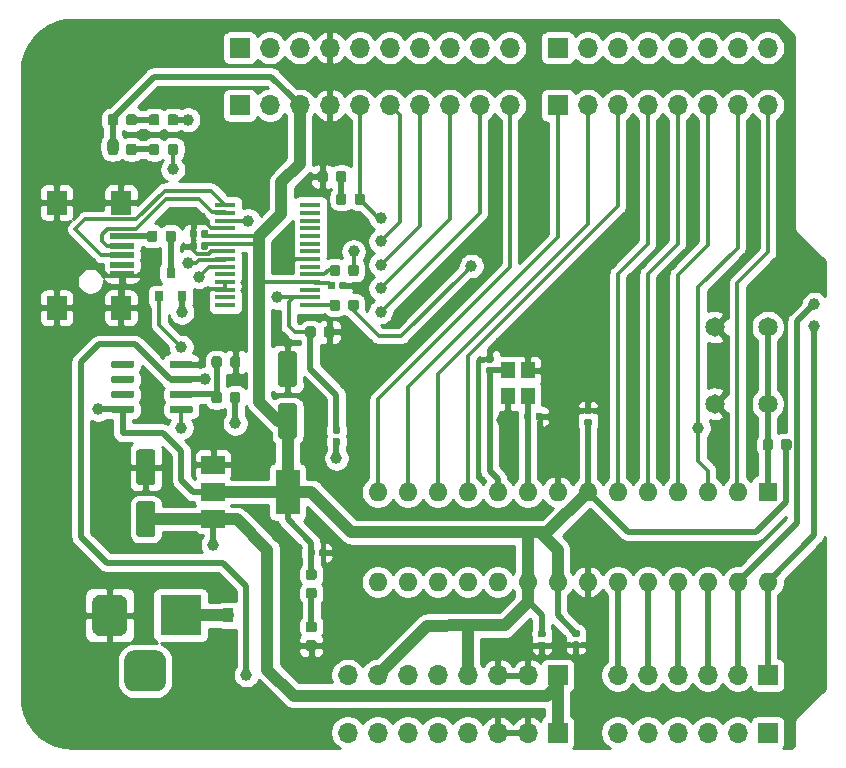
<source format=gbr>
G04 #@! TF.GenerationSoftware,KiCad,Pcbnew,(5.1.5)-3*
G04 #@! TF.CreationDate,2020-05-22T01:35:11+09:00*
G04 #@! TF.ProjectId,custom_arduino,63757374-6f6d-45f6-9172-6475696e6f2e,rev?*
G04 #@! TF.SameCoordinates,Original*
G04 #@! TF.FileFunction,Copper,L1,Top*
G04 #@! TF.FilePolarity,Positive*
%FSLAX46Y46*%
G04 Gerber Fmt 4.6, Leading zero omitted, Abs format (unit mm)*
G04 Created by KiCad (PCBNEW (5.1.5)-3) date 2020-05-22 01:35:11*
%MOMM*%
%LPD*%
G04 APERTURE LIST*
%ADD10C,0.100000*%
%ADD11R,1.200000X1.400000*%
%ADD12O,1.600000X1.600000*%
%ADD13R,1.600000X1.600000*%
%ADD14R,1.750000X0.450000*%
%ADD15R,2.000000X1.500000*%
%ADD16R,2.000000X3.800000*%
%ADD17C,1.650000*%
%ADD18R,0.800000X0.900000*%
%ADD19O,1.700000X1.700000*%
%ADD20R,1.700000X1.700000*%
%ADD21R,3.500000X3.500000*%
%ADD22R,1.700000X2.000000*%
%ADD23R,2.000000X0.500000*%
%ADD24R,0.900000X1.200000*%
%ADD25C,1.000000*%
%ADD26C,0.300000*%
%ADD27C,0.500000*%
%ADD28C,1.000000*%
%ADD29C,0.254000*%
G04 APERTURE END LIST*
G04 #@! TA.AperFunction,SMDPad,CuDef*
D10*
G36*
X106326958Y-88475710D02*
G01*
X106341276Y-88477834D01*
X106355317Y-88481351D01*
X106368946Y-88486228D01*
X106382031Y-88492417D01*
X106394447Y-88499858D01*
X106406073Y-88508481D01*
X106416798Y-88518202D01*
X106426519Y-88528927D01*
X106435142Y-88540553D01*
X106442583Y-88552969D01*
X106448772Y-88566054D01*
X106453649Y-88579683D01*
X106457166Y-88593724D01*
X106459290Y-88608042D01*
X106460000Y-88622500D01*
X106460000Y-88917500D01*
X106459290Y-88931958D01*
X106457166Y-88946276D01*
X106453649Y-88960317D01*
X106448772Y-88973946D01*
X106442583Y-88987031D01*
X106435142Y-88999447D01*
X106426519Y-89011073D01*
X106416798Y-89021798D01*
X106406073Y-89031519D01*
X106394447Y-89040142D01*
X106382031Y-89047583D01*
X106368946Y-89053772D01*
X106355317Y-89058649D01*
X106341276Y-89062166D01*
X106326958Y-89064290D01*
X106312500Y-89065000D01*
X105967500Y-89065000D01*
X105953042Y-89064290D01*
X105938724Y-89062166D01*
X105924683Y-89058649D01*
X105911054Y-89053772D01*
X105897969Y-89047583D01*
X105885553Y-89040142D01*
X105873927Y-89031519D01*
X105863202Y-89021798D01*
X105853481Y-89011073D01*
X105844858Y-88999447D01*
X105837417Y-88987031D01*
X105831228Y-88973946D01*
X105826351Y-88960317D01*
X105822834Y-88946276D01*
X105820710Y-88931958D01*
X105820000Y-88917500D01*
X105820000Y-88622500D01*
X105820710Y-88608042D01*
X105822834Y-88593724D01*
X105826351Y-88579683D01*
X105831228Y-88566054D01*
X105837417Y-88552969D01*
X105844858Y-88540553D01*
X105853481Y-88528927D01*
X105863202Y-88518202D01*
X105873927Y-88508481D01*
X105885553Y-88499858D01*
X105897969Y-88492417D01*
X105911054Y-88486228D01*
X105924683Y-88481351D01*
X105938724Y-88477834D01*
X105953042Y-88475710D01*
X105967500Y-88475000D01*
X106312500Y-88475000D01*
X106326958Y-88475710D01*
G37*
G04 #@! TD.AperFunction*
G04 #@! TA.AperFunction,SMDPad,CuDef*
G36*
X106326958Y-89445710D02*
G01*
X106341276Y-89447834D01*
X106355317Y-89451351D01*
X106368946Y-89456228D01*
X106382031Y-89462417D01*
X106394447Y-89469858D01*
X106406073Y-89478481D01*
X106416798Y-89488202D01*
X106426519Y-89498927D01*
X106435142Y-89510553D01*
X106442583Y-89522969D01*
X106448772Y-89536054D01*
X106453649Y-89549683D01*
X106457166Y-89563724D01*
X106459290Y-89578042D01*
X106460000Y-89592500D01*
X106460000Y-89887500D01*
X106459290Y-89901958D01*
X106457166Y-89916276D01*
X106453649Y-89930317D01*
X106448772Y-89943946D01*
X106442583Y-89957031D01*
X106435142Y-89969447D01*
X106426519Y-89981073D01*
X106416798Y-89991798D01*
X106406073Y-90001519D01*
X106394447Y-90010142D01*
X106382031Y-90017583D01*
X106368946Y-90023772D01*
X106355317Y-90028649D01*
X106341276Y-90032166D01*
X106326958Y-90034290D01*
X106312500Y-90035000D01*
X105967500Y-90035000D01*
X105953042Y-90034290D01*
X105938724Y-90032166D01*
X105924683Y-90028649D01*
X105911054Y-90023772D01*
X105897969Y-90017583D01*
X105885553Y-90010142D01*
X105873927Y-90001519D01*
X105863202Y-89991798D01*
X105853481Y-89981073D01*
X105844858Y-89969447D01*
X105837417Y-89957031D01*
X105831228Y-89943946D01*
X105826351Y-89930317D01*
X105822834Y-89916276D01*
X105820710Y-89901958D01*
X105820000Y-89887500D01*
X105820000Y-89592500D01*
X105820710Y-89578042D01*
X105822834Y-89563724D01*
X105826351Y-89549683D01*
X105831228Y-89536054D01*
X105837417Y-89522969D01*
X105844858Y-89510553D01*
X105853481Y-89498927D01*
X105863202Y-89488202D01*
X105873927Y-89478481D01*
X105885553Y-89469858D01*
X105897969Y-89462417D01*
X105911054Y-89456228D01*
X105924683Y-89451351D01*
X105938724Y-89447834D01*
X105953042Y-89445710D01*
X105967500Y-89445000D01*
X106312500Y-89445000D01*
X106326958Y-89445710D01*
G37*
G04 #@! TD.AperFunction*
D11*
X120640000Y-85920000D03*
X120640000Y-83720000D03*
X122340000Y-83720000D03*
X122340000Y-85920000D03*
D12*
X142660000Y-101620000D03*
X109640000Y-94000000D03*
X140120000Y-101620000D03*
X112180000Y-94000000D03*
X137580000Y-101620000D03*
X114720000Y-94000000D03*
X135040000Y-101620000D03*
X117260000Y-94000000D03*
X132500000Y-101620000D03*
X119800000Y-94000000D03*
X129960000Y-101620000D03*
X122340000Y-94000000D03*
X127420000Y-101620000D03*
X124880000Y-94000000D03*
X124880000Y-101620000D03*
X127420000Y-94000000D03*
X122340000Y-101620000D03*
X129960000Y-94000000D03*
X119800000Y-101620000D03*
X132500000Y-94000000D03*
X117260000Y-101620000D03*
X135040000Y-94000000D03*
X114720000Y-101620000D03*
X137580000Y-94000000D03*
X112180000Y-101620000D03*
X140120000Y-94000000D03*
X109640000Y-101620000D03*
D13*
X142660000Y-94000000D03*
D14*
X96740000Y-78185000D03*
X96740000Y-77535000D03*
X96740000Y-76885000D03*
X96740000Y-76235000D03*
X96740000Y-75585000D03*
X96740000Y-74935000D03*
X96740000Y-74285000D03*
X96740000Y-73635000D03*
X96740000Y-72985000D03*
X96740000Y-72335000D03*
X96740000Y-71685000D03*
X96740000Y-71035000D03*
X96740000Y-70385000D03*
X96740000Y-69735000D03*
X103940000Y-69735000D03*
X103940000Y-70385000D03*
X103940000Y-71035000D03*
X103940000Y-71685000D03*
X103940000Y-72335000D03*
X103940000Y-72985000D03*
X103940000Y-73635000D03*
X103940000Y-74285000D03*
X103940000Y-74935000D03*
X103940000Y-75585000D03*
X103940000Y-76235000D03*
X103940000Y-76885000D03*
X103940000Y-77535000D03*
X103940000Y-78185000D03*
D15*
X95700000Y-91700000D03*
X95700000Y-96300000D03*
X95700000Y-94000000D03*
D16*
X102000000Y-94000000D03*
G04 #@! TA.AperFunction,SMDPad,CuDef*
D10*
G36*
X88889703Y-86700722D02*
G01*
X88904264Y-86702882D01*
X88918543Y-86706459D01*
X88932403Y-86711418D01*
X88945710Y-86717712D01*
X88958336Y-86725280D01*
X88970159Y-86734048D01*
X88981066Y-86743934D01*
X88990952Y-86754841D01*
X88999720Y-86766664D01*
X89007288Y-86779290D01*
X89013582Y-86792597D01*
X89018541Y-86806457D01*
X89022118Y-86820736D01*
X89024278Y-86835297D01*
X89025000Y-86850000D01*
X89025000Y-87150000D01*
X89024278Y-87164703D01*
X89022118Y-87179264D01*
X89018541Y-87193543D01*
X89013582Y-87207403D01*
X89007288Y-87220710D01*
X88999720Y-87233336D01*
X88990952Y-87245159D01*
X88981066Y-87256066D01*
X88970159Y-87265952D01*
X88958336Y-87274720D01*
X88945710Y-87282288D01*
X88932403Y-87288582D01*
X88918543Y-87293541D01*
X88904264Y-87297118D01*
X88889703Y-87299278D01*
X88875000Y-87300000D01*
X87225000Y-87300000D01*
X87210297Y-87299278D01*
X87195736Y-87297118D01*
X87181457Y-87293541D01*
X87167597Y-87288582D01*
X87154290Y-87282288D01*
X87141664Y-87274720D01*
X87129841Y-87265952D01*
X87118934Y-87256066D01*
X87109048Y-87245159D01*
X87100280Y-87233336D01*
X87092712Y-87220710D01*
X87086418Y-87207403D01*
X87081459Y-87193543D01*
X87077882Y-87179264D01*
X87075722Y-87164703D01*
X87075000Y-87150000D01*
X87075000Y-86850000D01*
X87075722Y-86835297D01*
X87077882Y-86820736D01*
X87081459Y-86806457D01*
X87086418Y-86792597D01*
X87092712Y-86779290D01*
X87100280Y-86766664D01*
X87109048Y-86754841D01*
X87118934Y-86743934D01*
X87129841Y-86734048D01*
X87141664Y-86725280D01*
X87154290Y-86717712D01*
X87167597Y-86711418D01*
X87181457Y-86706459D01*
X87195736Y-86702882D01*
X87210297Y-86700722D01*
X87225000Y-86700000D01*
X88875000Y-86700000D01*
X88889703Y-86700722D01*
G37*
G04 #@! TD.AperFunction*
G04 #@! TA.AperFunction,SMDPad,CuDef*
G36*
X88889703Y-85430722D02*
G01*
X88904264Y-85432882D01*
X88918543Y-85436459D01*
X88932403Y-85441418D01*
X88945710Y-85447712D01*
X88958336Y-85455280D01*
X88970159Y-85464048D01*
X88981066Y-85473934D01*
X88990952Y-85484841D01*
X88999720Y-85496664D01*
X89007288Y-85509290D01*
X89013582Y-85522597D01*
X89018541Y-85536457D01*
X89022118Y-85550736D01*
X89024278Y-85565297D01*
X89025000Y-85580000D01*
X89025000Y-85880000D01*
X89024278Y-85894703D01*
X89022118Y-85909264D01*
X89018541Y-85923543D01*
X89013582Y-85937403D01*
X89007288Y-85950710D01*
X88999720Y-85963336D01*
X88990952Y-85975159D01*
X88981066Y-85986066D01*
X88970159Y-85995952D01*
X88958336Y-86004720D01*
X88945710Y-86012288D01*
X88932403Y-86018582D01*
X88918543Y-86023541D01*
X88904264Y-86027118D01*
X88889703Y-86029278D01*
X88875000Y-86030000D01*
X87225000Y-86030000D01*
X87210297Y-86029278D01*
X87195736Y-86027118D01*
X87181457Y-86023541D01*
X87167597Y-86018582D01*
X87154290Y-86012288D01*
X87141664Y-86004720D01*
X87129841Y-85995952D01*
X87118934Y-85986066D01*
X87109048Y-85975159D01*
X87100280Y-85963336D01*
X87092712Y-85950710D01*
X87086418Y-85937403D01*
X87081459Y-85923543D01*
X87077882Y-85909264D01*
X87075722Y-85894703D01*
X87075000Y-85880000D01*
X87075000Y-85580000D01*
X87075722Y-85565297D01*
X87077882Y-85550736D01*
X87081459Y-85536457D01*
X87086418Y-85522597D01*
X87092712Y-85509290D01*
X87100280Y-85496664D01*
X87109048Y-85484841D01*
X87118934Y-85473934D01*
X87129841Y-85464048D01*
X87141664Y-85455280D01*
X87154290Y-85447712D01*
X87167597Y-85441418D01*
X87181457Y-85436459D01*
X87195736Y-85432882D01*
X87210297Y-85430722D01*
X87225000Y-85430000D01*
X88875000Y-85430000D01*
X88889703Y-85430722D01*
G37*
G04 #@! TD.AperFunction*
G04 #@! TA.AperFunction,SMDPad,CuDef*
G36*
X88889703Y-84160722D02*
G01*
X88904264Y-84162882D01*
X88918543Y-84166459D01*
X88932403Y-84171418D01*
X88945710Y-84177712D01*
X88958336Y-84185280D01*
X88970159Y-84194048D01*
X88981066Y-84203934D01*
X88990952Y-84214841D01*
X88999720Y-84226664D01*
X89007288Y-84239290D01*
X89013582Y-84252597D01*
X89018541Y-84266457D01*
X89022118Y-84280736D01*
X89024278Y-84295297D01*
X89025000Y-84310000D01*
X89025000Y-84610000D01*
X89024278Y-84624703D01*
X89022118Y-84639264D01*
X89018541Y-84653543D01*
X89013582Y-84667403D01*
X89007288Y-84680710D01*
X88999720Y-84693336D01*
X88990952Y-84705159D01*
X88981066Y-84716066D01*
X88970159Y-84725952D01*
X88958336Y-84734720D01*
X88945710Y-84742288D01*
X88932403Y-84748582D01*
X88918543Y-84753541D01*
X88904264Y-84757118D01*
X88889703Y-84759278D01*
X88875000Y-84760000D01*
X87225000Y-84760000D01*
X87210297Y-84759278D01*
X87195736Y-84757118D01*
X87181457Y-84753541D01*
X87167597Y-84748582D01*
X87154290Y-84742288D01*
X87141664Y-84734720D01*
X87129841Y-84725952D01*
X87118934Y-84716066D01*
X87109048Y-84705159D01*
X87100280Y-84693336D01*
X87092712Y-84680710D01*
X87086418Y-84667403D01*
X87081459Y-84653543D01*
X87077882Y-84639264D01*
X87075722Y-84624703D01*
X87075000Y-84610000D01*
X87075000Y-84310000D01*
X87075722Y-84295297D01*
X87077882Y-84280736D01*
X87081459Y-84266457D01*
X87086418Y-84252597D01*
X87092712Y-84239290D01*
X87100280Y-84226664D01*
X87109048Y-84214841D01*
X87118934Y-84203934D01*
X87129841Y-84194048D01*
X87141664Y-84185280D01*
X87154290Y-84177712D01*
X87167597Y-84171418D01*
X87181457Y-84166459D01*
X87195736Y-84162882D01*
X87210297Y-84160722D01*
X87225000Y-84160000D01*
X88875000Y-84160000D01*
X88889703Y-84160722D01*
G37*
G04 #@! TD.AperFunction*
G04 #@! TA.AperFunction,SMDPad,CuDef*
G36*
X88889703Y-82890722D02*
G01*
X88904264Y-82892882D01*
X88918543Y-82896459D01*
X88932403Y-82901418D01*
X88945710Y-82907712D01*
X88958336Y-82915280D01*
X88970159Y-82924048D01*
X88981066Y-82933934D01*
X88990952Y-82944841D01*
X88999720Y-82956664D01*
X89007288Y-82969290D01*
X89013582Y-82982597D01*
X89018541Y-82996457D01*
X89022118Y-83010736D01*
X89024278Y-83025297D01*
X89025000Y-83040000D01*
X89025000Y-83340000D01*
X89024278Y-83354703D01*
X89022118Y-83369264D01*
X89018541Y-83383543D01*
X89013582Y-83397403D01*
X89007288Y-83410710D01*
X88999720Y-83423336D01*
X88990952Y-83435159D01*
X88981066Y-83446066D01*
X88970159Y-83455952D01*
X88958336Y-83464720D01*
X88945710Y-83472288D01*
X88932403Y-83478582D01*
X88918543Y-83483541D01*
X88904264Y-83487118D01*
X88889703Y-83489278D01*
X88875000Y-83490000D01*
X87225000Y-83490000D01*
X87210297Y-83489278D01*
X87195736Y-83487118D01*
X87181457Y-83483541D01*
X87167597Y-83478582D01*
X87154290Y-83472288D01*
X87141664Y-83464720D01*
X87129841Y-83455952D01*
X87118934Y-83446066D01*
X87109048Y-83435159D01*
X87100280Y-83423336D01*
X87092712Y-83410710D01*
X87086418Y-83397403D01*
X87081459Y-83383543D01*
X87077882Y-83369264D01*
X87075722Y-83354703D01*
X87075000Y-83340000D01*
X87075000Y-83040000D01*
X87075722Y-83025297D01*
X87077882Y-83010736D01*
X87081459Y-82996457D01*
X87086418Y-82982597D01*
X87092712Y-82969290D01*
X87100280Y-82956664D01*
X87109048Y-82944841D01*
X87118934Y-82933934D01*
X87129841Y-82924048D01*
X87141664Y-82915280D01*
X87154290Y-82907712D01*
X87167597Y-82901418D01*
X87181457Y-82896459D01*
X87195736Y-82892882D01*
X87210297Y-82890722D01*
X87225000Y-82890000D01*
X88875000Y-82890000D01*
X88889703Y-82890722D01*
G37*
G04 #@! TD.AperFunction*
G04 #@! TA.AperFunction,SMDPad,CuDef*
G36*
X93839703Y-82890722D02*
G01*
X93854264Y-82892882D01*
X93868543Y-82896459D01*
X93882403Y-82901418D01*
X93895710Y-82907712D01*
X93908336Y-82915280D01*
X93920159Y-82924048D01*
X93931066Y-82933934D01*
X93940952Y-82944841D01*
X93949720Y-82956664D01*
X93957288Y-82969290D01*
X93963582Y-82982597D01*
X93968541Y-82996457D01*
X93972118Y-83010736D01*
X93974278Y-83025297D01*
X93975000Y-83040000D01*
X93975000Y-83340000D01*
X93974278Y-83354703D01*
X93972118Y-83369264D01*
X93968541Y-83383543D01*
X93963582Y-83397403D01*
X93957288Y-83410710D01*
X93949720Y-83423336D01*
X93940952Y-83435159D01*
X93931066Y-83446066D01*
X93920159Y-83455952D01*
X93908336Y-83464720D01*
X93895710Y-83472288D01*
X93882403Y-83478582D01*
X93868543Y-83483541D01*
X93854264Y-83487118D01*
X93839703Y-83489278D01*
X93825000Y-83490000D01*
X92175000Y-83490000D01*
X92160297Y-83489278D01*
X92145736Y-83487118D01*
X92131457Y-83483541D01*
X92117597Y-83478582D01*
X92104290Y-83472288D01*
X92091664Y-83464720D01*
X92079841Y-83455952D01*
X92068934Y-83446066D01*
X92059048Y-83435159D01*
X92050280Y-83423336D01*
X92042712Y-83410710D01*
X92036418Y-83397403D01*
X92031459Y-83383543D01*
X92027882Y-83369264D01*
X92025722Y-83354703D01*
X92025000Y-83340000D01*
X92025000Y-83040000D01*
X92025722Y-83025297D01*
X92027882Y-83010736D01*
X92031459Y-82996457D01*
X92036418Y-82982597D01*
X92042712Y-82969290D01*
X92050280Y-82956664D01*
X92059048Y-82944841D01*
X92068934Y-82933934D01*
X92079841Y-82924048D01*
X92091664Y-82915280D01*
X92104290Y-82907712D01*
X92117597Y-82901418D01*
X92131457Y-82896459D01*
X92145736Y-82892882D01*
X92160297Y-82890722D01*
X92175000Y-82890000D01*
X93825000Y-82890000D01*
X93839703Y-82890722D01*
G37*
G04 #@! TD.AperFunction*
G04 #@! TA.AperFunction,SMDPad,CuDef*
G36*
X93839703Y-84160722D02*
G01*
X93854264Y-84162882D01*
X93868543Y-84166459D01*
X93882403Y-84171418D01*
X93895710Y-84177712D01*
X93908336Y-84185280D01*
X93920159Y-84194048D01*
X93931066Y-84203934D01*
X93940952Y-84214841D01*
X93949720Y-84226664D01*
X93957288Y-84239290D01*
X93963582Y-84252597D01*
X93968541Y-84266457D01*
X93972118Y-84280736D01*
X93974278Y-84295297D01*
X93975000Y-84310000D01*
X93975000Y-84610000D01*
X93974278Y-84624703D01*
X93972118Y-84639264D01*
X93968541Y-84653543D01*
X93963582Y-84667403D01*
X93957288Y-84680710D01*
X93949720Y-84693336D01*
X93940952Y-84705159D01*
X93931066Y-84716066D01*
X93920159Y-84725952D01*
X93908336Y-84734720D01*
X93895710Y-84742288D01*
X93882403Y-84748582D01*
X93868543Y-84753541D01*
X93854264Y-84757118D01*
X93839703Y-84759278D01*
X93825000Y-84760000D01*
X92175000Y-84760000D01*
X92160297Y-84759278D01*
X92145736Y-84757118D01*
X92131457Y-84753541D01*
X92117597Y-84748582D01*
X92104290Y-84742288D01*
X92091664Y-84734720D01*
X92079841Y-84725952D01*
X92068934Y-84716066D01*
X92059048Y-84705159D01*
X92050280Y-84693336D01*
X92042712Y-84680710D01*
X92036418Y-84667403D01*
X92031459Y-84653543D01*
X92027882Y-84639264D01*
X92025722Y-84624703D01*
X92025000Y-84610000D01*
X92025000Y-84310000D01*
X92025722Y-84295297D01*
X92027882Y-84280736D01*
X92031459Y-84266457D01*
X92036418Y-84252597D01*
X92042712Y-84239290D01*
X92050280Y-84226664D01*
X92059048Y-84214841D01*
X92068934Y-84203934D01*
X92079841Y-84194048D01*
X92091664Y-84185280D01*
X92104290Y-84177712D01*
X92117597Y-84171418D01*
X92131457Y-84166459D01*
X92145736Y-84162882D01*
X92160297Y-84160722D01*
X92175000Y-84160000D01*
X93825000Y-84160000D01*
X93839703Y-84160722D01*
G37*
G04 #@! TD.AperFunction*
G04 #@! TA.AperFunction,SMDPad,CuDef*
G36*
X93839703Y-85430722D02*
G01*
X93854264Y-85432882D01*
X93868543Y-85436459D01*
X93882403Y-85441418D01*
X93895710Y-85447712D01*
X93908336Y-85455280D01*
X93920159Y-85464048D01*
X93931066Y-85473934D01*
X93940952Y-85484841D01*
X93949720Y-85496664D01*
X93957288Y-85509290D01*
X93963582Y-85522597D01*
X93968541Y-85536457D01*
X93972118Y-85550736D01*
X93974278Y-85565297D01*
X93975000Y-85580000D01*
X93975000Y-85880000D01*
X93974278Y-85894703D01*
X93972118Y-85909264D01*
X93968541Y-85923543D01*
X93963582Y-85937403D01*
X93957288Y-85950710D01*
X93949720Y-85963336D01*
X93940952Y-85975159D01*
X93931066Y-85986066D01*
X93920159Y-85995952D01*
X93908336Y-86004720D01*
X93895710Y-86012288D01*
X93882403Y-86018582D01*
X93868543Y-86023541D01*
X93854264Y-86027118D01*
X93839703Y-86029278D01*
X93825000Y-86030000D01*
X92175000Y-86030000D01*
X92160297Y-86029278D01*
X92145736Y-86027118D01*
X92131457Y-86023541D01*
X92117597Y-86018582D01*
X92104290Y-86012288D01*
X92091664Y-86004720D01*
X92079841Y-85995952D01*
X92068934Y-85986066D01*
X92059048Y-85975159D01*
X92050280Y-85963336D01*
X92042712Y-85950710D01*
X92036418Y-85937403D01*
X92031459Y-85923543D01*
X92027882Y-85909264D01*
X92025722Y-85894703D01*
X92025000Y-85880000D01*
X92025000Y-85580000D01*
X92025722Y-85565297D01*
X92027882Y-85550736D01*
X92031459Y-85536457D01*
X92036418Y-85522597D01*
X92042712Y-85509290D01*
X92050280Y-85496664D01*
X92059048Y-85484841D01*
X92068934Y-85473934D01*
X92079841Y-85464048D01*
X92091664Y-85455280D01*
X92104290Y-85447712D01*
X92117597Y-85441418D01*
X92131457Y-85436459D01*
X92145736Y-85432882D01*
X92160297Y-85430722D01*
X92175000Y-85430000D01*
X93825000Y-85430000D01*
X93839703Y-85430722D01*
G37*
G04 #@! TD.AperFunction*
G04 #@! TA.AperFunction,SMDPad,CuDef*
G36*
X93839703Y-86700722D02*
G01*
X93854264Y-86702882D01*
X93868543Y-86706459D01*
X93882403Y-86711418D01*
X93895710Y-86717712D01*
X93908336Y-86725280D01*
X93920159Y-86734048D01*
X93931066Y-86743934D01*
X93940952Y-86754841D01*
X93949720Y-86766664D01*
X93957288Y-86779290D01*
X93963582Y-86792597D01*
X93968541Y-86806457D01*
X93972118Y-86820736D01*
X93974278Y-86835297D01*
X93975000Y-86850000D01*
X93975000Y-87150000D01*
X93974278Y-87164703D01*
X93972118Y-87179264D01*
X93968541Y-87193543D01*
X93963582Y-87207403D01*
X93957288Y-87220710D01*
X93949720Y-87233336D01*
X93940952Y-87245159D01*
X93931066Y-87256066D01*
X93920159Y-87265952D01*
X93908336Y-87274720D01*
X93895710Y-87282288D01*
X93882403Y-87288582D01*
X93868543Y-87293541D01*
X93854264Y-87297118D01*
X93839703Y-87299278D01*
X93825000Y-87300000D01*
X92175000Y-87300000D01*
X92160297Y-87299278D01*
X92145736Y-87297118D01*
X92131457Y-87293541D01*
X92117597Y-87288582D01*
X92104290Y-87282288D01*
X92091664Y-87274720D01*
X92079841Y-87265952D01*
X92068934Y-87256066D01*
X92059048Y-87245159D01*
X92050280Y-87233336D01*
X92042712Y-87220710D01*
X92036418Y-87207403D01*
X92031459Y-87193543D01*
X92027882Y-87179264D01*
X92025722Y-87164703D01*
X92025000Y-87150000D01*
X92025000Y-86850000D01*
X92025722Y-86835297D01*
X92027882Y-86820736D01*
X92031459Y-86806457D01*
X92036418Y-86792597D01*
X92042712Y-86779290D01*
X92050280Y-86766664D01*
X92059048Y-86754841D01*
X92068934Y-86743934D01*
X92079841Y-86734048D01*
X92091664Y-86725280D01*
X92104290Y-86717712D01*
X92117597Y-86711418D01*
X92131457Y-86706459D01*
X92145736Y-86702882D01*
X92160297Y-86700722D01*
X92175000Y-86700000D01*
X93825000Y-86700000D01*
X93839703Y-86700722D01*
G37*
G04 #@! TD.AperFunction*
D17*
X142660000Y-80040000D03*
X142660000Y-86540000D03*
X138160000Y-80040000D03*
X138160000Y-86540000D03*
G04 #@! TA.AperFunction,SMDPad,CuDef*
D10*
G36*
X106785191Y-66826053D02*
G01*
X106806426Y-66829203D01*
X106827250Y-66834419D01*
X106847462Y-66841651D01*
X106866868Y-66850830D01*
X106885281Y-66861866D01*
X106902524Y-66874654D01*
X106918430Y-66889070D01*
X106932846Y-66904976D01*
X106945634Y-66922219D01*
X106956670Y-66940632D01*
X106965849Y-66960038D01*
X106973081Y-66980250D01*
X106978297Y-67001074D01*
X106981447Y-67022309D01*
X106982500Y-67043750D01*
X106982500Y-67556250D01*
X106981447Y-67577691D01*
X106978297Y-67598926D01*
X106973081Y-67619750D01*
X106965849Y-67639962D01*
X106956670Y-67659368D01*
X106945634Y-67677781D01*
X106932846Y-67695024D01*
X106918430Y-67710930D01*
X106902524Y-67725346D01*
X106885281Y-67738134D01*
X106866868Y-67749170D01*
X106847462Y-67758349D01*
X106827250Y-67765581D01*
X106806426Y-67770797D01*
X106785191Y-67773947D01*
X106763750Y-67775000D01*
X106326250Y-67775000D01*
X106304809Y-67773947D01*
X106283574Y-67770797D01*
X106262750Y-67765581D01*
X106242538Y-67758349D01*
X106223132Y-67749170D01*
X106204719Y-67738134D01*
X106187476Y-67725346D01*
X106171570Y-67710930D01*
X106157154Y-67695024D01*
X106144366Y-67677781D01*
X106133330Y-67659368D01*
X106124151Y-67639962D01*
X106116919Y-67619750D01*
X106111703Y-67598926D01*
X106108553Y-67577691D01*
X106107500Y-67556250D01*
X106107500Y-67043750D01*
X106108553Y-67022309D01*
X106111703Y-67001074D01*
X106116919Y-66980250D01*
X106124151Y-66960038D01*
X106133330Y-66940632D01*
X106144366Y-66922219D01*
X106157154Y-66904976D01*
X106171570Y-66889070D01*
X106187476Y-66874654D01*
X106204719Y-66861866D01*
X106223132Y-66850830D01*
X106242538Y-66841651D01*
X106262750Y-66834419D01*
X106283574Y-66829203D01*
X106304809Y-66826053D01*
X106326250Y-66825000D01*
X106763750Y-66825000D01*
X106785191Y-66826053D01*
G37*
G04 #@! TD.AperFunction*
G04 #@! TA.AperFunction,SMDPad,CuDef*
G36*
X105210191Y-66826053D02*
G01*
X105231426Y-66829203D01*
X105252250Y-66834419D01*
X105272462Y-66841651D01*
X105291868Y-66850830D01*
X105310281Y-66861866D01*
X105327524Y-66874654D01*
X105343430Y-66889070D01*
X105357846Y-66904976D01*
X105370634Y-66922219D01*
X105381670Y-66940632D01*
X105390849Y-66960038D01*
X105398081Y-66980250D01*
X105403297Y-67001074D01*
X105406447Y-67022309D01*
X105407500Y-67043750D01*
X105407500Y-67556250D01*
X105406447Y-67577691D01*
X105403297Y-67598926D01*
X105398081Y-67619750D01*
X105390849Y-67639962D01*
X105381670Y-67659368D01*
X105370634Y-67677781D01*
X105357846Y-67695024D01*
X105343430Y-67710930D01*
X105327524Y-67725346D01*
X105310281Y-67738134D01*
X105291868Y-67749170D01*
X105272462Y-67758349D01*
X105252250Y-67765581D01*
X105231426Y-67770797D01*
X105210191Y-67773947D01*
X105188750Y-67775000D01*
X104751250Y-67775000D01*
X104729809Y-67773947D01*
X104708574Y-67770797D01*
X104687750Y-67765581D01*
X104667538Y-67758349D01*
X104648132Y-67749170D01*
X104629719Y-67738134D01*
X104612476Y-67725346D01*
X104596570Y-67710930D01*
X104582154Y-67695024D01*
X104569366Y-67677781D01*
X104558330Y-67659368D01*
X104549151Y-67639962D01*
X104541919Y-67619750D01*
X104536703Y-67598926D01*
X104533553Y-67577691D01*
X104532500Y-67556250D01*
X104532500Y-67043750D01*
X104533553Y-67022309D01*
X104536703Y-67001074D01*
X104541919Y-66980250D01*
X104549151Y-66960038D01*
X104558330Y-66940632D01*
X104569366Y-66922219D01*
X104582154Y-66904976D01*
X104596570Y-66889070D01*
X104612476Y-66874654D01*
X104629719Y-66861866D01*
X104648132Y-66850830D01*
X104667538Y-66841651D01*
X104687750Y-66834419D01*
X104708574Y-66829203D01*
X104729809Y-66826053D01*
X104751250Y-66825000D01*
X105188750Y-66825000D01*
X105210191Y-66826053D01*
G37*
G04 #@! TD.AperFunction*
G04 #@! TA.AperFunction,SMDPad,CuDef*
G36*
X142900191Y-89526053D02*
G01*
X142921426Y-89529203D01*
X142942250Y-89534419D01*
X142962462Y-89541651D01*
X142981868Y-89550830D01*
X143000281Y-89561866D01*
X143017524Y-89574654D01*
X143033430Y-89589070D01*
X143047846Y-89604976D01*
X143060634Y-89622219D01*
X143071670Y-89640632D01*
X143080849Y-89660038D01*
X143088081Y-89680250D01*
X143093297Y-89701074D01*
X143096447Y-89722309D01*
X143097500Y-89743750D01*
X143097500Y-90256250D01*
X143096447Y-90277691D01*
X143093297Y-90298926D01*
X143088081Y-90319750D01*
X143080849Y-90339962D01*
X143071670Y-90359368D01*
X143060634Y-90377781D01*
X143047846Y-90395024D01*
X143033430Y-90410930D01*
X143017524Y-90425346D01*
X143000281Y-90438134D01*
X142981868Y-90449170D01*
X142962462Y-90458349D01*
X142942250Y-90465581D01*
X142921426Y-90470797D01*
X142900191Y-90473947D01*
X142878750Y-90475000D01*
X142441250Y-90475000D01*
X142419809Y-90473947D01*
X142398574Y-90470797D01*
X142377750Y-90465581D01*
X142357538Y-90458349D01*
X142338132Y-90449170D01*
X142319719Y-90438134D01*
X142302476Y-90425346D01*
X142286570Y-90410930D01*
X142272154Y-90395024D01*
X142259366Y-90377781D01*
X142248330Y-90359368D01*
X142239151Y-90339962D01*
X142231919Y-90319750D01*
X142226703Y-90298926D01*
X142223553Y-90277691D01*
X142222500Y-90256250D01*
X142222500Y-89743750D01*
X142223553Y-89722309D01*
X142226703Y-89701074D01*
X142231919Y-89680250D01*
X142239151Y-89660038D01*
X142248330Y-89640632D01*
X142259366Y-89622219D01*
X142272154Y-89604976D01*
X142286570Y-89589070D01*
X142302476Y-89574654D01*
X142319719Y-89561866D01*
X142338132Y-89550830D01*
X142357538Y-89541651D01*
X142377750Y-89534419D01*
X142398574Y-89529203D01*
X142419809Y-89526053D01*
X142441250Y-89525000D01*
X142878750Y-89525000D01*
X142900191Y-89526053D01*
G37*
G04 #@! TD.AperFunction*
G04 #@! TA.AperFunction,SMDPad,CuDef*
G36*
X144475191Y-89526053D02*
G01*
X144496426Y-89529203D01*
X144517250Y-89534419D01*
X144537462Y-89541651D01*
X144556868Y-89550830D01*
X144575281Y-89561866D01*
X144592524Y-89574654D01*
X144608430Y-89589070D01*
X144622846Y-89604976D01*
X144635634Y-89622219D01*
X144646670Y-89640632D01*
X144655849Y-89660038D01*
X144663081Y-89680250D01*
X144668297Y-89701074D01*
X144671447Y-89722309D01*
X144672500Y-89743750D01*
X144672500Y-90256250D01*
X144671447Y-90277691D01*
X144668297Y-90298926D01*
X144663081Y-90319750D01*
X144655849Y-90339962D01*
X144646670Y-90359368D01*
X144635634Y-90377781D01*
X144622846Y-90395024D01*
X144608430Y-90410930D01*
X144592524Y-90425346D01*
X144575281Y-90438134D01*
X144556868Y-90449170D01*
X144537462Y-90458349D01*
X144517250Y-90465581D01*
X144496426Y-90470797D01*
X144475191Y-90473947D01*
X144453750Y-90475000D01*
X144016250Y-90475000D01*
X143994809Y-90473947D01*
X143973574Y-90470797D01*
X143952750Y-90465581D01*
X143932538Y-90458349D01*
X143913132Y-90449170D01*
X143894719Y-90438134D01*
X143877476Y-90425346D01*
X143861570Y-90410930D01*
X143847154Y-90395024D01*
X143834366Y-90377781D01*
X143823330Y-90359368D01*
X143814151Y-90339962D01*
X143806919Y-90319750D01*
X143801703Y-90298926D01*
X143798553Y-90277691D01*
X143797500Y-90256250D01*
X143797500Y-89743750D01*
X143798553Y-89722309D01*
X143801703Y-89701074D01*
X143806919Y-89680250D01*
X143814151Y-89660038D01*
X143823330Y-89640632D01*
X143834366Y-89622219D01*
X143847154Y-89604976D01*
X143861570Y-89589070D01*
X143877476Y-89574654D01*
X143894719Y-89561866D01*
X143913132Y-89550830D01*
X143932538Y-89541651D01*
X143952750Y-89534419D01*
X143973574Y-89529203D01*
X143994809Y-89526053D01*
X144016250Y-89525000D01*
X144453750Y-89525000D01*
X144475191Y-89526053D01*
G37*
G04 #@! TD.AperFunction*
G04 #@! TA.AperFunction,SMDPad,CuDef*
G36*
X89027691Y-62026053D02*
G01*
X89048926Y-62029203D01*
X89069750Y-62034419D01*
X89089962Y-62041651D01*
X89109368Y-62050830D01*
X89127781Y-62061866D01*
X89145024Y-62074654D01*
X89160930Y-62089070D01*
X89175346Y-62104976D01*
X89188134Y-62122219D01*
X89199170Y-62140632D01*
X89208349Y-62160038D01*
X89215581Y-62180250D01*
X89220797Y-62201074D01*
X89223947Y-62222309D01*
X89225000Y-62243750D01*
X89225000Y-62756250D01*
X89223947Y-62777691D01*
X89220797Y-62798926D01*
X89215581Y-62819750D01*
X89208349Y-62839962D01*
X89199170Y-62859368D01*
X89188134Y-62877781D01*
X89175346Y-62895024D01*
X89160930Y-62910930D01*
X89145024Y-62925346D01*
X89127781Y-62938134D01*
X89109368Y-62949170D01*
X89089962Y-62958349D01*
X89069750Y-62965581D01*
X89048926Y-62970797D01*
X89027691Y-62973947D01*
X89006250Y-62975000D01*
X88568750Y-62975000D01*
X88547309Y-62973947D01*
X88526074Y-62970797D01*
X88505250Y-62965581D01*
X88485038Y-62958349D01*
X88465632Y-62949170D01*
X88447219Y-62938134D01*
X88429976Y-62925346D01*
X88414070Y-62910930D01*
X88399654Y-62895024D01*
X88386866Y-62877781D01*
X88375830Y-62859368D01*
X88366651Y-62839962D01*
X88359419Y-62819750D01*
X88354203Y-62798926D01*
X88351053Y-62777691D01*
X88350000Y-62756250D01*
X88350000Y-62243750D01*
X88351053Y-62222309D01*
X88354203Y-62201074D01*
X88359419Y-62180250D01*
X88366651Y-62160038D01*
X88375830Y-62140632D01*
X88386866Y-62122219D01*
X88399654Y-62104976D01*
X88414070Y-62089070D01*
X88429976Y-62074654D01*
X88447219Y-62061866D01*
X88465632Y-62050830D01*
X88485038Y-62041651D01*
X88505250Y-62034419D01*
X88526074Y-62029203D01*
X88547309Y-62026053D01*
X88568750Y-62025000D01*
X89006250Y-62025000D01*
X89027691Y-62026053D01*
G37*
G04 #@! TD.AperFunction*
G04 #@! TA.AperFunction,SMDPad,CuDef*
G36*
X87452691Y-62026053D02*
G01*
X87473926Y-62029203D01*
X87494750Y-62034419D01*
X87514962Y-62041651D01*
X87534368Y-62050830D01*
X87552781Y-62061866D01*
X87570024Y-62074654D01*
X87585930Y-62089070D01*
X87600346Y-62104976D01*
X87613134Y-62122219D01*
X87624170Y-62140632D01*
X87633349Y-62160038D01*
X87640581Y-62180250D01*
X87645797Y-62201074D01*
X87648947Y-62222309D01*
X87650000Y-62243750D01*
X87650000Y-62756250D01*
X87648947Y-62777691D01*
X87645797Y-62798926D01*
X87640581Y-62819750D01*
X87633349Y-62839962D01*
X87624170Y-62859368D01*
X87613134Y-62877781D01*
X87600346Y-62895024D01*
X87585930Y-62910930D01*
X87570024Y-62925346D01*
X87552781Y-62938134D01*
X87534368Y-62949170D01*
X87514962Y-62958349D01*
X87494750Y-62965581D01*
X87473926Y-62970797D01*
X87452691Y-62973947D01*
X87431250Y-62975000D01*
X86993750Y-62975000D01*
X86972309Y-62973947D01*
X86951074Y-62970797D01*
X86930250Y-62965581D01*
X86910038Y-62958349D01*
X86890632Y-62949170D01*
X86872219Y-62938134D01*
X86854976Y-62925346D01*
X86839070Y-62910930D01*
X86824654Y-62895024D01*
X86811866Y-62877781D01*
X86800830Y-62859368D01*
X86791651Y-62839962D01*
X86784419Y-62819750D01*
X86779203Y-62798926D01*
X86776053Y-62777691D01*
X86775000Y-62756250D01*
X86775000Y-62243750D01*
X86776053Y-62222309D01*
X86779203Y-62201074D01*
X86784419Y-62180250D01*
X86791651Y-62160038D01*
X86800830Y-62140632D01*
X86811866Y-62122219D01*
X86824654Y-62104976D01*
X86839070Y-62089070D01*
X86854976Y-62074654D01*
X86872219Y-62061866D01*
X86890632Y-62050830D01*
X86910038Y-62041651D01*
X86930250Y-62034419D01*
X86951074Y-62029203D01*
X86972309Y-62026053D01*
X86993750Y-62025000D01*
X87431250Y-62025000D01*
X87452691Y-62026053D01*
G37*
G04 #@! TD.AperFunction*
G04 #@! TA.AperFunction,SMDPad,CuDef*
G36*
X89027691Y-64526053D02*
G01*
X89048926Y-64529203D01*
X89069750Y-64534419D01*
X89089962Y-64541651D01*
X89109368Y-64550830D01*
X89127781Y-64561866D01*
X89145024Y-64574654D01*
X89160930Y-64589070D01*
X89175346Y-64604976D01*
X89188134Y-64622219D01*
X89199170Y-64640632D01*
X89208349Y-64660038D01*
X89215581Y-64680250D01*
X89220797Y-64701074D01*
X89223947Y-64722309D01*
X89225000Y-64743750D01*
X89225000Y-65256250D01*
X89223947Y-65277691D01*
X89220797Y-65298926D01*
X89215581Y-65319750D01*
X89208349Y-65339962D01*
X89199170Y-65359368D01*
X89188134Y-65377781D01*
X89175346Y-65395024D01*
X89160930Y-65410930D01*
X89145024Y-65425346D01*
X89127781Y-65438134D01*
X89109368Y-65449170D01*
X89089962Y-65458349D01*
X89069750Y-65465581D01*
X89048926Y-65470797D01*
X89027691Y-65473947D01*
X89006250Y-65475000D01*
X88568750Y-65475000D01*
X88547309Y-65473947D01*
X88526074Y-65470797D01*
X88505250Y-65465581D01*
X88485038Y-65458349D01*
X88465632Y-65449170D01*
X88447219Y-65438134D01*
X88429976Y-65425346D01*
X88414070Y-65410930D01*
X88399654Y-65395024D01*
X88386866Y-65377781D01*
X88375830Y-65359368D01*
X88366651Y-65339962D01*
X88359419Y-65319750D01*
X88354203Y-65298926D01*
X88351053Y-65277691D01*
X88350000Y-65256250D01*
X88350000Y-64743750D01*
X88351053Y-64722309D01*
X88354203Y-64701074D01*
X88359419Y-64680250D01*
X88366651Y-64660038D01*
X88375830Y-64640632D01*
X88386866Y-64622219D01*
X88399654Y-64604976D01*
X88414070Y-64589070D01*
X88429976Y-64574654D01*
X88447219Y-64561866D01*
X88465632Y-64550830D01*
X88485038Y-64541651D01*
X88505250Y-64534419D01*
X88526074Y-64529203D01*
X88547309Y-64526053D01*
X88568750Y-64525000D01*
X89006250Y-64525000D01*
X89027691Y-64526053D01*
G37*
G04 #@! TD.AperFunction*
G04 #@! TA.AperFunction,SMDPad,CuDef*
G36*
X87452691Y-64526053D02*
G01*
X87473926Y-64529203D01*
X87494750Y-64534419D01*
X87514962Y-64541651D01*
X87534368Y-64550830D01*
X87552781Y-64561866D01*
X87570024Y-64574654D01*
X87585930Y-64589070D01*
X87600346Y-64604976D01*
X87613134Y-64622219D01*
X87624170Y-64640632D01*
X87633349Y-64660038D01*
X87640581Y-64680250D01*
X87645797Y-64701074D01*
X87648947Y-64722309D01*
X87650000Y-64743750D01*
X87650000Y-65256250D01*
X87648947Y-65277691D01*
X87645797Y-65298926D01*
X87640581Y-65319750D01*
X87633349Y-65339962D01*
X87624170Y-65359368D01*
X87613134Y-65377781D01*
X87600346Y-65395024D01*
X87585930Y-65410930D01*
X87570024Y-65425346D01*
X87552781Y-65438134D01*
X87534368Y-65449170D01*
X87514962Y-65458349D01*
X87494750Y-65465581D01*
X87473926Y-65470797D01*
X87452691Y-65473947D01*
X87431250Y-65475000D01*
X86993750Y-65475000D01*
X86972309Y-65473947D01*
X86951074Y-65470797D01*
X86930250Y-65465581D01*
X86910038Y-65458349D01*
X86890632Y-65449170D01*
X86872219Y-65438134D01*
X86854976Y-65425346D01*
X86839070Y-65410930D01*
X86824654Y-65395024D01*
X86811866Y-65377781D01*
X86800830Y-65359368D01*
X86791651Y-65339962D01*
X86784419Y-65319750D01*
X86779203Y-65298926D01*
X86776053Y-65277691D01*
X86775000Y-65256250D01*
X86775000Y-64743750D01*
X86776053Y-64722309D01*
X86779203Y-64701074D01*
X86784419Y-64680250D01*
X86791651Y-64660038D01*
X86800830Y-64640632D01*
X86811866Y-64622219D01*
X86824654Y-64604976D01*
X86839070Y-64589070D01*
X86854976Y-64574654D01*
X86872219Y-64561866D01*
X86890632Y-64550830D01*
X86910038Y-64541651D01*
X86930250Y-64534419D01*
X86951074Y-64529203D01*
X86972309Y-64526053D01*
X86993750Y-64525000D01*
X87431250Y-64525000D01*
X87452691Y-64526053D01*
G37*
G04 #@! TD.AperFunction*
G04 #@! TA.AperFunction,SMDPad,CuDef*
G36*
X104180191Y-79986053D02*
G01*
X104201426Y-79989203D01*
X104222250Y-79994419D01*
X104242462Y-80001651D01*
X104261868Y-80010830D01*
X104280281Y-80021866D01*
X104297524Y-80034654D01*
X104313430Y-80049070D01*
X104327846Y-80064976D01*
X104340634Y-80082219D01*
X104351670Y-80100632D01*
X104360849Y-80120038D01*
X104368081Y-80140250D01*
X104373297Y-80161074D01*
X104376447Y-80182309D01*
X104377500Y-80203750D01*
X104377500Y-80716250D01*
X104376447Y-80737691D01*
X104373297Y-80758926D01*
X104368081Y-80779750D01*
X104360849Y-80799962D01*
X104351670Y-80819368D01*
X104340634Y-80837781D01*
X104327846Y-80855024D01*
X104313430Y-80870930D01*
X104297524Y-80885346D01*
X104280281Y-80898134D01*
X104261868Y-80909170D01*
X104242462Y-80918349D01*
X104222250Y-80925581D01*
X104201426Y-80930797D01*
X104180191Y-80933947D01*
X104158750Y-80935000D01*
X103721250Y-80935000D01*
X103699809Y-80933947D01*
X103678574Y-80930797D01*
X103657750Y-80925581D01*
X103637538Y-80918349D01*
X103618132Y-80909170D01*
X103599719Y-80898134D01*
X103582476Y-80885346D01*
X103566570Y-80870930D01*
X103552154Y-80855024D01*
X103539366Y-80837781D01*
X103528330Y-80819368D01*
X103519151Y-80799962D01*
X103511919Y-80779750D01*
X103506703Y-80758926D01*
X103503553Y-80737691D01*
X103502500Y-80716250D01*
X103502500Y-80203750D01*
X103503553Y-80182309D01*
X103506703Y-80161074D01*
X103511919Y-80140250D01*
X103519151Y-80120038D01*
X103528330Y-80100632D01*
X103539366Y-80082219D01*
X103552154Y-80064976D01*
X103566570Y-80049070D01*
X103582476Y-80034654D01*
X103599719Y-80021866D01*
X103618132Y-80010830D01*
X103637538Y-80001651D01*
X103657750Y-79994419D01*
X103678574Y-79989203D01*
X103699809Y-79986053D01*
X103721250Y-79985000D01*
X104158750Y-79985000D01*
X104180191Y-79986053D01*
G37*
G04 #@! TD.AperFunction*
G04 #@! TA.AperFunction,SMDPad,CuDef*
G36*
X105755191Y-79986053D02*
G01*
X105776426Y-79989203D01*
X105797250Y-79994419D01*
X105817462Y-80001651D01*
X105836868Y-80010830D01*
X105855281Y-80021866D01*
X105872524Y-80034654D01*
X105888430Y-80049070D01*
X105902846Y-80064976D01*
X105915634Y-80082219D01*
X105926670Y-80100632D01*
X105935849Y-80120038D01*
X105943081Y-80140250D01*
X105948297Y-80161074D01*
X105951447Y-80182309D01*
X105952500Y-80203750D01*
X105952500Y-80716250D01*
X105951447Y-80737691D01*
X105948297Y-80758926D01*
X105943081Y-80779750D01*
X105935849Y-80799962D01*
X105926670Y-80819368D01*
X105915634Y-80837781D01*
X105902846Y-80855024D01*
X105888430Y-80870930D01*
X105872524Y-80885346D01*
X105855281Y-80898134D01*
X105836868Y-80909170D01*
X105817462Y-80918349D01*
X105797250Y-80925581D01*
X105776426Y-80930797D01*
X105755191Y-80933947D01*
X105733750Y-80935000D01*
X105296250Y-80935000D01*
X105274809Y-80933947D01*
X105253574Y-80930797D01*
X105232750Y-80925581D01*
X105212538Y-80918349D01*
X105193132Y-80909170D01*
X105174719Y-80898134D01*
X105157476Y-80885346D01*
X105141570Y-80870930D01*
X105127154Y-80855024D01*
X105114366Y-80837781D01*
X105103330Y-80819368D01*
X105094151Y-80799962D01*
X105086919Y-80779750D01*
X105081703Y-80758926D01*
X105078553Y-80737691D01*
X105077500Y-80716250D01*
X105077500Y-80203750D01*
X105078553Y-80182309D01*
X105081703Y-80161074D01*
X105086919Y-80140250D01*
X105094151Y-80120038D01*
X105103330Y-80100632D01*
X105114366Y-80082219D01*
X105127154Y-80064976D01*
X105141570Y-80049070D01*
X105157476Y-80034654D01*
X105174719Y-80021866D01*
X105193132Y-80010830D01*
X105212538Y-80001651D01*
X105232750Y-79994419D01*
X105253574Y-79989203D01*
X105274809Y-79986053D01*
X105296250Y-79985000D01*
X105733750Y-79985000D01*
X105755191Y-79986053D01*
G37*
G04 #@! TD.AperFunction*
G04 #@! TA.AperFunction,SMDPad,CuDef*
G36*
X106252691Y-74756053D02*
G01*
X106273926Y-74759203D01*
X106294750Y-74764419D01*
X106314962Y-74771651D01*
X106334368Y-74780830D01*
X106352781Y-74791866D01*
X106370024Y-74804654D01*
X106385930Y-74819070D01*
X106400346Y-74834976D01*
X106413134Y-74852219D01*
X106424170Y-74870632D01*
X106433349Y-74890038D01*
X106440581Y-74910250D01*
X106445797Y-74931074D01*
X106448947Y-74952309D01*
X106450000Y-74973750D01*
X106450000Y-75486250D01*
X106448947Y-75507691D01*
X106445797Y-75528926D01*
X106440581Y-75549750D01*
X106433349Y-75569962D01*
X106424170Y-75589368D01*
X106413134Y-75607781D01*
X106400346Y-75625024D01*
X106385930Y-75640930D01*
X106370024Y-75655346D01*
X106352781Y-75668134D01*
X106334368Y-75679170D01*
X106314962Y-75688349D01*
X106294750Y-75695581D01*
X106273926Y-75700797D01*
X106252691Y-75703947D01*
X106231250Y-75705000D01*
X105793750Y-75705000D01*
X105772309Y-75703947D01*
X105751074Y-75700797D01*
X105730250Y-75695581D01*
X105710038Y-75688349D01*
X105690632Y-75679170D01*
X105672219Y-75668134D01*
X105654976Y-75655346D01*
X105639070Y-75640930D01*
X105624654Y-75625024D01*
X105611866Y-75607781D01*
X105600830Y-75589368D01*
X105591651Y-75569962D01*
X105584419Y-75549750D01*
X105579203Y-75528926D01*
X105576053Y-75507691D01*
X105575000Y-75486250D01*
X105575000Y-74973750D01*
X105576053Y-74952309D01*
X105579203Y-74931074D01*
X105584419Y-74910250D01*
X105591651Y-74890038D01*
X105600830Y-74870632D01*
X105611866Y-74852219D01*
X105624654Y-74834976D01*
X105639070Y-74819070D01*
X105654976Y-74804654D01*
X105672219Y-74791866D01*
X105690632Y-74780830D01*
X105710038Y-74771651D01*
X105730250Y-74764419D01*
X105751074Y-74759203D01*
X105772309Y-74756053D01*
X105793750Y-74755000D01*
X106231250Y-74755000D01*
X106252691Y-74756053D01*
G37*
G04 #@! TD.AperFunction*
G04 #@! TA.AperFunction,SMDPad,CuDef*
G36*
X107827691Y-74756053D02*
G01*
X107848926Y-74759203D01*
X107869750Y-74764419D01*
X107889962Y-74771651D01*
X107909368Y-74780830D01*
X107927781Y-74791866D01*
X107945024Y-74804654D01*
X107960930Y-74819070D01*
X107975346Y-74834976D01*
X107988134Y-74852219D01*
X107999170Y-74870632D01*
X108008349Y-74890038D01*
X108015581Y-74910250D01*
X108020797Y-74931074D01*
X108023947Y-74952309D01*
X108025000Y-74973750D01*
X108025000Y-75486250D01*
X108023947Y-75507691D01*
X108020797Y-75528926D01*
X108015581Y-75549750D01*
X108008349Y-75569962D01*
X107999170Y-75589368D01*
X107988134Y-75607781D01*
X107975346Y-75625024D01*
X107960930Y-75640930D01*
X107945024Y-75655346D01*
X107927781Y-75668134D01*
X107909368Y-75679170D01*
X107889962Y-75688349D01*
X107869750Y-75695581D01*
X107848926Y-75700797D01*
X107827691Y-75703947D01*
X107806250Y-75705000D01*
X107368750Y-75705000D01*
X107347309Y-75703947D01*
X107326074Y-75700797D01*
X107305250Y-75695581D01*
X107285038Y-75688349D01*
X107265632Y-75679170D01*
X107247219Y-75668134D01*
X107229976Y-75655346D01*
X107214070Y-75640930D01*
X107199654Y-75625024D01*
X107186866Y-75607781D01*
X107175830Y-75589368D01*
X107166651Y-75569962D01*
X107159419Y-75549750D01*
X107154203Y-75528926D01*
X107151053Y-75507691D01*
X107150000Y-75486250D01*
X107150000Y-74973750D01*
X107151053Y-74952309D01*
X107154203Y-74931074D01*
X107159419Y-74910250D01*
X107166651Y-74890038D01*
X107175830Y-74870632D01*
X107186866Y-74852219D01*
X107199654Y-74834976D01*
X107214070Y-74819070D01*
X107229976Y-74804654D01*
X107247219Y-74791866D01*
X107265632Y-74780830D01*
X107285038Y-74771651D01*
X107305250Y-74764419D01*
X107326074Y-74759203D01*
X107347309Y-74756053D01*
X107368750Y-74755000D01*
X107806250Y-74755000D01*
X107827691Y-74756053D01*
G37*
G04 #@! TD.AperFunction*
G04 #@! TA.AperFunction,SMDPad,CuDef*
G36*
X106252691Y-77711053D02*
G01*
X106273926Y-77714203D01*
X106294750Y-77719419D01*
X106314962Y-77726651D01*
X106334368Y-77735830D01*
X106352781Y-77746866D01*
X106370024Y-77759654D01*
X106385930Y-77774070D01*
X106400346Y-77789976D01*
X106413134Y-77807219D01*
X106424170Y-77825632D01*
X106433349Y-77845038D01*
X106440581Y-77865250D01*
X106445797Y-77886074D01*
X106448947Y-77907309D01*
X106450000Y-77928750D01*
X106450000Y-78441250D01*
X106448947Y-78462691D01*
X106445797Y-78483926D01*
X106440581Y-78504750D01*
X106433349Y-78524962D01*
X106424170Y-78544368D01*
X106413134Y-78562781D01*
X106400346Y-78580024D01*
X106385930Y-78595930D01*
X106370024Y-78610346D01*
X106352781Y-78623134D01*
X106334368Y-78634170D01*
X106314962Y-78643349D01*
X106294750Y-78650581D01*
X106273926Y-78655797D01*
X106252691Y-78658947D01*
X106231250Y-78660000D01*
X105793750Y-78660000D01*
X105772309Y-78658947D01*
X105751074Y-78655797D01*
X105730250Y-78650581D01*
X105710038Y-78643349D01*
X105690632Y-78634170D01*
X105672219Y-78623134D01*
X105654976Y-78610346D01*
X105639070Y-78595930D01*
X105624654Y-78580024D01*
X105611866Y-78562781D01*
X105600830Y-78544368D01*
X105591651Y-78524962D01*
X105584419Y-78504750D01*
X105579203Y-78483926D01*
X105576053Y-78462691D01*
X105575000Y-78441250D01*
X105575000Y-77928750D01*
X105576053Y-77907309D01*
X105579203Y-77886074D01*
X105584419Y-77865250D01*
X105591651Y-77845038D01*
X105600830Y-77825632D01*
X105611866Y-77807219D01*
X105624654Y-77789976D01*
X105639070Y-77774070D01*
X105654976Y-77759654D01*
X105672219Y-77746866D01*
X105690632Y-77735830D01*
X105710038Y-77726651D01*
X105730250Y-77719419D01*
X105751074Y-77714203D01*
X105772309Y-77711053D01*
X105793750Y-77710000D01*
X106231250Y-77710000D01*
X106252691Y-77711053D01*
G37*
G04 #@! TD.AperFunction*
G04 #@! TA.AperFunction,SMDPad,CuDef*
G36*
X107827691Y-77711053D02*
G01*
X107848926Y-77714203D01*
X107869750Y-77719419D01*
X107889962Y-77726651D01*
X107909368Y-77735830D01*
X107927781Y-77746866D01*
X107945024Y-77759654D01*
X107960930Y-77774070D01*
X107975346Y-77789976D01*
X107988134Y-77807219D01*
X107999170Y-77825632D01*
X108008349Y-77845038D01*
X108015581Y-77865250D01*
X108020797Y-77886074D01*
X108023947Y-77907309D01*
X108025000Y-77928750D01*
X108025000Y-78441250D01*
X108023947Y-78462691D01*
X108020797Y-78483926D01*
X108015581Y-78504750D01*
X108008349Y-78524962D01*
X107999170Y-78544368D01*
X107988134Y-78562781D01*
X107975346Y-78580024D01*
X107960930Y-78595930D01*
X107945024Y-78610346D01*
X107927781Y-78623134D01*
X107909368Y-78634170D01*
X107889962Y-78643349D01*
X107869750Y-78650581D01*
X107848926Y-78655797D01*
X107827691Y-78658947D01*
X107806250Y-78660000D01*
X107368750Y-78660000D01*
X107347309Y-78658947D01*
X107326074Y-78655797D01*
X107305250Y-78650581D01*
X107285038Y-78643349D01*
X107265632Y-78634170D01*
X107247219Y-78623134D01*
X107229976Y-78610346D01*
X107214070Y-78595930D01*
X107199654Y-78580024D01*
X107186866Y-78562781D01*
X107175830Y-78544368D01*
X107166651Y-78524962D01*
X107159419Y-78504750D01*
X107154203Y-78483926D01*
X107151053Y-78462691D01*
X107150000Y-78441250D01*
X107150000Y-77928750D01*
X107151053Y-77907309D01*
X107154203Y-77886074D01*
X107159419Y-77865250D01*
X107166651Y-77845038D01*
X107175830Y-77825632D01*
X107186866Y-77807219D01*
X107199654Y-77789976D01*
X107214070Y-77774070D01*
X107229976Y-77759654D01*
X107247219Y-77746866D01*
X107265632Y-77735830D01*
X107285038Y-77726651D01*
X107305250Y-77719419D01*
X107326074Y-77714203D01*
X107347309Y-77711053D01*
X107368750Y-77710000D01*
X107806250Y-77710000D01*
X107827691Y-77711053D01*
G37*
G04 #@! TD.AperFunction*
G04 #@! TA.AperFunction,SMDPad,CuDef*
G36*
X104277691Y-104988553D02*
G01*
X104298926Y-104991703D01*
X104319750Y-104996919D01*
X104339962Y-105004151D01*
X104359368Y-105013330D01*
X104377781Y-105024366D01*
X104395024Y-105037154D01*
X104410930Y-105051570D01*
X104425346Y-105067476D01*
X104438134Y-105084719D01*
X104449170Y-105103132D01*
X104458349Y-105122538D01*
X104465581Y-105142750D01*
X104470797Y-105163574D01*
X104473947Y-105184809D01*
X104475000Y-105206250D01*
X104475000Y-105643750D01*
X104473947Y-105665191D01*
X104470797Y-105686426D01*
X104465581Y-105707250D01*
X104458349Y-105727462D01*
X104449170Y-105746868D01*
X104438134Y-105765281D01*
X104425346Y-105782524D01*
X104410930Y-105798430D01*
X104395024Y-105812846D01*
X104377781Y-105825634D01*
X104359368Y-105836670D01*
X104339962Y-105845849D01*
X104319750Y-105853081D01*
X104298926Y-105858297D01*
X104277691Y-105861447D01*
X104256250Y-105862500D01*
X103743750Y-105862500D01*
X103722309Y-105861447D01*
X103701074Y-105858297D01*
X103680250Y-105853081D01*
X103660038Y-105845849D01*
X103640632Y-105836670D01*
X103622219Y-105825634D01*
X103604976Y-105812846D01*
X103589070Y-105798430D01*
X103574654Y-105782524D01*
X103561866Y-105765281D01*
X103550830Y-105746868D01*
X103541651Y-105727462D01*
X103534419Y-105707250D01*
X103529203Y-105686426D01*
X103526053Y-105665191D01*
X103525000Y-105643750D01*
X103525000Y-105206250D01*
X103526053Y-105184809D01*
X103529203Y-105163574D01*
X103534419Y-105142750D01*
X103541651Y-105122538D01*
X103550830Y-105103132D01*
X103561866Y-105084719D01*
X103574654Y-105067476D01*
X103589070Y-105051570D01*
X103604976Y-105037154D01*
X103622219Y-105024366D01*
X103640632Y-105013330D01*
X103660038Y-105004151D01*
X103680250Y-104996919D01*
X103701074Y-104991703D01*
X103722309Y-104988553D01*
X103743750Y-104987500D01*
X104256250Y-104987500D01*
X104277691Y-104988553D01*
G37*
G04 #@! TD.AperFunction*
G04 #@! TA.AperFunction,SMDPad,CuDef*
G36*
X104277691Y-106563553D02*
G01*
X104298926Y-106566703D01*
X104319750Y-106571919D01*
X104339962Y-106579151D01*
X104359368Y-106588330D01*
X104377781Y-106599366D01*
X104395024Y-106612154D01*
X104410930Y-106626570D01*
X104425346Y-106642476D01*
X104438134Y-106659719D01*
X104449170Y-106678132D01*
X104458349Y-106697538D01*
X104465581Y-106717750D01*
X104470797Y-106738574D01*
X104473947Y-106759809D01*
X104475000Y-106781250D01*
X104475000Y-107218750D01*
X104473947Y-107240191D01*
X104470797Y-107261426D01*
X104465581Y-107282250D01*
X104458349Y-107302462D01*
X104449170Y-107321868D01*
X104438134Y-107340281D01*
X104425346Y-107357524D01*
X104410930Y-107373430D01*
X104395024Y-107387846D01*
X104377781Y-107400634D01*
X104359368Y-107411670D01*
X104339962Y-107420849D01*
X104319750Y-107428081D01*
X104298926Y-107433297D01*
X104277691Y-107436447D01*
X104256250Y-107437500D01*
X103743750Y-107437500D01*
X103722309Y-107436447D01*
X103701074Y-107433297D01*
X103680250Y-107428081D01*
X103660038Y-107420849D01*
X103640632Y-107411670D01*
X103622219Y-107400634D01*
X103604976Y-107387846D01*
X103589070Y-107373430D01*
X103574654Y-107357524D01*
X103561866Y-107340281D01*
X103550830Y-107321868D01*
X103541651Y-107302462D01*
X103534419Y-107282250D01*
X103529203Y-107261426D01*
X103526053Y-107240191D01*
X103525000Y-107218750D01*
X103525000Y-106781250D01*
X103526053Y-106759809D01*
X103529203Y-106738574D01*
X103534419Y-106717750D01*
X103541651Y-106697538D01*
X103550830Y-106678132D01*
X103561866Y-106659719D01*
X103574654Y-106642476D01*
X103589070Y-106626570D01*
X103604976Y-106612154D01*
X103622219Y-106599366D01*
X103640632Y-106588330D01*
X103660038Y-106579151D01*
X103680250Y-106571919D01*
X103701074Y-106566703D01*
X103722309Y-106563553D01*
X103743750Y-106562500D01*
X104256250Y-106562500D01*
X104277691Y-106563553D01*
G37*
G04 #@! TD.AperFunction*
G04 #@! TA.AperFunction,SMDPad,CuDef*
G36*
X97815191Y-82526053D02*
G01*
X97836426Y-82529203D01*
X97857250Y-82534419D01*
X97877462Y-82541651D01*
X97896868Y-82550830D01*
X97915281Y-82561866D01*
X97932524Y-82574654D01*
X97948430Y-82589070D01*
X97962846Y-82604976D01*
X97975634Y-82622219D01*
X97986670Y-82640632D01*
X97995849Y-82660038D01*
X98003081Y-82680250D01*
X98008297Y-82701074D01*
X98011447Y-82722309D01*
X98012500Y-82743750D01*
X98012500Y-83256250D01*
X98011447Y-83277691D01*
X98008297Y-83298926D01*
X98003081Y-83319750D01*
X97995849Y-83339962D01*
X97986670Y-83359368D01*
X97975634Y-83377781D01*
X97962846Y-83395024D01*
X97948430Y-83410930D01*
X97932524Y-83425346D01*
X97915281Y-83438134D01*
X97896868Y-83449170D01*
X97877462Y-83458349D01*
X97857250Y-83465581D01*
X97836426Y-83470797D01*
X97815191Y-83473947D01*
X97793750Y-83475000D01*
X97356250Y-83475000D01*
X97334809Y-83473947D01*
X97313574Y-83470797D01*
X97292750Y-83465581D01*
X97272538Y-83458349D01*
X97253132Y-83449170D01*
X97234719Y-83438134D01*
X97217476Y-83425346D01*
X97201570Y-83410930D01*
X97187154Y-83395024D01*
X97174366Y-83377781D01*
X97163330Y-83359368D01*
X97154151Y-83339962D01*
X97146919Y-83319750D01*
X97141703Y-83298926D01*
X97138553Y-83277691D01*
X97137500Y-83256250D01*
X97137500Y-82743750D01*
X97138553Y-82722309D01*
X97141703Y-82701074D01*
X97146919Y-82680250D01*
X97154151Y-82660038D01*
X97163330Y-82640632D01*
X97174366Y-82622219D01*
X97187154Y-82604976D01*
X97201570Y-82589070D01*
X97217476Y-82574654D01*
X97234719Y-82561866D01*
X97253132Y-82550830D01*
X97272538Y-82541651D01*
X97292750Y-82534419D01*
X97313574Y-82529203D01*
X97334809Y-82526053D01*
X97356250Y-82525000D01*
X97793750Y-82525000D01*
X97815191Y-82526053D01*
G37*
G04 #@! TD.AperFunction*
G04 #@! TA.AperFunction,SMDPad,CuDef*
G36*
X96240191Y-82526053D02*
G01*
X96261426Y-82529203D01*
X96282250Y-82534419D01*
X96302462Y-82541651D01*
X96321868Y-82550830D01*
X96340281Y-82561866D01*
X96357524Y-82574654D01*
X96373430Y-82589070D01*
X96387846Y-82604976D01*
X96400634Y-82622219D01*
X96411670Y-82640632D01*
X96420849Y-82660038D01*
X96428081Y-82680250D01*
X96433297Y-82701074D01*
X96436447Y-82722309D01*
X96437500Y-82743750D01*
X96437500Y-83256250D01*
X96436447Y-83277691D01*
X96433297Y-83298926D01*
X96428081Y-83319750D01*
X96420849Y-83339962D01*
X96411670Y-83359368D01*
X96400634Y-83377781D01*
X96387846Y-83395024D01*
X96373430Y-83410930D01*
X96357524Y-83425346D01*
X96340281Y-83438134D01*
X96321868Y-83449170D01*
X96302462Y-83458349D01*
X96282250Y-83465581D01*
X96261426Y-83470797D01*
X96240191Y-83473947D01*
X96218750Y-83475000D01*
X95781250Y-83475000D01*
X95759809Y-83473947D01*
X95738574Y-83470797D01*
X95717750Y-83465581D01*
X95697538Y-83458349D01*
X95678132Y-83449170D01*
X95659719Y-83438134D01*
X95642476Y-83425346D01*
X95626570Y-83410930D01*
X95612154Y-83395024D01*
X95599366Y-83377781D01*
X95588330Y-83359368D01*
X95579151Y-83339962D01*
X95571919Y-83319750D01*
X95566703Y-83298926D01*
X95563553Y-83277691D01*
X95562500Y-83256250D01*
X95562500Y-82743750D01*
X95563553Y-82722309D01*
X95566703Y-82701074D01*
X95571919Y-82680250D01*
X95579151Y-82660038D01*
X95588330Y-82640632D01*
X95599366Y-82622219D01*
X95612154Y-82604976D01*
X95626570Y-82589070D01*
X95642476Y-82574654D01*
X95659719Y-82561866D01*
X95678132Y-82550830D01*
X95697538Y-82541651D01*
X95717750Y-82534419D01*
X95738574Y-82529203D01*
X95759809Y-82526053D01*
X95781250Y-82525000D01*
X96218750Y-82525000D01*
X96240191Y-82526053D01*
G37*
G04 #@! TD.AperFunction*
G04 #@! TA.AperFunction,SMDPad,CuDef*
G36*
X96240191Y-85526053D02*
G01*
X96261426Y-85529203D01*
X96282250Y-85534419D01*
X96302462Y-85541651D01*
X96321868Y-85550830D01*
X96340281Y-85561866D01*
X96357524Y-85574654D01*
X96373430Y-85589070D01*
X96387846Y-85604976D01*
X96400634Y-85622219D01*
X96411670Y-85640632D01*
X96420849Y-85660038D01*
X96428081Y-85680250D01*
X96433297Y-85701074D01*
X96436447Y-85722309D01*
X96437500Y-85743750D01*
X96437500Y-86256250D01*
X96436447Y-86277691D01*
X96433297Y-86298926D01*
X96428081Y-86319750D01*
X96420849Y-86339962D01*
X96411670Y-86359368D01*
X96400634Y-86377781D01*
X96387846Y-86395024D01*
X96373430Y-86410930D01*
X96357524Y-86425346D01*
X96340281Y-86438134D01*
X96321868Y-86449170D01*
X96302462Y-86458349D01*
X96282250Y-86465581D01*
X96261426Y-86470797D01*
X96240191Y-86473947D01*
X96218750Y-86475000D01*
X95781250Y-86475000D01*
X95759809Y-86473947D01*
X95738574Y-86470797D01*
X95717750Y-86465581D01*
X95697538Y-86458349D01*
X95678132Y-86449170D01*
X95659719Y-86438134D01*
X95642476Y-86425346D01*
X95626570Y-86410930D01*
X95612154Y-86395024D01*
X95599366Y-86377781D01*
X95588330Y-86359368D01*
X95579151Y-86339962D01*
X95571919Y-86319750D01*
X95566703Y-86298926D01*
X95563553Y-86277691D01*
X95562500Y-86256250D01*
X95562500Y-85743750D01*
X95563553Y-85722309D01*
X95566703Y-85701074D01*
X95571919Y-85680250D01*
X95579151Y-85660038D01*
X95588330Y-85640632D01*
X95599366Y-85622219D01*
X95612154Y-85604976D01*
X95626570Y-85589070D01*
X95642476Y-85574654D01*
X95659719Y-85561866D01*
X95678132Y-85550830D01*
X95697538Y-85541651D01*
X95717750Y-85534419D01*
X95738574Y-85529203D01*
X95759809Y-85526053D01*
X95781250Y-85525000D01*
X96218750Y-85525000D01*
X96240191Y-85526053D01*
G37*
G04 #@! TD.AperFunction*
G04 #@! TA.AperFunction,SMDPad,CuDef*
G36*
X97815191Y-85526053D02*
G01*
X97836426Y-85529203D01*
X97857250Y-85534419D01*
X97877462Y-85541651D01*
X97896868Y-85550830D01*
X97915281Y-85561866D01*
X97932524Y-85574654D01*
X97948430Y-85589070D01*
X97962846Y-85604976D01*
X97975634Y-85622219D01*
X97986670Y-85640632D01*
X97995849Y-85660038D01*
X98003081Y-85680250D01*
X98008297Y-85701074D01*
X98011447Y-85722309D01*
X98012500Y-85743750D01*
X98012500Y-86256250D01*
X98011447Y-86277691D01*
X98008297Y-86298926D01*
X98003081Y-86319750D01*
X97995849Y-86339962D01*
X97986670Y-86359368D01*
X97975634Y-86377781D01*
X97962846Y-86395024D01*
X97948430Y-86410930D01*
X97932524Y-86425346D01*
X97915281Y-86438134D01*
X97896868Y-86449170D01*
X97877462Y-86458349D01*
X97857250Y-86465581D01*
X97836426Y-86470797D01*
X97815191Y-86473947D01*
X97793750Y-86475000D01*
X97356250Y-86475000D01*
X97334809Y-86473947D01*
X97313574Y-86470797D01*
X97292750Y-86465581D01*
X97272538Y-86458349D01*
X97253132Y-86449170D01*
X97234719Y-86438134D01*
X97217476Y-86425346D01*
X97201570Y-86410930D01*
X97187154Y-86395024D01*
X97174366Y-86377781D01*
X97163330Y-86359368D01*
X97154151Y-86339962D01*
X97146919Y-86319750D01*
X97141703Y-86298926D01*
X97138553Y-86277691D01*
X97137500Y-86256250D01*
X97137500Y-85743750D01*
X97138553Y-85722309D01*
X97141703Y-85701074D01*
X97146919Y-85680250D01*
X97154151Y-85660038D01*
X97163330Y-85640632D01*
X97174366Y-85622219D01*
X97187154Y-85604976D01*
X97201570Y-85589070D01*
X97217476Y-85574654D01*
X97234719Y-85561866D01*
X97253132Y-85550830D01*
X97272538Y-85541651D01*
X97292750Y-85534419D01*
X97313574Y-85529203D01*
X97334809Y-85526053D01*
X97356250Y-85525000D01*
X97793750Y-85525000D01*
X97815191Y-85526053D01*
G37*
G04 #@! TD.AperFunction*
D18*
X92110000Y-75450000D03*
X93060000Y-77450000D03*
X91160000Y-77450000D03*
D19*
X120820000Y-56400000D03*
X118280000Y-56400000D03*
X115740000Y-56400000D03*
X113200000Y-56400000D03*
X110660000Y-56400000D03*
X108120000Y-56400000D03*
X105580000Y-56400000D03*
X103040000Y-56400000D03*
X100500000Y-56400000D03*
D20*
X97960000Y-56400000D03*
D19*
X142660000Y-56400000D03*
X140120000Y-56400000D03*
X137580000Y-56400000D03*
X135040000Y-56400000D03*
X132500000Y-56400000D03*
X129960000Y-56400000D03*
X127420000Y-56400000D03*
D20*
X124880000Y-56400000D03*
D19*
X129960000Y-114380000D03*
X132500000Y-114380000D03*
X135040000Y-114380000D03*
X137580000Y-114380000D03*
X140120000Y-114380000D03*
D20*
X142660000Y-114380000D03*
D19*
X107100000Y-114380000D03*
X109640000Y-114380000D03*
X112180000Y-114380000D03*
X114720000Y-114380000D03*
X117260000Y-114380000D03*
X119800000Y-114380000D03*
X122340000Y-114380000D03*
D20*
X124880000Y-114380000D03*
D19*
X120820000Y-61260000D03*
X118280000Y-61260000D03*
X115740000Y-61260000D03*
X113200000Y-61260000D03*
X110660000Y-61260000D03*
X108120000Y-61260000D03*
X105580000Y-61260000D03*
X103040000Y-61260000D03*
X100500000Y-61260000D03*
D20*
X97960000Y-61260000D03*
D19*
X142660000Y-61260000D03*
X140120000Y-61260000D03*
X137580000Y-61260000D03*
X135040000Y-61260000D03*
X132500000Y-61260000D03*
X129960000Y-61260000D03*
X127420000Y-61260000D03*
D20*
X124880000Y-61260000D03*
D19*
X129960000Y-109520000D03*
X132500000Y-109520000D03*
X135040000Y-109520000D03*
X137580000Y-109520000D03*
X140120000Y-109520000D03*
D20*
X142660000Y-109520000D03*
D19*
X107100000Y-109520000D03*
X109640000Y-109520000D03*
X112180000Y-109520000D03*
X114720000Y-109520000D03*
X117260000Y-109520000D03*
X119800000Y-109520000D03*
X122340000Y-109520000D03*
D20*
X124880000Y-109520000D03*
G04 #@! TA.AperFunction,ComponentPad*
D10*
G36*
X90900765Y-107394213D02*
G01*
X90985704Y-107406813D01*
X91068999Y-107427677D01*
X91149848Y-107456605D01*
X91227472Y-107493319D01*
X91301124Y-107537464D01*
X91370094Y-107588616D01*
X91433718Y-107646282D01*
X91491384Y-107709906D01*
X91542536Y-107778876D01*
X91586681Y-107852528D01*
X91623395Y-107930152D01*
X91652323Y-108011001D01*
X91673187Y-108094296D01*
X91685787Y-108179235D01*
X91690000Y-108265000D01*
X91690000Y-110015000D01*
X91685787Y-110100765D01*
X91673187Y-110185704D01*
X91652323Y-110268999D01*
X91623395Y-110349848D01*
X91586681Y-110427472D01*
X91542536Y-110501124D01*
X91491384Y-110570094D01*
X91433718Y-110633718D01*
X91370094Y-110691384D01*
X91301124Y-110742536D01*
X91227472Y-110786681D01*
X91149848Y-110823395D01*
X91068999Y-110852323D01*
X90985704Y-110873187D01*
X90900765Y-110885787D01*
X90815000Y-110890000D01*
X89065000Y-110890000D01*
X88979235Y-110885787D01*
X88894296Y-110873187D01*
X88811001Y-110852323D01*
X88730152Y-110823395D01*
X88652528Y-110786681D01*
X88578876Y-110742536D01*
X88509906Y-110691384D01*
X88446282Y-110633718D01*
X88388616Y-110570094D01*
X88337464Y-110501124D01*
X88293319Y-110427472D01*
X88256605Y-110349848D01*
X88227677Y-110268999D01*
X88206813Y-110185704D01*
X88194213Y-110100765D01*
X88190000Y-110015000D01*
X88190000Y-108265000D01*
X88194213Y-108179235D01*
X88206813Y-108094296D01*
X88227677Y-108011001D01*
X88256605Y-107930152D01*
X88293319Y-107852528D01*
X88337464Y-107778876D01*
X88388616Y-107709906D01*
X88446282Y-107646282D01*
X88509906Y-107588616D01*
X88578876Y-107537464D01*
X88652528Y-107493319D01*
X88730152Y-107456605D01*
X88811001Y-107427677D01*
X88894296Y-107406813D01*
X88979235Y-107394213D01*
X89065000Y-107390000D01*
X90815000Y-107390000D01*
X90900765Y-107394213D01*
G37*
G04 #@! TD.AperFunction*
G04 #@! TA.AperFunction,ComponentPad*
G36*
X87763513Y-102693611D02*
G01*
X87836318Y-102704411D01*
X87907714Y-102722295D01*
X87977013Y-102747090D01*
X88043548Y-102778559D01*
X88106678Y-102816398D01*
X88165795Y-102860242D01*
X88220330Y-102909670D01*
X88269758Y-102964205D01*
X88313602Y-103023322D01*
X88351441Y-103086452D01*
X88382910Y-103152987D01*
X88407705Y-103222286D01*
X88425589Y-103293682D01*
X88436389Y-103366487D01*
X88440000Y-103440000D01*
X88440000Y-105440000D01*
X88436389Y-105513513D01*
X88425589Y-105586318D01*
X88407705Y-105657714D01*
X88382910Y-105727013D01*
X88351441Y-105793548D01*
X88313602Y-105856678D01*
X88269758Y-105915795D01*
X88220330Y-105970330D01*
X88165795Y-106019758D01*
X88106678Y-106063602D01*
X88043548Y-106101441D01*
X87977013Y-106132910D01*
X87907714Y-106157705D01*
X87836318Y-106175589D01*
X87763513Y-106186389D01*
X87690000Y-106190000D01*
X86190000Y-106190000D01*
X86116487Y-106186389D01*
X86043682Y-106175589D01*
X85972286Y-106157705D01*
X85902987Y-106132910D01*
X85836452Y-106101441D01*
X85773322Y-106063602D01*
X85714205Y-106019758D01*
X85659670Y-105970330D01*
X85610242Y-105915795D01*
X85566398Y-105856678D01*
X85528559Y-105793548D01*
X85497090Y-105727013D01*
X85472295Y-105657714D01*
X85454411Y-105586318D01*
X85443611Y-105513513D01*
X85440000Y-105440000D01*
X85440000Y-103440000D01*
X85443611Y-103366487D01*
X85454411Y-103293682D01*
X85472295Y-103222286D01*
X85497090Y-103152987D01*
X85528559Y-103086452D01*
X85566398Y-103023322D01*
X85610242Y-102964205D01*
X85659670Y-102909670D01*
X85714205Y-102860242D01*
X85773322Y-102816398D01*
X85836452Y-102778559D01*
X85902987Y-102747090D01*
X85972286Y-102722295D01*
X86043682Y-102704411D01*
X86116487Y-102693611D01*
X86190000Y-102690000D01*
X87690000Y-102690000D01*
X87763513Y-102693611D01*
G37*
G04 #@! TD.AperFunction*
D21*
X92940000Y-104440000D03*
D22*
X82450000Y-78410000D03*
X87900000Y-78410000D03*
X82450000Y-69510000D03*
X87900000Y-69510000D03*
D23*
X88000000Y-75560000D03*
X88000000Y-74760000D03*
X88000000Y-73960000D03*
X88000000Y-73160000D03*
X88000000Y-72360000D03*
G04 #@! TA.AperFunction,SMDPad,CuDef*
D10*
G36*
X92350191Y-71886053D02*
G01*
X92371426Y-71889203D01*
X92392250Y-71894419D01*
X92412462Y-71901651D01*
X92431868Y-71910830D01*
X92450281Y-71921866D01*
X92467524Y-71934654D01*
X92483430Y-71949070D01*
X92497846Y-71964976D01*
X92510634Y-71982219D01*
X92521670Y-72000632D01*
X92530849Y-72020038D01*
X92538081Y-72040250D01*
X92543297Y-72061074D01*
X92546447Y-72082309D01*
X92547500Y-72103750D01*
X92547500Y-72616250D01*
X92546447Y-72637691D01*
X92543297Y-72658926D01*
X92538081Y-72679750D01*
X92530849Y-72699962D01*
X92521670Y-72719368D01*
X92510634Y-72737781D01*
X92497846Y-72755024D01*
X92483430Y-72770930D01*
X92467524Y-72785346D01*
X92450281Y-72798134D01*
X92431868Y-72809170D01*
X92412462Y-72818349D01*
X92392250Y-72825581D01*
X92371426Y-72830797D01*
X92350191Y-72833947D01*
X92328750Y-72835000D01*
X91891250Y-72835000D01*
X91869809Y-72833947D01*
X91848574Y-72830797D01*
X91827750Y-72825581D01*
X91807538Y-72818349D01*
X91788132Y-72809170D01*
X91769719Y-72798134D01*
X91752476Y-72785346D01*
X91736570Y-72770930D01*
X91722154Y-72755024D01*
X91709366Y-72737781D01*
X91698330Y-72719368D01*
X91689151Y-72699962D01*
X91681919Y-72679750D01*
X91676703Y-72658926D01*
X91673553Y-72637691D01*
X91672500Y-72616250D01*
X91672500Y-72103750D01*
X91673553Y-72082309D01*
X91676703Y-72061074D01*
X91681919Y-72040250D01*
X91689151Y-72020038D01*
X91698330Y-72000632D01*
X91709366Y-71982219D01*
X91722154Y-71964976D01*
X91736570Y-71949070D01*
X91752476Y-71934654D01*
X91769719Y-71921866D01*
X91788132Y-71910830D01*
X91807538Y-71901651D01*
X91827750Y-71894419D01*
X91848574Y-71889203D01*
X91869809Y-71886053D01*
X91891250Y-71885000D01*
X92328750Y-71885000D01*
X92350191Y-71886053D01*
G37*
G04 #@! TD.AperFunction*
G04 #@! TA.AperFunction,SMDPad,CuDef*
G36*
X90775191Y-71886053D02*
G01*
X90796426Y-71889203D01*
X90817250Y-71894419D01*
X90837462Y-71901651D01*
X90856868Y-71910830D01*
X90875281Y-71921866D01*
X90892524Y-71934654D01*
X90908430Y-71949070D01*
X90922846Y-71964976D01*
X90935634Y-71982219D01*
X90946670Y-72000632D01*
X90955849Y-72020038D01*
X90963081Y-72040250D01*
X90968297Y-72061074D01*
X90971447Y-72082309D01*
X90972500Y-72103750D01*
X90972500Y-72616250D01*
X90971447Y-72637691D01*
X90968297Y-72658926D01*
X90963081Y-72679750D01*
X90955849Y-72699962D01*
X90946670Y-72719368D01*
X90935634Y-72737781D01*
X90922846Y-72755024D01*
X90908430Y-72770930D01*
X90892524Y-72785346D01*
X90875281Y-72798134D01*
X90856868Y-72809170D01*
X90837462Y-72818349D01*
X90817250Y-72825581D01*
X90796426Y-72830797D01*
X90775191Y-72833947D01*
X90753750Y-72835000D01*
X90316250Y-72835000D01*
X90294809Y-72833947D01*
X90273574Y-72830797D01*
X90252750Y-72825581D01*
X90232538Y-72818349D01*
X90213132Y-72809170D01*
X90194719Y-72798134D01*
X90177476Y-72785346D01*
X90161570Y-72770930D01*
X90147154Y-72755024D01*
X90134366Y-72737781D01*
X90123330Y-72719368D01*
X90114151Y-72699962D01*
X90106919Y-72679750D01*
X90101703Y-72658926D01*
X90098553Y-72637691D01*
X90097500Y-72616250D01*
X90097500Y-72103750D01*
X90098553Y-72082309D01*
X90101703Y-72061074D01*
X90106919Y-72040250D01*
X90114151Y-72020038D01*
X90123330Y-72000632D01*
X90134366Y-71982219D01*
X90147154Y-71964976D01*
X90161570Y-71949070D01*
X90177476Y-71934654D01*
X90194719Y-71921866D01*
X90213132Y-71910830D01*
X90232538Y-71901651D01*
X90252750Y-71894419D01*
X90273574Y-71889203D01*
X90294809Y-71886053D01*
X90316250Y-71885000D01*
X90753750Y-71885000D01*
X90775191Y-71886053D01*
G37*
G04 #@! TD.AperFunction*
G04 #@! TA.AperFunction,SMDPad,CuDef*
G36*
X108360191Y-68736053D02*
G01*
X108381426Y-68739203D01*
X108402250Y-68744419D01*
X108422462Y-68751651D01*
X108441868Y-68760830D01*
X108460281Y-68771866D01*
X108477524Y-68784654D01*
X108493430Y-68799070D01*
X108507846Y-68814976D01*
X108520634Y-68832219D01*
X108531670Y-68850632D01*
X108540849Y-68870038D01*
X108548081Y-68890250D01*
X108553297Y-68911074D01*
X108556447Y-68932309D01*
X108557500Y-68953750D01*
X108557500Y-69466250D01*
X108556447Y-69487691D01*
X108553297Y-69508926D01*
X108548081Y-69529750D01*
X108540849Y-69549962D01*
X108531670Y-69569368D01*
X108520634Y-69587781D01*
X108507846Y-69605024D01*
X108493430Y-69620930D01*
X108477524Y-69635346D01*
X108460281Y-69648134D01*
X108441868Y-69659170D01*
X108422462Y-69668349D01*
X108402250Y-69675581D01*
X108381426Y-69680797D01*
X108360191Y-69683947D01*
X108338750Y-69685000D01*
X107901250Y-69685000D01*
X107879809Y-69683947D01*
X107858574Y-69680797D01*
X107837750Y-69675581D01*
X107817538Y-69668349D01*
X107798132Y-69659170D01*
X107779719Y-69648134D01*
X107762476Y-69635346D01*
X107746570Y-69620930D01*
X107732154Y-69605024D01*
X107719366Y-69587781D01*
X107708330Y-69569368D01*
X107699151Y-69549962D01*
X107691919Y-69529750D01*
X107686703Y-69508926D01*
X107683553Y-69487691D01*
X107682500Y-69466250D01*
X107682500Y-68953750D01*
X107683553Y-68932309D01*
X107686703Y-68911074D01*
X107691919Y-68890250D01*
X107699151Y-68870038D01*
X107708330Y-68850632D01*
X107719366Y-68832219D01*
X107732154Y-68814976D01*
X107746570Y-68799070D01*
X107762476Y-68784654D01*
X107779719Y-68771866D01*
X107798132Y-68760830D01*
X107817538Y-68751651D01*
X107837750Y-68744419D01*
X107858574Y-68739203D01*
X107879809Y-68736053D01*
X107901250Y-68735000D01*
X108338750Y-68735000D01*
X108360191Y-68736053D01*
G37*
G04 #@! TD.AperFunction*
G04 #@! TA.AperFunction,SMDPad,CuDef*
G36*
X106785191Y-68736053D02*
G01*
X106806426Y-68739203D01*
X106827250Y-68744419D01*
X106847462Y-68751651D01*
X106866868Y-68760830D01*
X106885281Y-68771866D01*
X106902524Y-68784654D01*
X106918430Y-68799070D01*
X106932846Y-68814976D01*
X106945634Y-68832219D01*
X106956670Y-68850632D01*
X106965849Y-68870038D01*
X106973081Y-68890250D01*
X106978297Y-68911074D01*
X106981447Y-68932309D01*
X106982500Y-68953750D01*
X106982500Y-69466250D01*
X106981447Y-69487691D01*
X106978297Y-69508926D01*
X106973081Y-69529750D01*
X106965849Y-69549962D01*
X106956670Y-69569368D01*
X106945634Y-69587781D01*
X106932846Y-69605024D01*
X106918430Y-69620930D01*
X106902524Y-69635346D01*
X106885281Y-69648134D01*
X106866868Y-69659170D01*
X106847462Y-69668349D01*
X106827250Y-69675581D01*
X106806426Y-69680797D01*
X106785191Y-69683947D01*
X106763750Y-69685000D01*
X106326250Y-69685000D01*
X106304809Y-69683947D01*
X106283574Y-69680797D01*
X106262750Y-69675581D01*
X106242538Y-69668349D01*
X106223132Y-69659170D01*
X106204719Y-69648134D01*
X106187476Y-69635346D01*
X106171570Y-69620930D01*
X106157154Y-69605024D01*
X106144366Y-69587781D01*
X106133330Y-69569368D01*
X106124151Y-69549962D01*
X106116919Y-69529750D01*
X106111703Y-69508926D01*
X106108553Y-69487691D01*
X106107500Y-69466250D01*
X106107500Y-68953750D01*
X106108553Y-68932309D01*
X106111703Y-68911074D01*
X106116919Y-68890250D01*
X106124151Y-68870038D01*
X106133330Y-68850632D01*
X106144366Y-68832219D01*
X106157154Y-68814976D01*
X106171570Y-68799070D01*
X106187476Y-68784654D01*
X106204719Y-68771866D01*
X106223132Y-68760830D01*
X106242538Y-68751651D01*
X106262750Y-68744419D01*
X106283574Y-68739203D01*
X106304809Y-68736053D01*
X106326250Y-68735000D01*
X106763750Y-68735000D01*
X106785191Y-68736053D01*
G37*
G04 #@! TD.AperFunction*
G04 #@! TA.AperFunction,SMDPad,CuDef*
G36*
X90952691Y-62026053D02*
G01*
X90973926Y-62029203D01*
X90994750Y-62034419D01*
X91014962Y-62041651D01*
X91034368Y-62050830D01*
X91052781Y-62061866D01*
X91070024Y-62074654D01*
X91085930Y-62089070D01*
X91100346Y-62104976D01*
X91113134Y-62122219D01*
X91124170Y-62140632D01*
X91133349Y-62160038D01*
X91140581Y-62180250D01*
X91145797Y-62201074D01*
X91148947Y-62222309D01*
X91150000Y-62243750D01*
X91150000Y-62756250D01*
X91148947Y-62777691D01*
X91145797Y-62798926D01*
X91140581Y-62819750D01*
X91133349Y-62839962D01*
X91124170Y-62859368D01*
X91113134Y-62877781D01*
X91100346Y-62895024D01*
X91085930Y-62910930D01*
X91070024Y-62925346D01*
X91052781Y-62938134D01*
X91034368Y-62949170D01*
X91014962Y-62958349D01*
X90994750Y-62965581D01*
X90973926Y-62970797D01*
X90952691Y-62973947D01*
X90931250Y-62975000D01*
X90493750Y-62975000D01*
X90472309Y-62973947D01*
X90451074Y-62970797D01*
X90430250Y-62965581D01*
X90410038Y-62958349D01*
X90390632Y-62949170D01*
X90372219Y-62938134D01*
X90354976Y-62925346D01*
X90339070Y-62910930D01*
X90324654Y-62895024D01*
X90311866Y-62877781D01*
X90300830Y-62859368D01*
X90291651Y-62839962D01*
X90284419Y-62819750D01*
X90279203Y-62798926D01*
X90276053Y-62777691D01*
X90275000Y-62756250D01*
X90275000Y-62243750D01*
X90276053Y-62222309D01*
X90279203Y-62201074D01*
X90284419Y-62180250D01*
X90291651Y-62160038D01*
X90300830Y-62140632D01*
X90311866Y-62122219D01*
X90324654Y-62104976D01*
X90339070Y-62089070D01*
X90354976Y-62074654D01*
X90372219Y-62061866D01*
X90390632Y-62050830D01*
X90410038Y-62041651D01*
X90430250Y-62034419D01*
X90451074Y-62029203D01*
X90472309Y-62026053D01*
X90493750Y-62025000D01*
X90931250Y-62025000D01*
X90952691Y-62026053D01*
G37*
G04 #@! TD.AperFunction*
G04 #@! TA.AperFunction,SMDPad,CuDef*
G36*
X92527691Y-62026053D02*
G01*
X92548926Y-62029203D01*
X92569750Y-62034419D01*
X92589962Y-62041651D01*
X92609368Y-62050830D01*
X92627781Y-62061866D01*
X92645024Y-62074654D01*
X92660930Y-62089070D01*
X92675346Y-62104976D01*
X92688134Y-62122219D01*
X92699170Y-62140632D01*
X92708349Y-62160038D01*
X92715581Y-62180250D01*
X92720797Y-62201074D01*
X92723947Y-62222309D01*
X92725000Y-62243750D01*
X92725000Y-62756250D01*
X92723947Y-62777691D01*
X92720797Y-62798926D01*
X92715581Y-62819750D01*
X92708349Y-62839962D01*
X92699170Y-62859368D01*
X92688134Y-62877781D01*
X92675346Y-62895024D01*
X92660930Y-62910930D01*
X92645024Y-62925346D01*
X92627781Y-62938134D01*
X92609368Y-62949170D01*
X92589962Y-62958349D01*
X92569750Y-62965581D01*
X92548926Y-62970797D01*
X92527691Y-62973947D01*
X92506250Y-62975000D01*
X92068750Y-62975000D01*
X92047309Y-62973947D01*
X92026074Y-62970797D01*
X92005250Y-62965581D01*
X91985038Y-62958349D01*
X91965632Y-62949170D01*
X91947219Y-62938134D01*
X91929976Y-62925346D01*
X91914070Y-62910930D01*
X91899654Y-62895024D01*
X91886866Y-62877781D01*
X91875830Y-62859368D01*
X91866651Y-62839962D01*
X91859419Y-62819750D01*
X91854203Y-62798926D01*
X91851053Y-62777691D01*
X91850000Y-62756250D01*
X91850000Y-62243750D01*
X91851053Y-62222309D01*
X91854203Y-62201074D01*
X91859419Y-62180250D01*
X91866651Y-62160038D01*
X91875830Y-62140632D01*
X91886866Y-62122219D01*
X91899654Y-62104976D01*
X91914070Y-62089070D01*
X91929976Y-62074654D01*
X91947219Y-62061866D01*
X91965632Y-62050830D01*
X91985038Y-62041651D01*
X92005250Y-62034419D01*
X92026074Y-62029203D01*
X92047309Y-62026053D01*
X92068750Y-62025000D01*
X92506250Y-62025000D01*
X92527691Y-62026053D01*
G37*
G04 #@! TD.AperFunction*
G04 #@! TA.AperFunction,SMDPad,CuDef*
G36*
X90952691Y-64526053D02*
G01*
X90973926Y-64529203D01*
X90994750Y-64534419D01*
X91014962Y-64541651D01*
X91034368Y-64550830D01*
X91052781Y-64561866D01*
X91070024Y-64574654D01*
X91085930Y-64589070D01*
X91100346Y-64604976D01*
X91113134Y-64622219D01*
X91124170Y-64640632D01*
X91133349Y-64660038D01*
X91140581Y-64680250D01*
X91145797Y-64701074D01*
X91148947Y-64722309D01*
X91150000Y-64743750D01*
X91150000Y-65256250D01*
X91148947Y-65277691D01*
X91145797Y-65298926D01*
X91140581Y-65319750D01*
X91133349Y-65339962D01*
X91124170Y-65359368D01*
X91113134Y-65377781D01*
X91100346Y-65395024D01*
X91085930Y-65410930D01*
X91070024Y-65425346D01*
X91052781Y-65438134D01*
X91034368Y-65449170D01*
X91014962Y-65458349D01*
X90994750Y-65465581D01*
X90973926Y-65470797D01*
X90952691Y-65473947D01*
X90931250Y-65475000D01*
X90493750Y-65475000D01*
X90472309Y-65473947D01*
X90451074Y-65470797D01*
X90430250Y-65465581D01*
X90410038Y-65458349D01*
X90390632Y-65449170D01*
X90372219Y-65438134D01*
X90354976Y-65425346D01*
X90339070Y-65410930D01*
X90324654Y-65395024D01*
X90311866Y-65377781D01*
X90300830Y-65359368D01*
X90291651Y-65339962D01*
X90284419Y-65319750D01*
X90279203Y-65298926D01*
X90276053Y-65277691D01*
X90275000Y-65256250D01*
X90275000Y-64743750D01*
X90276053Y-64722309D01*
X90279203Y-64701074D01*
X90284419Y-64680250D01*
X90291651Y-64660038D01*
X90300830Y-64640632D01*
X90311866Y-64622219D01*
X90324654Y-64604976D01*
X90339070Y-64589070D01*
X90354976Y-64574654D01*
X90372219Y-64561866D01*
X90390632Y-64550830D01*
X90410038Y-64541651D01*
X90430250Y-64534419D01*
X90451074Y-64529203D01*
X90472309Y-64526053D01*
X90493750Y-64525000D01*
X90931250Y-64525000D01*
X90952691Y-64526053D01*
G37*
G04 #@! TD.AperFunction*
G04 #@! TA.AperFunction,SMDPad,CuDef*
G36*
X92527691Y-64526053D02*
G01*
X92548926Y-64529203D01*
X92569750Y-64534419D01*
X92589962Y-64541651D01*
X92609368Y-64550830D01*
X92627781Y-64561866D01*
X92645024Y-64574654D01*
X92660930Y-64589070D01*
X92675346Y-64604976D01*
X92688134Y-64622219D01*
X92699170Y-64640632D01*
X92708349Y-64660038D01*
X92715581Y-64680250D01*
X92720797Y-64701074D01*
X92723947Y-64722309D01*
X92725000Y-64743750D01*
X92725000Y-65256250D01*
X92723947Y-65277691D01*
X92720797Y-65298926D01*
X92715581Y-65319750D01*
X92708349Y-65339962D01*
X92699170Y-65359368D01*
X92688134Y-65377781D01*
X92675346Y-65395024D01*
X92660930Y-65410930D01*
X92645024Y-65425346D01*
X92627781Y-65438134D01*
X92609368Y-65449170D01*
X92589962Y-65458349D01*
X92569750Y-65465581D01*
X92548926Y-65470797D01*
X92527691Y-65473947D01*
X92506250Y-65475000D01*
X92068750Y-65475000D01*
X92047309Y-65473947D01*
X92026074Y-65470797D01*
X92005250Y-65465581D01*
X91985038Y-65458349D01*
X91965632Y-65449170D01*
X91947219Y-65438134D01*
X91929976Y-65425346D01*
X91914070Y-65410930D01*
X91899654Y-65395024D01*
X91886866Y-65377781D01*
X91875830Y-65359368D01*
X91866651Y-65339962D01*
X91859419Y-65319750D01*
X91854203Y-65298926D01*
X91851053Y-65277691D01*
X91850000Y-65256250D01*
X91850000Y-64743750D01*
X91851053Y-64722309D01*
X91854203Y-64701074D01*
X91859419Y-64680250D01*
X91866651Y-64660038D01*
X91875830Y-64640632D01*
X91886866Y-64622219D01*
X91899654Y-64604976D01*
X91914070Y-64589070D01*
X91929976Y-64574654D01*
X91947219Y-64561866D01*
X91965632Y-64550830D01*
X91985038Y-64541651D01*
X92005250Y-64534419D01*
X92026074Y-64529203D01*
X92047309Y-64526053D01*
X92068750Y-64525000D01*
X92506250Y-64525000D01*
X92527691Y-64526053D01*
G37*
G04 #@! TD.AperFunction*
G04 #@! TA.AperFunction,SMDPad,CuDef*
G36*
X104277691Y-100563553D02*
G01*
X104298926Y-100566703D01*
X104319750Y-100571919D01*
X104339962Y-100579151D01*
X104359368Y-100588330D01*
X104377781Y-100599366D01*
X104395024Y-100612154D01*
X104410930Y-100626570D01*
X104425346Y-100642476D01*
X104438134Y-100659719D01*
X104449170Y-100678132D01*
X104458349Y-100697538D01*
X104465581Y-100717750D01*
X104470797Y-100738574D01*
X104473947Y-100759809D01*
X104475000Y-100781250D01*
X104475000Y-101218750D01*
X104473947Y-101240191D01*
X104470797Y-101261426D01*
X104465581Y-101282250D01*
X104458349Y-101302462D01*
X104449170Y-101321868D01*
X104438134Y-101340281D01*
X104425346Y-101357524D01*
X104410930Y-101373430D01*
X104395024Y-101387846D01*
X104377781Y-101400634D01*
X104359368Y-101411670D01*
X104339962Y-101420849D01*
X104319750Y-101428081D01*
X104298926Y-101433297D01*
X104277691Y-101436447D01*
X104256250Y-101437500D01*
X103743750Y-101437500D01*
X103722309Y-101436447D01*
X103701074Y-101433297D01*
X103680250Y-101428081D01*
X103660038Y-101420849D01*
X103640632Y-101411670D01*
X103622219Y-101400634D01*
X103604976Y-101387846D01*
X103589070Y-101373430D01*
X103574654Y-101357524D01*
X103561866Y-101340281D01*
X103550830Y-101321868D01*
X103541651Y-101302462D01*
X103534419Y-101282250D01*
X103529203Y-101261426D01*
X103526053Y-101240191D01*
X103525000Y-101218750D01*
X103525000Y-100781250D01*
X103526053Y-100759809D01*
X103529203Y-100738574D01*
X103534419Y-100717750D01*
X103541651Y-100697538D01*
X103550830Y-100678132D01*
X103561866Y-100659719D01*
X103574654Y-100642476D01*
X103589070Y-100626570D01*
X103604976Y-100612154D01*
X103622219Y-100599366D01*
X103640632Y-100588330D01*
X103660038Y-100579151D01*
X103680250Y-100571919D01*
X103701074Y-100566703D01*
X103722309Y-100563553D01*
X103743750Y-100562500D01*
X104256250Y-100562500D01*
X104277691Y-100563553D01*
G37*
G04 #@! TD.AperFunction*
G04 #@! TA.AperFunction,SMDPad,CuDef*
G36*
X104277691Y-102138553D02*
G01*
X104298926Y-102141703D01*
X104319750Y-102146919D01*
X104339962Y-102154151D01*
X104359368Y-102163330D01*
X104377781Y-102174366D01*
X104395024Y-102187154D01*
X104410930Y-102201570D01*
X104425346Y-102217476D01*
X104438134Y-102234719D01*
X104449170Y-102253132D01*
X104458349Y-102272538D01*
X104465581Y-102292750D01*
X104470797Y-102313574D01*
X104473947Y-102334809D01*
X104475000Y-102356250D01*
X104475000Y-102793750D01*
X104473947Y-102815191D01*
X104470797Y-102836426D01*
X104465581Y-102857250D01*
X104458349Y-102877462D01*
X104449170Y-102896868D01*
X104438134Y-102915281D01*
X104425346Y-102932524D01*
X104410930Y-102948430D01*
X104395024Y-102962846D01*
X104377781Y-102975634D01*
X104359368Y-102986670D01*
X104339962Y-102995849D01*
X104319750Y-103003081D01*
X104298926Y-103008297D01*
X104277691Y-103011447D01*
X104256250Y-103012500D01*
X103743750Y-103012500D01*
X103722309Y-103011447D01*
X103701074Y-103008297D01*
X103680250Y-103003081D01*
X103660038Y-102995849D01*
X103640632Y-102986670D01*
X103622219Y-102975634D01*
X103604976Y-102962846D01*
X103589070Y-102948430D01*
X103574654Y-102932524D01*
X103561866Y-102915281D01*
X103550830Y-102896868D01*
X103541651Y-102877462D01*
X103534419Y-102857250D01*
X103529203Y-102836426D01*
X103526053Y-102815191D01*
X103525000Y-102793750D01*
X103525000Y-102356250D01*
X103526053Y-102334809D01*
X103529203Y-102313574D01*
X103534419Y-102292750D01*
X103541651Y-102272538D01*
X103550830Y-102253132D01*
X103561866Y-102234719D01*
X103574654Y-102217476D01*
X103589070Y-102201570D01*
X103604976Y-102187154D01*
X103622219Y-102174366D01*
X103640632Y-102163330D01*
X103660038Y-102154151D01*
X103680250Y-102146919D01*
X103701074Y-102141703D01*
X103722309Y-102138553D01*
X103743750Y-102137500D01*
X104256250Y-102137500D01*
X104277691Y-102138553D01*
G37*
G04 #@! TD.AperFunction*
D24*
X97000000Y-104440000D03*
X100300000Y-104440000D03*
G04 #@! TA.AperFunction,SMDPad,CuDef*
D10*
G36*
X119316958Y-82455710D02*
G01*
X119331276Y-82457834D01*
X119345317Y-82461351D01*
X119358946Y-82466228D01*
X119372031Y-82472417D01*
X119384447Y-82479858D01*
X119396073Y-82488481D01*
X119406798Y-82498202D01*
X119416519Y-82508927D01*
X119425142Y-82520553D01*
X119432583Y-82532969D01*
X119438772Y-82546054D01*
X119443649Y-82559683D01*
X119447166Y-82573724D01*
X119449290Y-82588042D01*
X119450000Y-82602500D01*
X119450000Y-82897500D01*
X119449290Y-82911958D01*
X119447166Y-82926276D01*
X119443649Y-82940317D01*
X119438772Y-82953946D01*
X119432583Y-82967031D01*
X119425142Y-82979447D01*
X119416519Y-82991073D01*
X119406798Y-83001798D01*
X119396073Y-83011519D01*
X119384447Y-83020142D01*
X119372031Y-83027583D01*
X119358946Y-83033772D01*
X119345317Y-83038649D01*
X119331276Y-83042166D01*
X119316958Y-83044290D01*
X119302500Y-83045000D01*
X118957500Y-83045000D01*
X118943042Y-83044290D01*
X118928724Y-83042166D01*
X118914683Y-83038649D01*
X118901054Y-83033772D01*
X118887969Y-83027583D01*
X118875553Y-83020142D01*
X118863927Y-83011519D01*
X118853202Y-83001798D01*
X118843481Y-82991073D01*
X118834858Y-82979447D01*
X118827417Y-82967031D01*
X118821228Y-82953946D01*
X118816351Y-82940317D01*
X118812834Y-82926276D01*
X118810710Y-82911958D01*
X118810000Y-82897500D01*
X118810000Y-82602500D01*
X118810710Y-82588042D01*
X118812834Y-82573724D01*
X118816351Y-82559683D01*
X118821228Y-82546054D01*
X118827417Y-82532969D01*
X118834858Y-82520553D01*
X118843481Y-82508927D01*
X118853202Y-82498202D01*
X118863927Y-82488481D01*
X118875553Y-82479858D01*
X118887969Y-82472417D01*
X118901054Y-82466228D01*
X118914683Y-82461351D01*
X118928724Y-82457834D01*
X118943042Y-82455710D01*
X118957500Y-82455000D01*
X119302500Y-82455000D01*
X119316958Y-82455710D01*
G37*
G04 #@! TD.AperFunction*
G04 #@! TA.AperFunction,SMDPad,CuDef*
G36*
X119316958Y-83425710D02*
G01*
X119331276Y-83427834D01*
X119345317Y-83431351D01*
X119358946Y-83436228D01*
X119372031Y-83442417D01*
X119384447Y-83449858D01*
X119396073Y-83458481D01*
X119406798Y-83468202D01*
X119416519Y-83478927D01*
X119425142Y-83490553D01*
X119432583Y-83502969D01*
X119438772Y-83516054D01*
X119443649Y-83529683D01*
X119447166Y-83543724D01*
X119449290Y-83558042D01*
X119450000Y-83572500D01*
X119450000Y-83867500D01*
X119449290Y-83881958D01*
X119447166Y-83896276D01*
X119443649Y-83910317D01*
X119438772Y-83923946D01*
X119432583Y-83937031D01*
X119425142Y-83949447D01*
X119416519Y-83961073D01*
X119406798Y-83971798D01*
X119396073Y-83981519D01*
X119384447Y-83990142D01*
X119372031Y-83997583D01*
X119358946Y-84003772D01*
X119345317Y-84008649D01*
X119331276Y-84012166D01*
X119316958Y-84014290D01*
X119302500Y-84015000D01*
X118957500Y-84015000D01*
X118943042Y-84014290D01*
X118928724Y-84012166D01*
X118914683Y-84008649D01*
X118901054Y-84003772D01*
X118887969Y-83997583D01*
X118875553Y-83990142D01*
X118863927Y-83981519D01*
X118853202Y-83971798D01*
X118843481Y-83961073D01*
X118834858Y-83949447D01*
X118827417Y-83937031D01*
X118821228Y-83923946D01*
X118816351Y-83910317D01*
X118812834Y-83896276D01*
X118810710Y-83881958D01*
X118810000Y-83867500D01*
X118810000Y-83572500D01*
X118810710Y-83558042D01*
X118812834Y-83543724D01*
X118816351Y-83529683D01*
X118821228Y-83516054D01*
X118827417Y-83502969D01*
X118834858Y-83490553D01*
X118843481Y-83478927D01*
X118853202Y-83468202D01*
X118863927Y-83458481D01*
X118875553Y-83449858D01*
X118887969Y-83442417D01*
X118901054Y-83436228D01*
X118914683Y-83431351D01*
X118928724Y-83427834D01*
X118943042Y-83425710D01*
X118957500Y-83425000D01*
X119302500Y-83425000D01*
X119316958Y-83425710D01*
G37*
G04 #@! TD.AperFunction*
G04 #@! TA.AperFunction,SMDPad,CuDef*
G36*
X123471958Y-87290710D02*
G01*
X123486276Y-87292834D01*
X123500317Y-87296351D01*
X123513946Y-87301228D01*
X123527031Y-87307417D01*
X123539447Y-87314858D01*
X123551073Y-87323481D01*
X123561798Y-87333202D01*
X123571519Y-87343927D01*
X123580142Y-87355553D01*
X123587583Y-87367969D01*
X123593772Y-87381054D01*
X123598649Y-87394683D01*
X123602166Y-87408724D01*
X123604290Y-87423042D01*
X123605000Y-87437500D01*
X123605000Y-87782500D01*
X123604290Y-87796958D01*
X123602166Y-87811276D01*
X123598649Y-87825317D01*
X123593772Y-87838946D01*
X123587583Y-87852031D01*
X123580142Y-87864447D01*
X123571519Y-87876073D01*
X123561798Y-87886798D01*
X123551073Y-87896519D01*
X123539447Y-87905142D01*
X123527031Y-87912583D01*
X123513946Y-87918772D01*
X123500317Y-87923649D01*
X123486276Y-87927166D01*
X123471958Y-87929290D01*
X123457500Y-87930000D01*
X123162500Y-87930000D01*
X123148042Y-87929290D01*
X123133724Y-87927166D01*
X123119683Y-87923649D01*
X123106054Y-87918772D01*
X123092969Y-87912583D01*
X123080553Y-87905142D01*
X123068927Y-87896519D01*
X123058202Y-87886798D01*
X123048481Y-87876073D01*
X123039858Y-87864447D01*
X123032417Y-87852031D01*
X123026228Y-87838946D01*
X123021351Y-87825317D01*
X123017834Y-87811276D01*
X123015710Y-87796958D01*
X123015000Y-87782500D01*
X123015000Y-87437500D01*
X123015710Y-87423042D01*
X123017834Y-87408724D01*
X123021351Y-87394683D01*
X123026228Y-87381054D01*
X123032417Y-87367969D01*
X123039858Y-87355553D01*
X123048481Y-87343927D01*
X123058202Y-87333202D01*
X123068927Y-87323481D01*
X123080553Y-87314858D01*
X123092969Y-87307417D01*
X123106054Y-87301228D01*
X123119683Y-87296351D01*
X123133724Y-87292834D01*
X123148042Y-87290710D01*
X123162500Y-87290000D01*
X123457500Y-87290000D01*
X123471958Y-87290710D01*
G37*
G04 #@! TD.AperFunction*
G04 #@! TA.AperFunction,SMDPad,CuDef*
G36*
X122501958Y-87290710D02*
G01*
X122516276Y-87292834D01*
X122530317Y-87296351D01*
X122543946Y-87301228D01*
X122557031Y-87307417D01*
X122569447Y-87314858D01*
X122581073Y-87323481D01*
X122591798Y-87333202D01*
X122601519Y-87343927D01*
X122610142Y-87355553D01*
X122617583Y-87367969D01*
X122623772Y-87381054D01*
X122628649Y-87394683D01*
X122632166Y-87408724D01*
X122634290Y-87423042D01*
X122635000Y-87437500D01*
X122635000Y-87782500D01*
X122634290Y-87796958D01*
X122632166Y-87811276D01*
X122628649Y-87825317D01*
X122623772Y-87838946D01*
X122617583Y-87852031D01*
X122610142Y-87864447D01*
X122601519Y-87876073D01*
X122591798Y-87886798D01*
X122581073Y-87896519D01*
X122569447Y-87905142D01*
X122557031Y-87912583D01*
X122543946Y-87918772D01*
X122530317Y-87923649D01*
X122516276Y-87927166D01*
X122501958Y-87929290D01*
X122487500Y-87930000D01*
X122192500Y-87930000D01*
X122178042Y-87929290D01*
X122163724Y-87927166D01*
X122149683Y-87923649D01*
X122136054Y-87918772D01*
X122122969Y-87912583D01*
X122110553Y-87905142D01*
X122098927Y-87896519D01*
X122088202Y-87886798D01*
X122078481Y-87876073D01*
X122069858Y-87864447D01*
X122062417Y-87852031D01*
X122056228Y-87838946D01*
X122051351Y-87825317D01*
X122047834Y-87811276D01*
X122045710Y-87796958D01*
X122045000Y-87782500D01*
X122045000Y-87437500D01*
X122045710Y-87423042D01*
X122047834Y-87408724D01*
X122051351Y-87394683D01*
X122056228Y-87381054D01*
X122062417Y-87367969D01*
X122069858Y-87355553D01*
X122078481Y-87343927D01*
X122088202Y-87333202D01*
X122098927Y-87323481D01*
X122110553Y-87314858D01*
X122122969Y-87307417D01*
X122136054Y-87301228D01*
X122149683Y-87296351D01*
X122163724Y-87292834D01*
X122178042Y-87290710D01*
X122192500Y-87290000D01*
X122487500Y-87290000D01*
X122501958Y-87290710D01*
G37*
G04 #@! TD.AperFunction*
G04 #@! TA.AperFunction,SMDPad,CuDef*
G36*
X126596958Y-106665710D02*
G01*
X126611276Y-106667834D01*
X126625317Y-106671351D01*
X126638946Y-106676228D01*
X126652031Y-106682417D01*
X126664447Y-106689858D01*
X126676073Y-106698481D01*
X126686798Y-106708202D01*
X126696519Y-106718927D01*
X126705142Y-106730553D01*
X126712583Y-106742969D01*
X126718772Y-106756054D01*
X126723649Y-106769683D01*
X126727166Y-106783724D01*
X126729290Y-106798042D01*
X126730000Y-106812500D01*
X126730000Y-107107500D01*
X126729290Y-107121958D01*
X126727166Y-107136276D01*
X126723649Y-107150317D01*
X126718772Y-107163946D01*
X126712583Y-107177031D01*
X126705142Y-107189447D01*
X126696519Y-107201073D01*
X126686798Y-107211798D01*
X126676073Y-107221519D01*
X126664447Y-107230142D01*
X126652031Y-107237583D01*
X126638946Y-107243772D01*
X126625317Y-107248649D01*
X126611276Y-107252166D01*
X126596958Y-107254290D01*
X126582500Y-107255000D01*
X126237500Y-107255000D01*
X126223042Y-107254290D01*
X126208724Y-107252166D01*
X126194683Y-107248649D01*
X126181054Y-107243772D01*
X126167969Y-107237583D01*
X126155553Y-107230142D01*
X126143927Y-107221519D01*
X126133202Y-107211798D01*
X126123481Y-107201073D01*
X126114858Y-107189447D01*
X126107417Y-107177031D01*
X126101228Y-107163946D01*
X126096351Y-107150317D01*
X126092834Y-107136276D01*
X126090710Y-107121958D01*
X126090000Y-107107500D01*
X126090000Y-106812500D01*
X126090710Y-106798042D01*
X126092834Y-106783724D01*
X126096351Y-106769683D01*
X126101228Y-106756054D01*
X126107417Y-106742969D01*
X126114858Y-106730553D01*
X126123481Y-106718927D01*
X126133202Y-106708202D01*
X126143927Y-106698481D01*
X126155553Y-106689858D01*
X126167969Y-106682417D01*
X126181054Y-106676228D01*
X126194683Y-106671351D01*
X126208724Y-106667834D01*
X126223042Y-106665710D01*
X126237500Y-106665000D01*
X126582500Y-106665000D01*
X126596958Y-106665710D01*
G37*
G04 #@! TD.AperFunction*
G04 #@! TA.AperFunction,SMDPad,CuDef*
G36*
X126596958Y-105695710D02*
G01*
X126611276Y-105697834D01*
X126625317Y-105701351D01*
X126638946Y-105706228D01*
X126652031Y-105712417D01*
X126664447Y-105719858D01*
X126676073Y-105728481D01*
X126686798Y-105738202D01*
X126696519Y-105748927D01*
X126705142Y-105760553D01*
X126712583Y-105772969D01*
X126718772Y-105786054D01*
X126723649Y-105799683D01*
X126727166Y-105813724D01*
X126729290Y-105828042D01*
X126730000Y-105842500D01*
X126730000Y-106137500D01*
X126729290Y-106151958D01*
X126727166Y-106166276D01*
X126723649Y-106180317D01*
X126718772Y-106193946D01*
X126712583Y-106207031D01*
X126705142Y-106219447D01*
X126696519Y-106231073D01*
X126686798Y-106241798D01*
X126676073Y-106251519D01*
X126664447Y-106260142D01*
X126652031Y-106267583D01*
X126638946Y-106273772D01*
X126625317Y-106278649D01*
X126611276Y-106282166D01*
X126596958Y-106284290D01*
X126582500Y-106285000D01*
X126237500Y-106285000D01*
X126223042Y-106284290D01*
X126208724Y-106282166D01*
X126194683Y-106278649D01*
X126181054Y-106273772D01*
X126167969Y-106267583D01*
X126155553Y-106260142D01*
X126143927Y-106251519D01*
X126133202Y-106241798D01*
X126123481Y-106231073D01*
X126114858Y-106219447D01*
X126107417Y-106207031D01*
X126101228Y-106193946D01*
X126096351Y-106180317D01*
X126092834Y-106166276D01*
X126090710Y-106151958D01*
X126090000Y-106137500D01*
X126090000Y-105842500D01*
X126090710Y-105828042D01*
X126092834Y-105813724D01*
X126096351Y-105799683D01*
X126101228Y-105786054D01*
X126107417Y-105772969D01*
X126114858Y-105760553D01*
X126123481Y-105748927D01*
X126133202Y-105738202D01*
X126143927Y-105728481D01*
X126155553Y-105719858D01*
X126167969Y-105712417D01*
X126181054Y-105706228D01*
X126194683Y-105701351D01*
X126208724Y-105697834D01*
X126223042Y-105695710D01*
X126237500Y-105695000D01*
X126582500Y-105695000D01*
X126596958Y-105695710D01*
G37*
G04 #@! TD.AperFunction*
G04 #@! TA.AperFunction,SMDPad,CuDef*
G36*
X127626958Y-86835710D02*
G01*
X127641276Y-86837834D01*
X127655317Y-86841351D01*
X127668946Y-86846228D01*
X127682031Y-86852417D01*
X127694447Y-86859858D01*
X127706073Y-86868481D01*
X127716798Y-86878202D01*
X127726519Y-86888927D01*
X127735142Y-86900553D01*
X127742583Y-86912969D01*
X127748772Y-86926054D01*
X127753649Y-86939683D01*
X127757166Y-86953724D01*
X127759290Y-86968042D01*
X127760000Y-86982500D01*
X127760000Y-87277500D01*
X127759290Y-87291958D01*
X127757166Y-87306276D01*
X127753649Y-87320317D01*
X127748772Y-87333946D01*
X127742583Y-87347031D01*
X127735142Y-87359447D01*
X127726519Y-87371073D01*
X127716798Y-87381798D01*
X127706073Y-87391519D01*
X127694447Y-87400142D01*
X127682031Y-87407583D01*
X127668946Y-87413772D01*
X127655317Y-87418649D01*
X127641276Y-87422166D01*
X127626958Y-87424290D01*
X127612500Y-87425000D01*
X127267500Y-87425000D01*
X127253042Y-87424290D01*
X127238724Y-87422166D01*
X127224683Y-87418649D01*
X127211054Y-87413772D01*
X127197969Y-87407583D01*
X127185553Y-87400142D01*
X127173927Y-87391519D01*
X127163202Y-87381798D01*
X127153481Y-87371073D01*
X127144858Y-87359447D01*
X127137417Y-87347031D01*
X127131228Y-87333946D01*
X127126351Y-87320317D01*
X127122834Y-87306276D01*
X127120710Y-87291958D01*
X127120000Y-87277500D01*
X127120000Y-86982500D01*
X127120710Y-86968042D01*
X127122834Y-86953724D01*
X127126351Y-86939683D01*
X127131228Y-86926054D01*
X127137417Y-86912969D01*
X127144858Y-86900553D01*
X127153481Y-86888927D01*
X127163202Y-86878202D01*
X127173927Y-86868481D01*
X127185553Y-86859858D01*
X127197969Y-86852417D01*
X127211054Y-86846228D01*
X127224683Y-86841351D01*
X127238724Y-86837834D01*
X127253042Y-86835710D01*
X127267500Y-86835000D01*
X127612500Y-86835000D01*
X127626958Y-86835710D01*
G37*
G04 #@! TD.AperFunction*
G04 #@! TA.AperFunction,SMDPad,CuDef*
G36*
X127626958Y-87805710D02*
G01*
X127641276Y-87807834D01*
X127655317Y-87811351D01*
X127668946Y-87816228D01*
X127682031Y-87822417D01*
X127694447Y-87829858D01*
X127706073Y-87838481D01*
X127716798Y-87848202D01*
X127726519Y-87858927D01*
X127735142Y-87870553D01*
X127742583Y-87882969D01*
X127748772Y-87896054D01*
X127753649Y-87909683D01*
X127757166Y-87923724D01*
X127759290Y-87938042D01*
X127760000Y-87952500D01*
X127760000Y-88247500D01*
X127759290Y-88261958D01*
X127757166Y-88276276D01*
X127753649Y-88290317D01*
X127748772Y-88303946D01*
X127742583Y-88317031D01*
X127735142Y-88329447D01*
X127726519Y-88341073D01*
X127716798Y-88351798D01*
X127706073Y-88361519D01*
X127694447Y-88370142D01*
X127682031Y-88377583D01*
X127668946Y-88383772D01*
X127655317Y-88388649D01*
X127641276Y-88392166D01*
X127626958Y-88394290D01*
X127612500Y-88395000D01*
X127267500Y-88395000D01*
X127253042Y-88394290D01*
X127238724Y-88392166D01*
X127224683Y-88388649D01*
X127211054Y-88383772D01*
X127197969Y-88377583D01*
X127185553Y-88370142D01*
X127173927Y-88361519D01*
X127163202Y-88351798D01*
X127153481Y-88341073D01*
X127144858Y-88329447D01*
X127137417Y-88317031D01*
X127131228Y-88303946D01*
X127126351Y-88290317D01*
X127122834Y-88276276D01*
X127120710Y-88261958D01*
X127120000Y-88247500D01*
X127120000Y-87952500D01*
X127120710Y-87938042D01*
X127122834Y-87923724D01*
X127126351Y-87909683D01*
X127131228Y-87896054D01*
X127137417Y-87882969D01*
X127144858Y-87870553D01*
X127153481Y-87858927D01*
X127163202Y-87848202D01*
X127173927Y-87838481D01*
X127185553Y-87829858D01*
X127197969Y-87822417D01*
X127211054Y-87816228D01*
X127224683Y-87811351D01*
X127238724Y-87807834D01*
X127253042Y-87805710D01*
X127267500Y-87805000D01*
X127612500Y-87805000D01*
X127626958Y-87805710D01*
G37*
G04 #@! TD.AperFunction*
G04 #@! TA.AperFunction,SMDPad,CuDef*
G36*
X123716958Y-106685710D02*
G01*
X123731276Y-106687834D01*
X123745317Y-106691351D01*
X123758946Y-106696228D01*
X123772031Y-106702417D01*
X123784447Y-106709858D01*
X123796073Y-106718481D01*
X123806798Y-106728202D01*
X123816519Y-106738927D01*
X123825142Y-106750553D01*
X123832583Y-106762969D01*
X123838772Y-106776054D01*
X123843649Y-106789683D01*
X123847166Y-106803724D01*
X123849290Y-106818042D01*
X123850000Y-106832500D01*
X123850000Y-107127500D01*
X123849290Y-107141958D01*
X123847166Y-107156276D01*
X123843649Y-107170317D01*
X123838772Y-107183946D01*
X123832583Y-107197031D01*
X123825142Y-107209447D01*
X123816519Y-107221073D01*
X123806798Y-107231798D01*
X123796073Y-107241519D01*
X123784447Y-107250142D01*
X123772031Y-107257583D01*
X123758946Y-107263772D01*
X123745317Y-107268649D01*
X123731276Y-107272166D01*
X123716958Y-107274290D01*
X123702500Y-107275000D01*
X123357500Y-107275000D01*
X123343042Y-107274290D01*
X123328724Y-107272166D01*
X123314683Y-107268649D01*
X123301054Y-107263772D01*
X123287969Y-107257583D01*
X123275553Y-107250142D01*
X123263927Y-107241519D01*
X123253202Y-107231798D01*
X123243481Y-107221073D01*
X123234858Y-107209447D01*
X123227417Y-107197031D01*
X123221228Y-107183946D01*
X123216351Y-107170317D01*
X123212834Y-107156276D01*
X123210710Y-107141958D01*
X123210000Y-107127500D01*
X123210000Y-106832500D01*
X123210710Y-106818042D01*
X123212834Y-106803724D01*
X123216351Y-106789683D01*
X123221228Y-106776054D01*
X123227417Y-106762969D01*
X123234858Y-106750553D01*
X123243481Y-106738927D01*
X123253202Y-106728202D01*
X123263927Y-106718481D01*
X123275553Y-106709858D01*
X123287969Y-106702417D01*
X123301054Y-106696228D01*
X123314683Y-106691351D01*
X123328724Y-106687834D01*
X123343042Y-106685710D01*
X123357500Y-106685000D01*
X123702500Y-106685000D01*
X123716958Y-106685710D01*
G37*
G04 #@! TD.AperFunction*
G04 #@! TA.AperFunction,SMDPad,CuDef*
G36*
X123716958Y-105715710D02*
G01*
X123731276Y-105717834D01*
X123745317Y-105721351D01*
X123758946Y-105726228D01*
X123772031Y-105732417D01*
X123784447Y-105739858D01*
X123796073Y-105748481D01*
X123806798Y-105758202D01*
X123816519Y-105768927D01*
X123825142Y-105780553D01*
X123832583Y-105792969D01*
X123838772Y-105806054D01*
X123843649Y-105819683D01*
X123847166Y-105833724D01*
X123849290Y-105848042D01*
X123850000Y-105862500D01*
X123850000Y-106157500D01*
X123849290Y-106171958D01*
X123847166Y-106186276D01*
X123843649Y-106200317D01*
X123838772Y-106213946D01*
X123832583Y-106227031D01*
X123825142Y-106239447D01*
X123816519Y-106251073D01*
X123806798Y-106261798D01*
X123796073Y-106271519D01*
X123784447Y-106280142D01*
X123772031Y-106287583D01*
X123758946Y-106293772D01*
X123745317Y-106298649D01*
X123731276Y-106302166D01*
X123716958Y-106304290D01*
X123702500Y-106305000D01*
X123357500Y-106305000D01*
X123343042Y-106304290D01*
X123328724Y-106302166D01*
X123314683Y-106298649D01*
X123301054Y-106293772D01*
X123287969Y-106287583D01*
X123275553Y-106280142D01*
X123263927Y-106271519D01*
X123253202Y-106261798D01*
X123243481Y-106251073D01*
X123234858Y-106239447D01*
X123227417Y-106227031D01*
X123221228Y-106213946D01*
X123216351Y-106200317D01*
X123212834Y-106186276D01*
X123210710Y-106171958D01*
X123210000Y-106157500D01*
X123210000Y-105862500D01*
X123210710Y-105848042D01*
X123212834Y-105833724D01*
X123216351Y-105819683D01*
X123221228Y-105806054D01*
X123227417Y-105792969D01*
X123234858Y-105780553D01*
X123243481Y-105768927D01*
X123253202Y-105758202D01*
X123263927Y-105748481D01*
X123275553Y-105739858D01*
X123287969Y-105732417D01*
X123301054Y-105726228D01*
X123314683Y-105721351D01*
X123328724Y-105717834D01*
X123343042Y-105715710D01*
X123357500Y-105715000D01*
X123702500Y-105715000D01*
X123716958Y-105715710D01*
G37*
G04 #@! TD.AperFunction*
G04 #@! TA.AperFunction,SMDPad,CuDef*
G36*
X105131958Y-98830710D02*
G01*
X105146276Y-98832834D01*
X105160317Y-98836351D01*
X105173946Y-98841228D01*
X105187031Y-98847417D01*
X105199447Y-98854858D01*
X105211073Y-98863481D01*
X105221798Y-98873202D01*
X105231519Y-98883927D01*
X105240142Y-98895553D01*
X105247583Y-98907969D01*
X105253772Y-98921054D01*
X105258649Y-98934683D01*
X105262166Y-98948724D01*
X105264290Y-98963042D01*
X105265000Y-98977500D01*
X105265000Y-99322500D01*
X105264290Y-99336958D01*
X105262166Y-99351276D01*
X105258649Y-99365317D01*
X105253772Y-99378946D01*
X105247583Y-99392031D01*
X105240142Y-99404447D01*
X105231519Y-99416073D01*
X105221798Y-99426798D01*
X105211073Y-99436519D01*
X105199447Y-99445142D01*
X105187031Y-99452583D01*
X105173946Y-99458772D01*
X105160317Y-99463649D01*
X105146276Y-99467166D01*
X105131958Y-99469290D01*
X105117500Y-99470000D01*
X104822500Y-99470000D01*
X104808042Y-99469290D01*
X104793724Y-99467166D01*
X104779683Y-99463649D01*
X104766054Y-99458772D01*
X104752969Y-99452583D01*
X104740553Y-99445142D01*
X104728927Y-99436519D01*
X104718202Y-99426798D01*
X104708481Y-99416073D01*
X104699858Y-99404447D01*
X104692417Y-99392031D01*
X104686228Y-99378946D01*
X104681351Y-99365317D01*
X104677834Y-99351276D01*
X104675710Y-99336958D01*
X104675000Y-99322500D01*
X104675000Y-98977500D01*
X104675710Y-98963042D01*
X104677834Y-98948724D01*
X104681351Y-98934683D01*
X104686228Y-98921054D01*
X104692417Y-98907969D01*
X104699858Y-98895553D01*
X104708481Y-98883927D01*
X104718202Y-98873202D01*
X104728927Y-98863481D01*
X104740553Y-98854858D01*
X104752969Y-98847417D01*
X104766054Y-98841228D01*
X104779683Y-98836351D01*
X104793724Y-98832834D01*
X104808042Y-98830710D01*
X104822500Y-98830000D01*
X105117500Y-98830000D01*
X105131958Y-98830710D01*
G37*
G04 #@! TD.AperFunction*
G04 #@! TA.AperFunction,SMDPad,CuDef*
G36*
X104161958Y-98830710D02*
G01*
X104176276Y-98832834D01*
X104190317Y-98836351D01*
X104203946Y-98841228D01*
X104217031Y-98847417D01*
X104229447Y-98854858D01*
X104241073Y-98863481D01*
X104251798Y-98873202D01*
X104261519Y-98883927D01*
X104270142Y-98895553D01*
X104277583Y-98907969D01*
X104283772Y-98921054D01*
X104288649Y-98934683D01*
X104292166Y-98948724D01*
X104294290Y-98963042D01*
X104295000Y-98977500D01*
X104295000Y-99322500D01*
X104294290Y-99336958D01*
X104292166Y-99351276D01*
X104288649Y-99365317D01*
X104283772Y-99378946D01*
X104277583Y-99392031D01*
X104270142Y-99404447D01*
X104261519Y-99416073D01*
X104251798Y-99426798D01*
X104241073Y-99436519D01*
X104229447Y-99445142D01*
X104217031Y-99452583D01*
X104203946Y-99458772D01*
X104190317Y-99463649D01*
X104176276Y-99467166D01*
X104161958Y-99469290D01*
X104147500Y-99470000D01*
X103852500Y-99470000D01*
X103838042Y-99469290D01*
X103823724Y-99467166D01*
X103809683Y-99463649D01*
X103796054Y-99458772D01*
X103782969Y-99452583D01*
X103770553Y-99445142D01*
X103758927Y-99436519D01*
X103748202Y-99426798D01*
X103738481Y-99416073D01*
X103729858Y-99404447D01*
X103722417Y-99392031D01*
X103716228Y-99378946D01*
X103711351Y-99365317D01*
X103707834Y-99351276D01*
X103705710Y-99336958D01*
X103705000Y-99322500D01*
X103705000Y-98977500D01*
X103705710Y-98963042D01*
X103707834Y-98948724D01*
X103711351Y-98934683D01*
X103716228Y-98921054D01*
X103722417Y-98907969D01*
X103729858Y-98895553D01*
X103738481Y-98883927D01*
X103748202Y-98873202D01*
X103758927Y-98863481D01*
X103770553Y-98854858D01*
X103782969Y-98847417D01*
X103796054Y-98841228D01*
X103809683Y-98836351D01*
X103823724Y-98832834D01*
X103838042Y-98830710D01*
X103852500Y-98830000D01*
X104147500Y-98830000D01*
X104161958Y-98830710D01*
G37*
G04 #@! TD.AperFunction*
G04 #@! TA.AperFunction,SMDPad,CuDef*
G36*
X102574504Y-82101204D02*
G01*
X102598773Y-82104804D01*
X102622571Y-82110765D01*
X102645671Y-82119030D01*
X102667849Y-82129520D01*
X102688893Y-82142133D01*
X102708598Y-82156747D01*
X102726777Y-82173223D01*
X102743253Y-82191402D01*
X102757867Y-82211107D01*
X102770480Y-82232151D01*
X102780970Y-82254329D01*
X102789235Y-82277429D01*
X102795196Y-82301227D01*
X102798796Y-82325496D01*
X102800000Y-82350000D01*
X102800000Y-84850000D01*
X102798796Y-84874504D01*
X102795196Y-84898773D01*
X102789235Y-84922571D01*
X102780970Y-84945671D01*
X102770480Y-84967849D01*
X102757867Y-84988893D01*
X102743253Y-85008598D01*
X102726777Y-85026777D01*
X102708598Y-85043253D01*
X102688893Y-85057867D01*
X102667849Y-85070480D01*
X102645671Y-85080970D01*
X102622571Y-85089235D01*
X102598773Y-85095196D01*
X102574504Y-85098796D01*
X102550000Y-85100000D01*
X101450000Y-85100000D01*
X101425496Y-85098796D01*
X101401227Y-85095196D01*
X101377429Y-85089235D01*
X101354329Y-85080970D01*
X101332151Y-85070480D01*
X101311107Y-85057867D01*
X101291402Y-85043253D01*
X101273223Y-85026777D01*
X101256747Y-85008598D01*
X101242133Y-84988893D01*
X101229520Y-84967849D01*
X101219030Y-84945671D01*
X101210765Y-84922571D01*
X101204804Y-84898773D01*
X101201204Y-84874504D01*
X101200000Y-84850000D01*
X101200000Y-82350000D01*
X101201204Y-82325496D01*
X101204804Y-82301227D01*
X101210765Y-82277429D01*
X101219030Y-82254329D01*
X101229520Y-82232151D01*
X101242133Y-82211107D01*
X101256747Y-82191402D01*
X101273223Y-82173223D01*
X101291402Y-82156747D01*
X101311107Y-82142133D01*
X101332151Y-82129520D01*
X101354329Y-82119030D01*
X101377429Y-82110765D01*
X101401227Y-82104804D01*
X101425496Y-82101204D01*
X101450000Y-82100000D01*
X102550000Y-82100000D01*
X102574504Y-82101204D01*
G37*
G04 #@! TD.AperFunction*
G04 #@! TA.AperFunction,SMDPad,CuDef*
G36*
X102574504Y-86501204D02*
G01*
X102598773Y-86504804D01*
X102622571Y-86510765D01*
X102645671Y-86519030D01*
X102667849Y-86529520D01*
X102688893Y-86542133D01*
X102708598Y-86556747D01*
X102726777Y-86573223D01*
X102743253Y-86591402D01*
X102757867Y-86611107D01*
X102770480Y-86632151D01*
X102780970Y-86654329D01*
X102789235Y-86677429D01*
X102795196Y-86701227D01*
X102798796Y-86725496D01*
X102800000Y-86750000D01*
X102800000Y-89250000D01*
X102798796Y-89274504D01*
X102795196Y-89298773D01*
X102789235Y-89322571D01*
X102780970Y-89345671D01*
X102770480Y-89367849D01*
X102757867Y-89388893D01*
X102743253Y-89408598D01*
X102726777Y-89426777D01*
X102708598Y-89443253D01*
X102688893Y-89457867D01*
X102667849Y-89470480D01*
X102645671Y-89480970D01*
X102622571Y-89489235D01*
X102598773Y-89495196D01*
X102574504Y-89498796D01*
X102550000Y-89500000D01*
X101450000Y-89500000D01*
X101425496Y-89498796D01*
X101401227Y-89495196D01*
X101377429Y-89489235D01*
X101354329Y-89480970D01*
X101332151Y-89470480D01*
X101311107Y-89457867D01*
X101291402Y-89443253D01*
X101273223Y-89426777D01*
X101256747Y-89408598D01*
X101242133Y-89388893D01*
X101229520Y-89367849D01*
X101219030Y-89345671D01*
X101210765Y-89322571D01*
X101204804Y-89298773D01*
X101201204Y-89274504D01*
X101200000Y-89250000D01*
X101200000Y-86750000D01*
X101201204Y-86725496D01*
X101204804Y-86701227D01*
X101210765Y-86677429D01*
X101219030Y-86654329D01*
X101229520Y-86632151D01*
X101242133Y-86611107D01*
X101256747Y-86591402D01*
X101273223Y-86573223D01*
X101291402Y-86556747D01*
X101311107Y-86542133D01*
X101332151Y-86529520D01*
X101354329Y-86519030D01*
X101377429Y-86510765D01*
X101401227Y-86504804D01*
X101425496Y-86501204D01*
X101450000Y-86500000D01*
X102550000Y-86500000D01*
X102574504Y-86501204D01*
G37*
G04 #@! TD.AperFunction*
G04 #@! TA.AperFunction,SMDPad,CuDef*
G36*
X90574504Y-90401204D02*
G01*
X90598773Y-90404804D01*
X90622571Y-90410765D01*
X90645671Y-90419030D01*
X90667849Y-90429520D01*
X90688893Y-90442133D01*
X90708598Y-90456747D01*
X90726777Y-90473223D01*
X90743253Y-90491402D01*
X90757867Y-90511107D01*
X90770480Y-90532151D01*
X90780970Y-90554329D01*
X90789235Y-90577429D01*
X90795196Y-90601227D01*
X90798796Y-90625496D01*
X90800000Y-90650000D01*
X90800000Y-93150000D01*
X90798796Y-93174504D01*
X90795196Y-93198773D01*
X90789235Y-93222571D01*
X90780970Y-93245671D01*
X90770480Y-93267849D01*
X90757867Y-93288893D01*
X90743253Y-93308598D01*
X90726777Y-93326777D01*
X90708598Y-93343253D01*
X90688893Y-93357867D01*
X90667849Y-93370480D01*
X90645671Y-93380970D01*
X90622571Y-93389235D01*
X90598773Y-93395196D01*
X90574504Y-93398796D01*
X90550000Y-93400000D01*
X89450000Y-93400000D01*
X89425496Y-93398796D01*
X89401227Y-93395196D01*
X89377429Y-93389235D01*
X89354329Y-93380970D01*
X89332151Y-93370480D01*
X89311107Y-93357867D01*
X89291402Y-93343253D01*
X89273223Y-93326777D01*
X89256747Y-93308598D01*
X89242133Y-93288893D01*
X89229520Y-93267849D01*
X89219030Y-93245671D01*
X89210765Y-93222571D01*
X89204804Y-93198773D01*
X89201204Y-93174504D01*
X89200000Y-93150000D01*
X89200000Y-90650000D01*
X89201204Y-90625496D01*
X89204804Y-90601227D01*
X89210765Y-90577429D01*
X89219030Y-90554329D01*
X89229520Y-90532151D01*
X89242133Y-90511107D01*
X89256747Y-90491402D01*
X89273223Y-90473223D01*
X89291402Y-90456747D01*
X89311107Y-90442133D01*
X89332151Y-90429520D01*
X89354329Y-90419030D01*
X89377429Y-90410765D01*
X89401227Y-90404804D01*
X89425496Y-90401204D01*
X89450000Y-90400000D01*
X90550000Y-90400000D01*
X90574504Y-90401204D01*
G37*
G04 #@! TD.AperFunction*
G04 #@! TA.AperFunction,SMDPad,CuDef*
G36*
X90574504Y-94801204D02*
G01*
X90598773Y-94804804D01*
X90622571Y-94810765D01*
X90645671Y-94819030D01*
X90667849Y-94829520D01*
X90688893Y-94842133D01*
X90708598Y-94856747D01*
X90726777Y-94873223D01*
X90743253Y-94891402D01*
X90757867Y-94911107D01*
X90770480Y-94932151D01*
X90780970Y-94954329D01*
X90789235Y-94977429D01*
X90795196Y-95001227D01*
X90798796Y-95025496D01*
X90800000Y-95050000D01*
X90800000Y-97550000D01*
X90798796Y-97574504D01*
X90795196Y-97598773D01*
X90789235Y-97622571D01*
X90780970Y-97645671D01*
X90770480Y-97667849D01*
X90757867Y-97688893D01*
X90743253Y-97708598D01*
X90726777Y-97726777D01*
X90708598Y-97743253D01*
X90688893Y-97757867D01*
X90667849Y-97770480D01*
X90645671Y-97780970D01*
X90622571Y-97789235D01*
X90598773Y-97795196D01*
X90574504Y-97798796D01*
X90550000Y-97800000D01*
X89450000Y-97800000D01*
X89425496Y-97798796D01*
X89401227Y-97795196D01*
X89377429Y-97789235D01*
X89354329Y-97780970D01*
X89332151Y-97770480D01*
X89311107Y-97757867D01*
X89291402Y-97743253D01*
X89273223Y-97726777D01*
X89256747Y-97708598D01*
X89242133Y-97688893D01*
X89229520Y-97667849D01*
X89219030Y-97645671D01*
X89210765Y-97622571D01*
X89204804Y-97598773D01*
X89201204Y-97574504D01*
X89200000Y-97550000D01*
X89200000Y-95050000D01*
X89201204Y-95025496D01*
X89204804Y-95001227D01*
X89210765Y-94977429D01*
X89219030Y-94954329D01*
X89229520Y-94932151D01*
X89242133Y-94911107D01*
X89256747Y-94891402D01*
X89273223Y-94873223D01*
X89291402Y-94856747D01*
X89311107Y-94842133D01*
X89332151Y-94829520D01*
X89354329Y-94819030D01*
X89377429Y-94810765D01*
X89401227Y-94804804D01*
X89425496Y-94801204D01*
X89450000Y-94800000D01*
X90550000Y-94800000D01*
X90574504Y-94801204D01*
G37*
G04 #@! TD.AperFunction*
G04 #@! TA.AperFunction,SMDPad,CuDef*
G36*
X94181958Y-72860710D02*
G01*
X94196276Y-72862834D01*
X94210317Y-72866351D01*
X94223946Y-72871228D01*
X94237031Y-72877417D01*
X94249447Y-72884858D01*
X94261073Y-72893481D01*
X94271798Y-72903202D01*
X94281519Y-72913927D01*
X94290142Y-72925553D01*
X94297583Y-72937969D01*
X94303772Y-72951054D01*
X94308649Y-72964683D01*
X94312166Y-72978724D01*
X94314290Y-72993042D01*
X94315000Y-73007500D01*
X94315000Y-73352500D01*
X94314290Y-73366958D01*
X94312166Y-73381276D01*
X94308649Y-73395317D01*
X94303772Y-73408946D01*
X94297583Y-73422031D01*
X94290142Y-73434447D01*
X94281519Y-73446073D01*
X94271798Y-73456798D01*
X94261073Y-73466519D01*
X94249447Y-73475142D01*
X94237031Y-73482583D01*
X94223946Y-73488772D01*
X94210317Y-73493649D01*
X94196276Y-73497166D01*
X94181958Y-73499290D01*
X94167500Y-73500000D01*
X93872500Y-73500000D01*
X93858042Y-73499290D01*
X93843724Y-73497166D01*
X93829683Y-73493649D01*
X93816054Y-73488772D01*
X93802969Y-73482583D01*
X93790553Y-73475142D01*
X93778927Y-73466519D01*
X93768202Y-73456798D01*
X93758481Y-73446073D01*
X93749858Y-73434447D01*
X93742417Y-73422031D01*
X93736228Y-73408946D01*
X93731351Y-73395317D01*
X93727834Y-73381276D01*
X93725710Y-73366958D01*
X93725000Y-73352500D01*
X93725000Y-73007500D01*
X93725710Y-72993042D01*
X93727834Y-72978724D01*
X93731351Y-72964683D01*
X93736228Y-72951054D01*
X93742417Y-72937969D01*
X93749858Y-72925553D01*
X93758481Y-72913927D01*
X93768202Y-72903202D01*
X93778927Y-72893481D01*
X93790553Y-72884858D01*
X93802969Y-72877417D01*
X93816054Y-72871228D01*
X93829683Y-72866351D01*
X93843724Y-72862834D01*
X93858042Y-72860710D01*
X93872500Y-72860000D01*
X94167500Y-72860000D01*
X94181958Y-72860710D01*
G37*
G04 #@! TD.AperFunction*
G04 #@! TA.AperFunction,SMDPad,CuDef*
G36*
X95151958Y-72860710D02*
G01*
X95166276Y-72862834D01*
X95180317Y-72866351D01*
X95193946Y-72871228D01*
X95207031Y-72877417D01*
X95219447Y-72884858D01*
X95231073Y-72893481D01*
X95241798Y-72903202D01*
X95251519Y-72913927D01*
X95260142Y-72925553D01*
X95267583Y-72937969D01*
X95273772Y-72951054D01*
X95278649Y-72964683D01*
X95282166Y-72978724D01*
X95284290Y-72993042D01*
X95285000Y-73007500D01*
X95285000Y-73352500D01*
X95284290Y-73366958D01*
X95282166Y-73381276D01*
X95278649Y-73395317D01*
X95273772Y-73408946D01*
X95267583Y-73422031D01*
X95260142Y-73434447D01*
X95251519Y-73446073D01*
X95241798Y-73456798D01*
X95231073Y-73466519D01*
X95219447Y-73475142D01*
X95207031Y-73482583D01*
X95193946Y-73488772D01*
X95180317Y-73493649D01*
X95166276Y-73497166D01*
X95151958Y-73499290D01*
X95137500Y-73500000D01*
X94842500Y-73500000D01*
X94828042Y-73499290D01*
X94813724Y-73497166D01*
X94799683Y-73493649D01*
X94786054Y-73488772D01*
X94772969Y-73482583D01*
X94760553Y-73475142D01*
X94748927Y-73466519D01*
X94738202Y-73456798D01*
X94728481Y-73446073D01*
X94719858Y-73434447D01*
X94712417Y-73422031D01*
X94706228Y-73408946D01*
X94701351Y-73395317D01*
X94697834Y-73381276D01*
X94695710Y-73366958D01*
X94695000Y-73352500D01*
X94695000Y-73007500D01*
X94695710Y-72993042D01*
X94697834Y-72978724D01*
X94701351Y-72964683D01*
X94706228Y-72951054D01*
X94712417Y-72937969D01*
X94719858Y-72925553D01*
X94728481Y-72913927D01*
X94738202Y-72903202D01*
X94748927Y-72893481D01*
X94760553Y-72884858D01*
X94772969Y-72877417D01*
X94786054Y-72871228D01*
X94799683Y-72866351D01*
X94813724Y-72862834D01*
X94828042Y-72860710D01*
X94842500Y-72860000D01*
X95137500Y-72860000D01*
X95151958Y-72860710D01*
G37*
G04 #@! TD.AperFunction*
G04 #@! TA.AperFunction,SMDPad,CuDef*
G36*
X106846958Y-76200710D02*
G01*
X106861276Y-76202834D01*
X106875317Y-76206351D01*
X106888946Y-76211228D01*
X106902031Y-76217417D01*
X106914447Y-76224858D01*
X106926073Y-76233481D01*
X106936798Y-76243202D01*
X106946519Y-76253927D01*
X106955142Y-76265553D01*
X106962583Y-76277969D01*
X106968772Y-76291054D01*
X106973649Y-76304683D01*
X106977166Y-76318724D01*
X106979290Y-76333042D01*
X106980000Y-76347500D01*
X106980000Y-76692500D01*
X106979290Y-76706958D01*
X106977166Y-76721276D01*
X106973649Y-76735317D01*
X106968772Y-76748946D01*
X106962583Y-76762031D01*
X106955142Y-76774447D01*
X106946519Y-76786073D01*
X106936798Y-76796798D01*
X106926073Y-76806519D01*
X106914447Y-76815142D01*
X106902031Y-76822583D01*
X106888946Y-76828772D01*
X106875317Y-76833649D01*
X106861276Y-76837166D01*
X106846958Y-76839290D01*
X106832500Y-76840000D01*
X106537500Y-76840000D01*
X106523042Y-76839290D01*
X106508724Y-76837166D01*
X106494683Y-76833649D01*
X106481054Y-76828772D01*
X106467969Y-76822583D01*
X106455553Y-76815142D01*
X106443927Y-76806519D01*
X106433202Y-76796798D01*
X106423481Y-76786073D01*
X106414858Y-76774447D01*
X106407417Y-76762031D01*
X106401228Y-76748946D01*
X106396351Y-76735317D01*
X106392834Y-76721276D01*
X106390710Y-76706958D01*
X106390000Y-76692500D01*
X106390000Y-76347500D01*
X106390710Y-76333042D01*
X106392834Y-76318724D01*
X106396351Y-76304683D01*
X106401228Y-76291054D01*
X106407417Y-76277969D01*
X106414858Y-76265553D01*
X106423481Y-76253927D01*
X106433202Y-76243202D01*
X106443927Y-76233481D01*
X106455553Y-76224858D01*
X106467969Y-76217417D01*
X106481054Y-76211228D01*
X106494683Y-76206351D01*
X106508724Y-76202834D01*
X106523042Y-76200710D01*
X106537500Y-76200000D01*
X106832500Y-76200000D01*
X106846958Y-76200710D01*
G37*
G04 #@! TD.AperFunction*
G04 #@! TA.AperFunction,SMDPad,CuDef*
G36*
X105876958Y-76200710D02*
G01*
X105891276Y-76202834D01*
X105905317Y-76206351D01*
X105918946Y-76211228D01*
X105932031Y-76217417D01*
X105944447Y-76224858D01*
X105956073Y-76233481D01*
X105966798Y-76243202D01*
X105976519Y-76253927D01*
X105985142Y-76265553D01*
X105992583Y-76277969D01*
X105998772Y-76291054D01*
X106003649Y-76304683D01*
X106007166Y-76318724D01*
X106009290Y-76333042D01*
X106010000Y-76347500D01*
X106010000Y-76692500D01*
X106009290Y-76706958D01*
X106007166Y-76721276D01*
X106003649Y-76735317D01*
X105998772Y-76748946D01*
X105992583Y-76762031D01*
X105985142Y-76774447D01*
X105976519Y-76786073D01*
X105966798Y-76796798D01*
X105956073Y-76806519D01*
X105944447Y-76815142D01*
X105932031Y-76822583D01*
X105918946Y-76828772D01*
X105905317Y-76833649D01*
X105891276Y-76837166D01*
X105876958Y-76839290D01*
X105862500Y-76840000D01*
X105567500Y-76840000D01*
X105553042Y-76839290D01*
X105538724Y-76837166D01*
X105524683Y-76833649D01*
X105511054Y-76828772D01*
X105497969Y-76822583D01*
X105485553Y-76815142D01*
X105473927Y-76806519D01*
X105463202Y-76796798D01*
X105453481Y-76786073D01*
X105444858Y-76774447D01*
X105437417Y-76762031D01*
X105431228Y-76748946D01*
X105426351Y-76735317D01*
X105422834Y-76721276D01*
X105420710Y-76706958D01*
X105420000Y-76692500D01*
X105420000Y-76347500D01*
X105420710Y-76333042D01*
X105422834Y-76318724D01*
X105426351Y-76304683D01*
X105431228Y-76291054D01*
X105437417Y-76277969D01*
X105444858Y-76265553D01*
X105453481Y-76253927D01*
X105463202Y-76243202D01*
X105473927Y-76233481D01*
X105485553Y-76224858D01*
X105497969Y-76217417D01*
X105511054Y-76211228D01*
X105524683Y-76206351D01*
X105538724Y-76202834D01*
X105553042Y-76200710D01*
X105567500Y-76200000D01*
X105862500Y-76200000D01*
X105876958Y-76200710D01*
G37*
G04 #@! TD.AperFunction*
G04 #@! TA.AperFunction,SMDPad,CuDef*
G36*
X94181958Y-71830710D02*
G01*
X94196276Y-71832834D01*
X94210317Y-71836351D01*
X94223946Y-71841228D01*
X94237031Y-71847417D01*
X94249447Y-71854858D01*
X94261073Y-71863481D01*
X94271798Y-71873202D01*
X94281519Y-71883927D01*
X94290142Y-71895553D01*
X94297583Y-71907969D01*
X94303772Y-71921054D01*
X94308649Y-71934683D01*
X94312166Y-71948724D01*
X94314290Y-71963042D01*
X94315000Y-71977500D01*
X94315000Y-72322500D01*
X94314290Y-72336958D01*
X94312166Y-72351276D01*
X94308649Y-72365317D01*
X94303772Y-72378946D01*
X94297583Y-72392031D01*
X94290142Y-72404447D01*
X94281519Y-72416073D01*
X94271798Y-72426798D01*
X94261073Y-72436519D01*
X94249447Y-72445142D01*
X94237031Y-72452583D01*
X94223946Y-72458772D01*
X94210317Y-72463649D01*
X94196276Y-72467166D01*
X94181958Y-72469290D01*
X94167500Y-72470000D01*
X93872500Y-72470000D01*
X93858042Y-72469290D01*
X93843724Y-72467166D01*
X93829683Y-72463649D01*
X93816054Y-72458772D01*
X93802969Y-72452583D01*
X93790553Y-72445142D01*
X93778927Y-72436519D01*
X93768202Y-72426798D01*
X93758481Y-72416073D01*
X93749858Y-72404447D01*
X93742417Y-72392031D01*
X93736228Y-72378946D01*
X93731351Y-72365317D01*
X93727834Y-72351276D01*
X93725710Y-72336958D01*
X93725000Y-72322500D01*
X93725000Y-71977500D01*
X93725710Y-71963042D01*
X93727834Y-71948724D01*
X93731351Y-71934683D01*
X93736228Y-71921054D01*
X93742417Y-71907969D01*
X93749858Y-71895553D01*
X93758481Y-71883927D01*
X93768202Y-71873202D01*
X93778927Y-71863481D01*
X93790553Y-71854858D01*
X93802969Y-71847417D01*
X93816054Y-71841228D01*
X93829683Y-71836351D01*
X93843724Y-71832834D01*
X93858042Y-71830710D01*
X93872500Y-71830000D01*
X94167500Y-71830000D01*
X94181958Y-71830710D01*
G37*
G04 #@! TD.AperFunction*
G04 #@! TA.AperFunction,SMDPad,CuDef*
G36*
X95151958Y-71830710D02*
G01*
X95166276Y-71832834D01*
X95180317Y-71836351D01*
X95193946Y-71841228D01*
X95207031Y-71847417D01*
X95219447Y-71854858D01*
X95231073Y-71863481D01*
X95241798Y-71873202D01*
X95251519Y-71883927D01*
X95260142Y-71895553D01*
X95267583Y-71907969D01*
X95273772Y-71921054D01*
X95278649Y-71934683D01*
X95282166Y-71948724D01*
X95284290Y-71963042D01*
X95285000Y-71977500D01*
X95285000Y-72322500D01*
X95284290Y-72336958D01*
X95282166Y-72351276D01*
X95278649Y-72365317D01*
X95273772Y-72378946D01*
X95267583Y-72392031D01*
X95260142Y-72404447D01*
X95251519Y-72416073D01*
X95241798Y-72426798D01*
X95231073Y-72436519D01*
X95219447Y-72445142D01*
X95207031Y-72452583D01*
X95193946Y-72458772D01*
X95180317Y-72463649D01*
X95166276Y-72467166D01*
X95151958Y-72469290D01*
X95137500Y-72470000D01*
X94842500Y-72470000D01*
X94828042Y-72469290D01*
X94813724Y-72467166D01*
X94799683Y-72463649D01*
X94786054Y-72458772D01*
X94772969Y-72452583D01*
X94760553Y-72445142D01*
X94748927Y-72436519D01*
X94738202Y-72426798D01*
X94728481Y-72416073D01*
X94719858Y-72404447D01*
X94712417Y-72392031D01*
X94706228Y-72378946D01*
X94701351Y-72365317D01*
X94697834Y-72351276D01*
X94695710Y-72336958D01*
X94695000Y-72322500D01*
X94695000Y-71977500D01*
X94695710Y-71963042D01*
X94697834Y-71948724D01*
X94701351Y-71934683D01*
X94706228Y-71921054D01*
X94712417Y-71907969D01*
X94719858Y-71895553D01*
X94728481Y-71883927D01*
X94738202Y-71873202D01*
X94748927Y-71863481D01*
X94760553Y-71854858D01*
X94772969Y-71847417D01*
X94786054Y-71841228D01*
X94799683Y-71836351D01*
X94813724Y-71832834D01*
X94828042Y-71830710D01*
X94842500Y-71830000D01*
X95137500Y-71830000D01*
X95151958Y-71830710D01*
G37*
G04 #@! TD.AperFunction*
D25*
X120150000Y-87920000D03*
X94790000Y-80210000D03*
X85980000Y-90030000D03*
X90520000Y-86140000D03*
X104020000Y-108870000D03*
X105530000Y-82260000D03*
X101780000Y-74290000D03*
X94540000Y-77340000D03*
X120010000Y-81420000D03*
X94650000Y-70810000D03*
X107130000Y-82260000D03*
X108760000Y-82250000D03*
X107160000Y-83870000D03*
X108760000Y-83890000D03*
X95530000Y-64990000D03*
X95550000Y-67060000D03*
X97820000Y-67060000D03*
X100080000Y-67040000D03*
X125000000Y-83690000D03*
X127320000Y-83670000D03*
X125000000Y-85890000D03*
X124960000Y-81380000D03*
X122550000Y-81340000D03*
X131290000Y-79570000D03*
X133780000Y-79540000D03*
X144220000Y-64750000D03*
X144220000Y-67290000D03*
X144220000Y-69670000D03*
X144260000Y-72180000D03*
X146500000Y-74540000D03*
X85970000Y-95960000D03*
X85950000Y-93010000D03*
X107980000Y-86740000D03*
X108000000Y-88820000D03*
X108020000Y-91020000D03*
X104370000Y-86680000D03*
X104370000Y-88860000D03*
X104370000Y-91000000D03*
X99260000Y-88830000D03*
X99240000Y-90960000D03*
X102140000Y-101010000D03*
X102190000Y-102620000D03*
X102190000Y-105430000D03*
X102210000Y-106950000D03*
X127410000Y-109490000D03*
X127460000Y-114380000D03*
X127410000Y-111910000D03*
X122800000Y-56380000D03*
X122800000Y-61250000D03*
X122800000Y-58900000D03*
X96970000Y-80210000D03*
X85980000Y-87000000D03*
X93060000Y-78810000D03*
X97570000Y-88180000D03*
X95700000Y-98480000D03*
X101100000Y-77535000D03*
X106140000Y-91140000D03*
X92290000Y-66700000D03*
X94540000Y-75780000D03*
X93570000Y-74590000D03*
X93570000Y-62479998D03*
X109880000Y-70770000D03*
X98680000Y-71030000D03*
X98500000Y-109500000D03*
X94990000Y-84460000D03*
X146590000Y-78100000D03*
X146590000Y-79990000D03*
X117571048Y-74868952D03*
X107587500Y-73640000D03*
X136780001Y-88559999D03*
X109880000Y-78770000D03*
X109880000Y-76770000D03*
X109880000Y-74770000D03*
X109880000Y-72770000D03*
X93000000Y-88550000D03*
X93000000Y-81740000D03*
D26*
X101785000Y-74285000D02*
X101780000Y-74290000D01*
X103940000Y-74285000D02*
X101785000Y-74285000D01*
X96690001Y-76840001D02*
X95039999Y-76840001D01*
X96740000Y-76890000D02*
X96690001Y-76840001D01*
X95039999Y-76840001D02*
X94540000Y-77340000D01*
X96740000Y-76235000D02*
X96740000Y-76890000D01*
X95343576Y-73850010D02*
X94370010Y-73850010D01*
X96740000Y-73635000D02*
X95558586Y-73635000D01*
X94370010Y-73850010D02*
X94020000Y-73500000D01*
X95558586Y-73635000D02*
X95343576Y-73850010D01*
X94020000Y-73500000D02*
X94020000Y-73180000D01*
X119130000Y-82750000D02*
X119130000Y-82300000D01*
X119130000Y-82300000D02*
X120010000Y-81420000D01*
X95173585Y-71309999D02*
X95149999Y-71309999D01*
X95149999Y-71309999D02*
X94650000Y-70810000D01*
X95548586Y-71685000D02*
X95173585Y-71309999D01*
X96740000Y-71685000D02*
X95548586Y-71685000D01*
D27*
X88000000Y-75560000D02*
X88000000Y-78310000D01*
X88000000Y-78310000D02*
X87900000Y-78410000D01*
D28*
X95700000Y-94000000D02*
X102000000Y-94000000D01*
X102000000Y-94000000D02*
X102000000Y-88000000D01*
D27*
X104000000Y-99150000D02*
X104000000Y-101000000D01*
D28*
X104000000Y-94000000D02*
X107410000Y-97410000D01*
X102000000Y-94000000D02*
X104000000Y-94000000D01*
X107410000Y-97410000D02*
X122340000Y-97410000D01*
X122340000Y-97410000D02*
X122340000Y-101620000D01*
X123360000Y-97410000D02*
X122340000Y-97410000D01*
X124880000Y-101620000D02*
X124880000Y-98930000D01*
X124880000Y-98930000D02*
X123360000Y-97410000D01*
X124010000Y-97410000D02*
X123360000Y-97410000D01*
X127420000Y-94000000D02*
X124010000Y-97410000D01*
X109640000Y-109520000D02*
X113810000Y-105350000D01*
X113830000Y-105330000D02*
X113810000Y-105350000D01*
X117260000Y-109520000D02*
X117260000Y-108317919D01*
X117250000Y-108307919D02*
X117250000Y-105300000D01*
X117260000Y-108317919D02*
X117250000Y-108307919D01*
X117250000Y-105300000D02*
X113830000Y-105330000D01*
D26*
X96740000Y-72985000D02*
X95185000Y-72985000D01*
X95185000Y-72985000D02*
X94990000Y-73180000D01*
X96740000Y-72335000D02*
X95175000Y-72335000D01*
X95175000Y-72335000D02*
X94990000Y-72150000D01*
D27*
X88050000Y-87000000D02*
X85980000Y-87000000D01*
X93060000Y-77450000D02*
X93060000Y-78810000D01*
D28*
X101200000Y-88000000D02*
X99590000Y-86390000D01*
X102000000Y-88000000D02*
X101200000Y-88000000D01*
D26*
X97930000Y-72350000D02*
X99590000Y-72350000D01*
X97915000Y-72335000D02*
X97930000Y-72350000D01*
X96740000Y-72335000D02*
X97915000Y-72335000D01*
X99565000Y-72985000D02*
X99590000Y-72960000D01*
X96740000Y-72985000D02*
X99565000Y-72985000D01*
D28*
X99590000Y-72960000D02*
X99590000Y-72350000D01*
D26*
X103940000Y-76235000D02*
X99635000Y-76235000D01*
D28*
X99590000Y-86390000D02*
X99590000Y-76190000D01*
D26*
X99635000Y-76235000D02*
X99590000Y-76190000D01*
D28*
X99590000Y-76190000D02*
X99590000Y-72960000D01*
X103040000Y-62462081D02*
X103040000Y-61260000D01*
X101480000Y-67800000D02*
X103040000Y-66240000D01*
X99590000Y-72350000D02*
X101480000Y-70460000D01*
X101480000Y-70460000D02*
X101480000Y-67800000D01*
X103040000Y-66240000D02*
X103040000Y-62462081D01*
D26*
X104329999Y-76309999D02*
X105499999Y-76309999D01*
X103940000Y-76235000D02*
X104255000Y-76235000D01*
X104255000Y-76235000D02*
X104329999Y-76309999D01*
X105499999Y-76309999D02*
X105710000Y-76520000D01*
D27*
X127440000Y-88100000D02*
X127440000Y-93980000D01*
X124880000Y-101620000D02*
X124880000Y-102751370D01*
X102190001Y-60410001D02*
X103040000Y-61260000D01*
X100640000Y-58860000D02*
X102190001Y-60410001D01*
D28*
X87212500Y-64525000D02*
X87210000Y-64522500D01*
X87212500Y-65000000D02*
X87212500Y-64525000D01*
D27*
X87210000Y-64522500D02*
X87210000Y-62303174D01*
X90653174Y-58860000D02*
X100640000Y-58860000D01*
X87210000Y-62303174D02*
X90653174Y-58860000D01*
X130790000Y-97370000D02*
X128219999Y-94799999D01*
X141700002Y-97370000D02*
X130790000Y-97370000D01*
X144235000Y-90000000D02*
X144235000Y-94835002D01*
X128219999Y-94799999D02*
X127420000Y-94000000D01*
X144235000Y-94835002D02*
X141700002Y-97370000D01*
X102000000Y-96330000D02*
X102000000Y-94000000D01*
X104000000Y-99150000D02*
X104000000Y-98330000D01*
X104000000Y-98330000D02*
X102000000Y-96330000D01*
X124880000Y-102751370D02*
X124880000Y-104460000D01*
X124880000Y-104460000D02*
X126410000Y-105990000D01*
D28*
X117250000Y-105300000D02*
X118670000Y-105300000D01*
X122340000Y-103340000D02*
X122340000Y-101620000D01*
X118670000Y-105300000D02*
X120380000Y-105300000D01*
X120380000Y-105300000D02*
X122340000Y-103340000D01*
D27*
X123530000Y-104440000D02*
X123530000Y-106010000D01*
X122340000Y-101620000D02*
X122340000Y-103250000D01*
X122340000Y-103250000D02*
X123530000Y-104440000D01*
X88050000Y-89000000D02*
X88050000Y-87300000D01*
X95700000Y-94000000D02*
X94000000Y-94000000D01*
X94000000Y-94000000D02*
X93000000Y-93000000D01*
X93000000Y-93000000D02*
X93000000Y-90555017D01*
X88050000Y-87300000D02*
X88050000Y-87000000D01*
X93000000Y-90555017D02*
X91444983Y-89000000D01*
X91444983Y-89000000D02*
X88050000Y-89000000D01*
D28*
X100300000Y-98900000D02*
X97700000Y-96300000D01*
X100300000Y-104440000D02*
X100300000Y-98900000D01*
X97700000Y-96300000D02*
X95700000Y-96300000D01*
X95700000Y-96300000D02*
X91980000Y-96300000D01*
X123960000Y-111270000D02*
X124880000Y-110350000D01*
X124880000Y-110350000D02*
X124880000Y-109520000D01*
X102526483Y-111270000D02*
X123960000Y-111270000D01*
X100300000Y-104440000D02*
X100300000Y-109043517D01*
X100300000Y-109043517D02*
X102526483Y-111270000D01*
D27*
X95700000Y-98480000D02*
X95700000Y-96300000D01*
X97575000Y-88175000D02*
X97570000Y-88180000D01*
X97575000Y-86000000D02*
X97575000Y-88175000D01*
D28*
X124880000Y-114380000D02*
X124880000Y-109520000D01*
X91980000Y-96300000D02*
X90000000Y-96300000D01*
D26*
X102110000Y-79950000D02*
X102620000Y-80460000D01*
X102110000Y-77960000D02*
X102110000Y-79950000D01*
X103940000Y-77535000D02*
X102535000Y-77535000D01*
X102620000Y-80460000D02*
X103940000Y-80460000D01*
X102535000Y-77535000D02*
X102110000Y-77960000D01*
X101807106Y-77535000D02*
X102535000Y-77535000D01*
X101100000Y-77535000D02*
X101807106Y-77535000D01*
D27*
X106140000Y-85760000D02*
X106140000Y-88770000D01*
X103940000Y-80460000D02*
X103940000Y-83560000D01*
X103940000Y-83560000D02*
X106140000Y-85760000D01*
X142660000Y-86540000D02*
X142660000Y-85373274D01*
X142660000Y-85373274D02*
X142660000Y-80040000D01*
X142660000Y-94000000D02*
X142660000Y-90000000D01*
X142660000Y-90000000D02*
X142660000Y-86540000D01*
X106140000Y-89740000D02*
X106140000Y-91140000D01*
X122340000Y-94000000D02*
X122340000Y-90610000D01*
X122340000Y-90610000D02*
X122340000Y-88920000D01*
X122340000Y-88920000D02*
X122340000Y-87610000D01*
X122340000Y-87610000D02*
X122340000Y-85920000D01*
X119130000Y-92198630D02*
X119130000Y-84015000D01*
X119800000Y-94000000D02*
X119800000Y-92868630D01*
X119800000Y-92868630D02*
X119130000Y-92198630D01*
X119130000Y-84015000D02*
X119130000Y-83720000D01*
X119130000Y-83720000D02*
X120640000Y-83720000D01*
D28*
X92940000Y-104440000D02*
X97000000Y-104440000D01*
D27*
X104000000Y-102575000D02*
X104000000Y-105430000D01*
X88787500Y-65000000D02*
X89225000Y-65000000D01*
X89225000Y-65000000D02*
X90710000Y-65000000D01*
X92287500Y-66697500D02*
X92290000Y-66700000D01*
D26*
X92287500Y-65000000D02*
X92287500Y-66697500D01*
X94540000Y-75780000D02*
X95380000Y-74940000D01*
X95380000Y-74940000D02*
X96740000Y-74940000D01*
D27*
X88787500Y-62500000D02*
X89225000Y-62500000D01*
X89225000Y-62500000D02*
X90710000Y-62500000D01*
D26*
X94277106Y-74590000D02*
X93570000Y-74590000D01*
X96665000Y-74360000D02*
X94507106Y-74360000D01*
X96740000Y-74285000D02*
X96665000Y-74360000D01*
X94507106Y-74360000D02*
X94277106Y-74590000D01*
D27*
X93549998Y-62500000D02*
X93570000Y-62479998D01*
X92287500Y-62500000D02*
X93549998Y-62500000D01*
D26*
X108120000Y-66885000D02*
X108120000Y-61260000D01*
X108120000Y-69240000D02*
X108120000Y-66885000D01*
X109880000Y-70770000D02*
X109650000Y-70770000D01*
X109650000Y-70770000D02*
X108120000Y-69240000D01*
D27*
X106545000Y-68735000D02*
X106550000Y-68730000D01*
X106545000Y-69210000D02*
X106545000Y-68735000D01*
X106550000Y-68730000D02*
X106550000Y-67300000D01*
X92110000Y-72360000D02*
X92110000Y-75450000D01*
X88000000Y-72360000D02*
X89500000Y-72360000D01*
X89500000Y-72360000D02*
X90540000Y-72360000D01*
D26*
X86700000Y-73960000D02*
X88000000Y-73960000D01*
X84041998Y-71760000D02*
X86241998Y-73960000D01*
X95505000Y-68500000D02*
X91590000Y-68500000D01*
X96740000Y-69735000D02*
X95505000Y-68500000D01*
X86241998Y-73960000D02*
X86700000Y-73960000D01*
X91590000Y-68500000D02*
X89180001Y-70909999D01*
X84891999Y-70909999D02*
X84041998Y-71760000D01*
X89180001Y-70909999D02*
X84891999Y-70909999D01*
X86700000Y-73160000D02*
X88000000Y-73160000D01*
X86260000Y-72720000D02*
X86700000Y-73160000D01*
X86260000Y-72219998D02*
X86260000Y-72720000D01*
X96665001Y-70310001D02*
X95630001Y-70310001D01*
X89160001Y-71759999D02*
X86719999Y-71759999D01*
X94490000Y-69170000D02*
X91750000Y-69170000D01*
X96740000Y-70385000D02*
X96665001Y-70310001D01*
X95630001Y-70310001D02*
X94490000Y-69170000D01*
X86719999Y-71759999D02*
X86260000Y-72219998D01*
X91750000Y-69170000D02*
X89160001Y-71759999D01*
D27*
X89065000Y-81500000D02*
X86000000Y-81500000D01*
X84500000Y-83000000D02*
X84500000Y-97810000D01*
X93000000Y-84460000D02*
X92025000Y-84460000D01*
X86000000Y-81500000D02*
X84500000Y-83000000D01*
X86690000Y-100000000D02*
X96500000Y-100000000D01*
X92025000Y-84460000D02*
X89065000Y-81500000D01*
X84500000Y-97810000D02*
X86690000Y-100000000D01*
X96500000Y-100000000D02*
X98500000Y-102000000D01*
X98500000Y-102000000D02*
X98500000Y-109500000D01*
X98500000Y-109500000D02*
X98500000Y-109500000D01*
D26*
X98675000Y-71035000D02*
X98680000Y-71030000D01*
X96740000Y-71035000D02*
X98675000Y-71035000D01*
D27*
X93000000Y-84460000D02*
X94990000Y-84460000D01*
X129960000Y-101620000D02*
X129960000Y-109520000D01*
X132500000Y-109520000D02*
X132500000Y-101620000D01*
X135040000Y-101620000D02*
X135040000Y-109520000D01*
X137580000Y-109520000D02*
X137580000Y-101620000D01*
X140120000Y-101620000D02*
X140120000Y-109520000D01*
X145122510Y-96617490D02*
X145122510Y-79567490D01*
X145122510Y-79567490D02*
X146590000Y-78100000D01*
X140120000Y-101620000D02*
X145122510Y-96617490D01*
X142660000Y-101620000D02*
X142660000Y-109520000D01*
X146590000Y-97690000D02*
X146590000Y-79990000D01*
X142660000Y-101620000D02*
X146590000Y-97690000D01*
D26*
X142680000Y-61280000D02*
X142660000Y-61260000D01*
X142680000Y-73710000D02*
X142680000Y-61280000D01*
X140080000Y-76310000D02*
X142680000Y-73710000D01*
X140120000Y-94000000D02*
X140080000Y-93960000D01*
X140080000Y-93960000D02*
X140080000Y-76310000D01*
X111650000Y-80790000D02*
X117071049Y-75368951D01*
X117071049Y-75368951D02*
X117571048Y-74868952D01*
X107587500Y-78660000D02*
X109717500Y-80790000D01*
X109717500Y-80790000D02*
X111650000Y-80790000D01*
X107587500Y-78185000D02*
X107587500Y-78660000D01*
X140120000Y-73310000D02*
X140120000Y-61260000D01*
X136780001Y-76649999D02*
X140120000Y-73310000D01*
X137580000Y-94000000D02*
X137580000Y-92190000D01*
X137580000Y-92190000D02*
X136780001Y-91390001D01*
X107587500Y-75230000D02*
X107587500Y-73640000D01*
X136780001Y-91390001D02*
X136780001Y-88559999D01*
X136780001Y-88559999D02*
X136780001Y-76649999D01*
X137580000Y-73060000D02*
X137580000Y-61260000D01*
X135040000Y-94000000D02*
X135040000Y-75600000D01*
X135040000Y-75600000D02*
X137580000Y-73060000D01*
X135040000Y-72970000D02*
X135040000Y-61260000D01*
X132500000Y-94000000D02*
X132500000Y-75510000D01*
X132500000Y-75510000D02*
X135040000Y-72970000D01*
X129960000Y-94000000D02*
X129960000Y-75520000D01*
X132500000Y-72980000D02*
X132500000Y-61260000D01*
X129960000Y-75520000D02*
X132500000Y-72980000D01*
X129960000Y-69831996D02*
X129960000Y-62462081D01*
X117260000Y-82531996D02*
X129960000Y-69831996D01*
X117260000Y-94000000D02*
X117260000Y-82531996D01*
X129960000Y-62462081D02*
X129960000Y-61260000D01*
X127420000Y-71300000D02*
X127420000Y-61260000D01*
X114720000Y-94000000D02*
X114720000Y-84000000D01*
X114720000Y-84000000D02*
X127420000Y-71300000D01*
X124880000Y-72450000D02*
X124880000Y-61260000D01*
X112180000Y-94000000D02*
X112180000Y-85150000D01*
X112180000Y-85150000D02*
X124880000Y-72450000D01*
X120820000Y-74980000D02*
X120820000Y-61260000D01*
X109640000Y-94000000D02*
X109640000Y-86160000D01*
X109640000Y-86160000D02*
X120820000Y-74980000D01*
X109880000Y-78770000D02*
X118280000Y-70370000D01*
X118280000Y-70370000D02*
X118280000Y-61260000D01*
X109880000Y-76770000D02*
X115740000Y-70910000D01*
X115740000Y-70910000D02*
X115740000Y-61260000D01*
X109880000Y-74770000D02*
X113200000Y-71450000D01*
X113200000Y-71450000D02*
X113200000Y-61260000D01*
X111509999Y-71140001D02*
X111509999Y-62109999D01*
X109880000Y-72770000D02*
X111509999Y-71140001D01*
X111509999Y-62109999D02*
X110660000Y-61260000D01*
X93000000Y-87000000D02*
X93000000Y-88550000D01*
X91160000Y-79900000D02*
X93000000Y-81740000D01*
X91160000Y-77450000D02*
X91160000Y-79900000D01*
D27*
X93000000Y-85730000D02*
X95730000Y-85730000D01*
X95730000Y-85730000D02*
X96000000Y-86000000D01*
X96000000Y-83000000D02*
X96000000Y-86000000D01*
D26*
X105115000Y-78185000D02*
X105120000Y-78180000D01*
X103940000Y-78185000D02*
X105115000Y-78185000D01*
X105120000Y-78180000D02*
X106010000Y-78180000D01*
X105115000Y-75585000D02*
X105470000Y-75230000D01*
X103940000Y-75585000D02*
X105115000Y-75585000D01*
X105470000Y-75230000D02*
X106010000Y-75230000D01*
D29*
G36*
X127624952Y-95456531D02*
G01*
X127624957Y-95456535D01*
X130133470Y-97965049D01*
X130161183Y-97998817D01*
X130194951Y-98026530D01*
X130194953Y-98026532D01*
X130266452Y-98085210D01*
X130295941Y-98109411D01*
X130449687Y-98191589D01*
X130616510Y-98242195D01*
X130746523Y-98255000D01*
X130746533Y-98255000D01*
X130789999Y-98259281D01*
X130833465Y-98255000D01*
X141656533Y-98255000D01*
X141700002Y-98259281D01*
X141743471Y-98255000D01*
X141743479Y-98255000D01*
X141873492Y-98242195D01*
X142040315Y-98191589D01*
X142194061Y-98109411D01*
X142328819Y-97998817D01*
X142356536Y-97965044D01*
X144237510Y-96084071D01*
X144237510Y-96250911D01*
X140296439Y-100191983D01*
X140261335Y-100185000D01*
X139978665Y-100185000D01*
X139701426Y-100240147D01*
X139440273Y-100348320D01*
X139205241Y-100505363D01*
X139005363Y-100705241D01*
X138850000Y-100937759D01*
X138694637Y-100705241D01*
X138494759Y-100505363D01*
X138259727Y-100348320D01*
X137998574Y-100240147D01*
X137721335Y-100185000D01*
X137438665Y-100185000D01*
X137161426Y-100240147D01*
X136900273Y-100348320D01*
X136665241Y-100505363D01*
X136465363Y-100705241D01*
X136310000Y-100937759D01*
X136154637Y-100705241D01*
X135954759Y-100505363D01*
X135719727Y-100348320D01*
X135458574Y-100240147D01*
X135181335Y-100185000D01*
X134898665Y-100185000D01*
X134621426Y-100240147D01*
X134360273Y-100348320D01*
X134125241Y-100505363D01*
X133925363Y-100705241D01*
X133770000Y-100937759D01*
X133614637Y-100705241D01*
X133414759Y-100505363D01*
X133179727Y-100348320D01*
X132918574Y-100240147D01*
X132641335Y-100185000D01*
X132358665Y-100185000D01*
X132081426Y-100240147D01*
X131820273Y-100348320D01*
X131585241Y-100505363D01*
X131385363Y-100705241D01*
X131230000Y-100937759D01*
X131074637Y-100705241D01*
X130874759Y-100505363D01*
X130639727Y-100348320D01*
X130378574Y-100240147D01*
X130101335Y-100185000D01*
X129818665Y-100185000D01*
X129541426Y-100240147D01*
X129280273Y-100348320D01*
X129045241Y-100505363D01*
X128845363Y-100705241D01*
X128688320Y-100940273D01*
X128683933Y-100950865D01*
X128572385Y-100764869D01*
X128383414Y-100556481D01*
X128157420Y-100388963D01*
X127903087Y-100268754D01*
X127769039Y-100228096D01*
X127547000Y-100350085D01*
X127547000Y-101493000D01*
X127567000Y-101493000D01*
X127567000Y-101747000D01*
X127547000Y-101747000D01*
X127547000Y-102889915D01*
X127769039Y-103011904D01*
X127903087Y-102971246D01*
X128157420Y-102851037D01*
X128383414Y-102683519D01*
X128572385Y-102475131D01*
X128683933Y-102289135D01*
X128688320Y-102299727D01*
X128845363Y-102534759D01*
X129045241Y-102734637D01*
X129075000Y-102754521D01*
X129075001Y-108325343D01*
X129013368Y-108366525D01*
X128806525Y-108573368D01*
X128644010Y-108816589D01*
X128532068Y-109086842D01*
X128475000Y-109373740D01*
X128475000Y-109666260D01*
X128532068Y-109953158D01*
X128644010Y-110223411D01*
X128806525Y-110466632D01*
X129013368Y-110673475D01*
X129256589Y-110835990D01*
X129526842Y-110947932D01*
X129813740Y-111005000D01*
X130106260Y-111005000D01*
X130393158Y-110947932D01*
X130663411Y-110835990D01*
X130906632Y-110673475D01*
X131113475Y-110466632D01*
X131230000Y-110292240D01*
X131346525Y-110466632D01*
X131553368Y-110673475D01*
X131796589Y-110835990D01*
X132066842Y-110947932D01*
X132353740Y-111005000D01*
X132646260Y-111005000D01*
X132933158Y-110947932D01*
X133203411Y-110835990D01*
X133446632Y-110673475D01*
X133653475Y-110466632D01*
X133770000Y-110292240D01*
X133886525Y-110466632D01*
X134093368Y-110673475D01*
X134336589Y-110835990D01*
X134606842Y-110947932D01*
X134893740Y-111005000D01*
X135186260Y-111005000D01*
X135473158Y-110947932D01*
X135743411Y-110835990D01*
X135986632Y-110673475D01*
X136193475Y-110466632D01*
X136310000Y-110292240D01*
X136426525Y-110466632D01*
X136633368Y-110673475D01*
X136876589Y-110835990D01*
X137146842Y-110947932D01*
X137433740Y-111005000D01*
X137726260Y-111005000D01*
X138013158Y-110947932D01*
X138283411Y-110835990D01*
X138526632Y-110673475D01*
X138733475Y-110466632D01*
X138850000Y-110292240D01*
X138966525Y-110466632D01*
X139173368Y-110673475D01*
X139416589Y-110835990D01*
X139686842Y-110947932D01*
X139973740Y-111005000D01*
X140266260Y-111005000D01*
X140553158Y-110947932D01*
X140823411Y-110835990D01*
X141066632Y-110673475D01*
X141198487Y-110541620D01*
X141220498Y-110614180D01*
X141279463Y-110724494D01*
X141358815Y-110821185D01*
X141455506Y-110900537D01*
X141565820Y-110959502D01*
X141685518Y-110995812D01*
X141810000Y-111008072D01*
X143510000Y-111008072D01*
X143634482Y-110995812D01*
X143754180Y-110959502D01*
X143864494Y-110900537D01*
X143961185Y-110821185D01*
X144040537Y-110724494D01*
X144099502Y-110614180D01*
X144135812Y-110494482D01*
X144148072Y-110370000D01*
X144148072Y-108670000D01*
X144135812Y-108545518D01*
X144099502Y-108425820D01*
X144040537Y-108315506D01*
X143961185Y-108218815D01*
X143864494Y-108139463D01*
X143754180Y-108080498D01*
X143634482Y-108044188D01*
X143545000Y-108035375D01*
X143545000Y-102754521D01*
X143574759Y-102734637D01*
X143774637Y-102534759D01*
X143931680Y-102299727D01*
X144039853Y-102038574D01*
X144095000Y-101761335D01*
X144095000Y-101478665D01*
X144088017Y-101443561D01*
X147185050Y-98346528D01*
X147218817Y-98318817D01*
X147267678Y-98259281D01*
X147329410Y-98184060D01*
X147329411Y-98184059D01*
X147411589Y-98030313D01*
X147462195Y-97863490D01*
X147470000Y-97784241D01*
X147470000Y-106927582D01*
X147470001Y-110686619D01*
X145086232Y-113070388D01*
X145061053Y-113091052D01*
X145040389Y-113116231D01*
X145040386Y-113116234D01*
X144978575Y-113191550D01*
X144917290Y-113306208D01*
X144916302Y-113309466D01*
X144884562Y-113414100D01*
X144879551Y-113430618D01*
X144866808Y-113560000D01*
X144870001Y-113592419D01*
X144870000Y-115327721D01*
X144860420Y-115425424D01*
X144841420Y-115488357D01*
X144810554Y-115546406D01*
X144769011Y-115597343D01*
X144718356Y-115639248D01*
X144660529Y-115670515D01*
X144597728Y-115689956D01*
X144502165Y-115700000D01*
X143938259Y-115700000D01*
X143961185Y-115681185D01*
X144040537Y-115584494D01*
X144099502Y-115474180D01*
X144135812Y-115354482D01*
X144148072Y-115230000D01*
X144148072Y-113530000D01*
X144135812Y-113405518D01*
X144099502Y-113285820D01*
X144040537Y-113175506D01*
X143961185Y-113078815D01*
X143864494Y-112999463D01*
X143754180Y-112940498D01*
X143634482Y-112904188D01*
X143510000Y-112891928D01*
X141810000Y-112891928D01*
X141685518Y-112904188D01*
X141565820Y-112940498D01*
X141455506Y-112999463D01*
X141358815Y-113078815D01*
X141279463Y-113175506D01*
X141220498Y-113285820D01*
X141198487Y-113358380D01*
X141066632Y-113226525D01*
X140823411Y-113064010D01*
X140553158Y-112952068D01*
X140266260Y-112895000D01*
X139973740Y-112895000D01*
X139686842Y-112952068D01*
X139416589Y-113064010D01*
X139173368Y-113226525D01*
X138966525Y-113433368D01*
X138850000Y-113607760D01*
X138733475Y-113433368D01*
X138526632Y-113226525D01*
X138283411Y-113064010D01*
X138013158Y-112952068D01*
X137726260Y-112895000D01*
X137433740Y-112895000D01*
X137146842Y-112952068D01*
X136876589Y-113064010D01*
X136633368Y-113226525D01*
X136426525Y-113433368D01*
X136310000Y-113607760D01*
X136193475Y-113433368D01*
X135986632Y-113226525D01*
X135743411Y-113064010D01*
X135473158Y-112952068D01*
X135186260Y-112895000D01*
X134893740Y-112895000D01*
X134606842Y-112952068D01*
X134336589Y-113064010D01*
X134093368Y-113226525D01*
X133886525Y-113433368D01*
X133770000Y-113607760D01*
X133653475Y-113433368D01*
X133446632Y-113226525D01*
X133203411Y-113064010D01*
X132933158Y-112952068D01*
X132646260Y-112895000D01*
X132353740Y-112895000D01*
X132066842Y-112952068D01*
X131796589Y-113064010D01*
X131553368Y-113226525D01*
X131346525Y-113433368D01*
X131230000Y-113607760D01*
X131113475Y-113433368D01*
X130906632Y-113226525D01*
X130663411Y-113064010D01*
X130393158Y-112952068D01*
X130106260Y-112895000D01*
X129813740Y-112895000D01*
X129526842Y-112952068D01*
X129256589Y-113064010D01*
X129013368Y-113226525D01*
X128806525Y-113433368D01*
X128644010Y-113676589D01*
X128532068Y-113946842D01*
X128475000Y-114233740D01*
X128475000Y-114526260D01*
X128532068Y-114813158D01*
X128644010Y-115083411D01*
X128806525Y-115326632D01*
X129013368Y-115533475D01*
X129256589Y-115695990D01*
X129266270Y-115700000D01*
X126158259Y-115700000D01*
X126181185Y-115681185D01*
X126260537Y-115584494D01*
X126319502Y-115474180D01*
X126355812Y-115354482D01*
X126368072Y-115230000D01*
X126368072Y-113530000D01*
X126355812Y-113405518D01*
X126319502Y-113285820D01*
X126260537Y-113175506D01*
X126181185Y-113078815D01*
X126084494Y-112999463D01*
X126015000Y-112962317D01*
X126015000Y-110937683D01*
X126084494Y-110900537D01*
X126181185Y-110821185D01*
X126260537Y-110724494D01*
X126319502Y-110614180D01*
X126355812Y-110494482D01*
X126368072Y-110370000D01*
X126368072Y-108670000D01*
X126355812Y-108545518D01*
X126319502Y-108425820D01*
X126260537Y-108315506D01*
X126181185Y-108218815D01*
X126084494Y-108139463D01*
X125974180Y-108080498D01*
X125854482Y-108044188D01*
X125730000Y-108031928D01*
X124030000Y-108031928D01*
X123905518Y-108044188D01*
X123785820Y-108080498D01*
X123675506Y-108139463D01*
X123578815Y-108218815D01*
X123499463Y-108315506D01*
X123440498Y-108425820D01*
X123416034Y-108506466D01*
X123340269Y-108422412D01*
X123106920Y-108248359D01*
X122844099Y-108123175D01*
X122696890Y-108078524D01*
X122467000Y-108199845D01*
X122467000Y-109393000D01*
X122487000Y-109393000D01*
X122487000Y-109647000D01*
X122467000Y-109647000D01*
X122467000Y-109667000D01*
X122213000Y-109667000D01*
X122213000Y-109647000D01*
X119927000Y-109647000D01*
X119927000Y-109667000D01*
X119673000Y-109667000D01*
X119673000Y-109647000D01*
X119653000Y-109647000D01*
X119653000Y-109393000D01*
X119673000Y-109393000D01*
X119673000Y-108199845D01*
X119927000Y-108199845D01*
X119927000Y-109393000D01*
X122213000Y-109393000D01*
X122213000Y-108199845D01*
X121983110Y-108078524D01*
X121835901Y-108123175D01*
X121573080Y-108248359D01*
X121339731Y-108422412D01*
X121144822Y-108638645D01*
X121070000Y-108764255D01*
X120995178Y-108638645D01*
X120800269Y-108422412D01*
X120566920Y-108248359D01*
X120304099Y-108123175D01*
X120156890Y-108078524D01*
X119927000Y-108199845D01*
X119673000Y-108199845D01*
X119443110Y-108078524D01*
X119295901Y-108123175D01*
X119033080Y-108248359D01*
X118799731Y-108422412D01*
X118604822Y-108638645D01*
X118535195Y-108755534D01*
X118413475Y-108573368D01*
X118395000Y-108554893D01*
X118395000Y-108373670D01*
X118400491Y-108317918D01*
X118385000Y-108160634D01*
X118385000Y-107275000D01*
X122571928Y-107275000D01*
X122584188Y-107399482D01*
X122620498Y-107519180D01*
X122679463Y-107629494D01*
X122758815Y-107726185D01*
X122855506Y-107805537D01*
X122965820Y-107864502D01*
X123085518Y-107900812D01*
X123210000Y-107913072D01*
X123244250Y-107910000D01*
X123403000Y-107751250D01*
X123403000Y-107107000D01*
X123657000Y-107107000D01*
X123657000Y-107751250D01*
X123815750Y-107910000D01*
X123850000Y-107913072D01*
X123974482Y-107900812D01*
X124094180Y-107864502D01*
X124204494Y-107805537D01*
X124301185Y-107726185D01*
X124380537Y-107629494D01*
X124439502Y-107519180D01*
X124475812Y-107399482D01*
X124488072Y-107275000D01*
X124485000Y-107265750D01*
X124474250Y-107255000D01*
X125451928Y-107255000D01*
X125464188Y-107379482D01*
X125500498Y-107499180D01*
X125559463Y-107609494D01*
X125638815Y-107706185D01*
X125735506Y-107785537D01*
X125845820Y-107844502D01*
X125965518Y-107880812D01*
X126090000Y-107893072D01*
X126124250Y-107890000D01*
X126283000Y-107731250D01*
X126283000Y-107087000D01*
X126537000Y-107087000D01*
X126537000Y-107731250D01*
X126695750Y-107890000D01*
X126730000Y-107893072D01*
X126854482Y-107880812D01*
X126974180Y-107844502D01*
X127084494Y-107785537D01*
X127181185Y-107706185D01*
X127260537Y-107609494D01*
X127319502Y-107499180D01*
X127355812Y-107379482D01*
X127368072Y-107255000D01*
X127365000Y-107245750D01*
X127206250Y-107087000D01*
X126537000Y-107087000D01*
X126283000Y-107087000D01*
X125613750Y-107087000D01*
X125455000Y-107245750D01*
X125451928Y-107255000D01*
X124474250Y-107255000D01*
X124326250Y-107107000D01*
X123657000Y-107107000D01*
X123403000Y-107107000D01*
X122733750Y-107107000D01*
X122575000Y-107265750D01*
X122571928Y-107275000D01*
X118385000Y-107275000D01*
X118385000Y-106435000D01*
X120324249Y-106435000D01*
X120380000Y-106440491D01*
X120435751Y-106435000D01*
X120435752Y-106435000D01*
X120602499Y-106418577D01*
X120816447Y-106353676D01*
X121013623Y-106248284D01*
X121186449Y-106106449D01*
X121221995Y-106063136D01*
X122561777Y-104723356D01*
X122645000Y-104806579D01*
X122645001Y-105537040D01*
X122631726Y-105561875D01*
X122587023Y-105709243D01*
X122571928Y-105862500D01*
X122571928Y-106157500D01*
X122587023Y-106310757D01*
X122624312Y-106433684D01*
X122620498Y-106440820D01*
X122584188Y-106560518D01*
X122571928Y-106685000D01*
X122575000Y-106694250D01*
X122733750Y-106853000D01*
X123000237Y-106853000D01*
X123056875Y-106883274D01*
X123204243Y-106927977D01*
X123357500Y-106943072D01*
X123702500Y-106943072D01*
X123855757Y-106927977D01*
X124003125Y-106883274D01*
X124059763Y-106853000D01*
X124326250Y-106853000D01*
X124485000Y-106694250D01*
X124488072Y-106685000D01*
X124475812Y-106560518D01*
X124439502Y-106440820D01*
X124435688Y-106433684D01*
X124472977Y-106310757D01*
X124488072Y-106157500D01*
X124488072Y-105862500D01*
X124472977Y-105709243D01*
X124428274Y-105561875D01*
X124415000Y-105537041D01*
X124415000Y-105246578D01*
X125470439Y-106302018D01*
X125504312Y-106413684D01*
X125500498Y-106420820D01*
X125464188Y-106540518D01*
X125451928Y-106665000D01*
X125455000Y-106674250D01*
X125613750Y-106833000D01*
X125880237Y-106833000D01*
X125936875Y-106863274D01*
X126084243Y-106907977D01*
X126237500Y-106923072D01*
X126582500Y-106923072D01*
X126735757Y-106907977D01*
X126883125Y-106863274D01*
X126939763Y-106833000D01*
X127206250Y-106833000D01*
X127365000Y-106674250D01*
X127368072Y-106665000D01*
X127355812Y-106540518D01*
X127319502Y-106420820D01*
X127315688Y-106413684D01*
X127352977Y-106290757D01*
X127368072Y-106137500D01*
X127368072Y-105842500D01*
X127352977Y-105689243D01*
X127308274Y-105541875D01*
X127235679Y-105406060D01*
X127137983Y-105287017D01*
X127018940Y-105189321D01*
X126883125Y-105116726D01*
X126747018Y-105075439D01*
X125765000Y-104093422D01*
X125765000Y-102754521D01*
X125794759Y-102734637D01*
X125994637Y-102534759D01*
X126151680Y-102299727D01*
X126156067Y-102289135D01*
X126267615Y-102475131D01*
X126456586Y-102683519D01*
X126682580Y-102851037D01*
X126936913Y-102971246D01*
X127070961Y-103011904D01*
X127293000Y-102889915D01*
X127293000Y-101747000D01*
X127273000Y-101747000D01*
X127273000Y-101493000D01*
X127293000Y-101493000D01*
X127293000Y-100350085D01*
X127070961Y-100228096D01*
X126936913Y-100268754D01*
X126682580Y-100388963D01*
X126456586Y-100556481D01*
X126267615Y-100764869D01*
X126156067Y-100950865D01*
X126151680Y-100940273D01*
X126015000Y-100735716D01*
X126015000Y-98985752D01*
X126020491Y-98930000D01*
X125998577Y-98707501D01*
X125933676Y-98493553D01*
X125828284Y-98296377D01*
X125721989Y-98166856D01*
X125721987Y-98166854D01*
X125686449Y-98123551D01*
X125643146Y-98088013D01*
X125290132Y-97734999D01*
X127596776Y-95428355D01*
X127624952Y-95456531D01*
G37*
X127624952Y-95456531D02*
X127624957Y-95456535D01*
X130133470Y-97965049D01*
X130161183Y-97998817D01*
X130194951Y-98026530D01*
X130194953Y-98026532D01*
X130266452Y-98085210D01*
X130295941Y-98109411D01*
X130449687Y-98191589D01*
X130616510Y-98242195D01*
X130746523Y-98255000D01*
X130746533Y-98255000D01*
X130789999Y-98259281D01*
X130833465Y-98255000D01*
X141656533Y-98255000D01*
X141700002Y-98259281D01*
X141743471Y-98255000D01*
X141743479Y-98255000D01*
X141873492Y-98242195D01*
X142040315Y-98191589D01*
X142194061Y-98109411D01*
X142328819Y-97998817D01*
X142356536Y-97965044D01*
X144237510Y-96084071D01*
X144237510Y-96250911D01*
X140296439Y-100191983D01*
X140261335Y-100185000D01*
X139978665Y-100185000D01*
X139701426Y-100240147D01*
X139440273Y-100348320D01*
X139205241Y-100505363D01*
X139005363Y-100705241D01*
X138850000Y-100937759D01*
X138694637Y-100705241D01*
X138494759Y-100505363D01*
X138259727Y-100348320D01*
X137998574Y-100240147D01*
X137721335Y-100185000D01*
X137438665Y-100185000D01*
X137161426Y-100240147D01*
X136900273Y-100348320D01*
X136665241Y-100505363D01*
X136465363Y-100705241D01*
X136310000Y-100937759D01*
X136154637Y-100705241D01*
X135954759Y-100505363D01*
X135719727Y-100348320D01*
X135458574Y-100240147D01*
X135181335Y-100185000D01*
X134898665Y-100185000D01*
X134621426Y-100240147D01*
X134360273Y-100348320D01*
X134125241Y-100505363D01*
X133925363Y-100705241D01*
X133770000Y-100937759D01*
X133614637Y-100705241D01*
X133414759Y-100505363D01*
X133179727Y-100348320D01*
X132918574Y-100240147D01*
X132641335Y-100185000D01*
X132358665Y-100185000D01*
X132081426Y-100240147D01*
X131820273Y-100348320D01*
X131585241Y-100505363D01*
X131385363Y-100705241D01*
X131230000Y-100937759D01*
X131074637Y-100705241D01*
X130874759Y-100505363D01*
X130639727Y-100348320D01*
X130378574Y-100240147D01*
X130101335Y-100185000D01*
X129818665Y-100185000D01*
X129541426Y-100240147D01*
X129280273Y-100348320D01*
X129045241Y-100505363D01*
X128845363Y-100705241D01*
X128688320Y-100940273D01*
X128683933Y-100950865D01*
X128572385Y-100764869D01*
X128383414Y-100556481D01*
X128157420Y-100388963D01*
X127903087Y-100268754D01*
X127769039Y-100228096D01*
X127547000Y-100350085D01*
X127547000Y-101493000D01*
X127567000Y-101493000D01*
X127567000Y-101747000D01*
X127547000Y-101747000D01*
X127547000Y-102889915D01*
X127769039Y-103011904D01*
X127903087Y-102971246D01*
X128157420Y-102851037D01*
X128383414Y-102683519D01*
X128572385Y-102475131D01*
X128683933Y-102289135D01*
X128688320Y-102299727D01*
X128845363Y-102534759D01*
X129045241Y-102734637D01*
X129075000Y-102754521D01*
X129075001Y-108325343D01*
X129013368Y-108366525D01*
X128806525Y-108573368D01*
X128644010Y-108816589D01*
X128532068Y-109086842D01*
X128475000Y-109373740D01*
X128475000Y-109666260D01*
X128532068Y-109953158D01*
X128644010Y-110223411D01*
X128806525Y-110466632D01*
X129013368Y-110673475D01*
X129256589Y-110835990D01*
X129526842Y-110947932D01*
X129813740Y-111005000D01*
X130106260Y-111005000D01*
X130393158Y-110947932D01*
X130663411Y-110835990D01*
X130906632Y-110673475D01*
X131113475Y-110466632D01*
X131230000Y-110292240D01*
X131346525Y-110466632D01*
X131553368Y-110673475D01*
X131796589Y-110835990D01*
X132066842Y-110947932D01*
X132353740Y-111005000D01*
X132646260Y-111005000D01*
X132933158Y-110947932D01*
X133203411Y-110835990D01*
X133446632Y-110673475D01*
X133653475Y-110466632D01*
X133770000Y-110292240D01*
X133886525Y-110466632D01*
X134093368Y-110673475D01*
X134336589Y-110835990D01*
X134606842Y-110947932D01*
X134893740Y-111005000D01*
X135186260Y-111005000D01*
X135473158Y-110947932D01*
X135743411Y-110835990D01*
X135986632Y-110673475D01*
X136193475Y-110466632D01*
X136310000Y-110292240D01*
X136426525Y-110466632D01*
X136633368Y-110673475D01*
X136876589Y-110835990D01*
X137146842Y-110947932D01*
X137433740Y-111005000D01*
X137726260Y-111005000D01*
X138013158Y-110947932D01*
X138283411Y-110835990D01*
X138526632Y-110673475D01*
X138733475Y-110466632D01*
X138850000Y-110292240D01*
X138966525Y-110466632D01*
X139173368Y-110673475D01*
X139416589Y-110835990D01*
X139686842Y-110947932D01*
X139973740Y-111005000D01*
X140266260Y-111005000D01*
X140553158Y-110947932D01*
X140823411Y-110835990D01*
X141066632Y-110673475D01*
X141198487Y-110541620D01*
X141220498Y-110614180D01*
X141279463Y-110724494D01*
X141358815Y-110821185D01*
X141455506Y-110900537D01*
X141565820Y-110959502D01*
X141685518Y-110995812D01*
X141810000Y-111008072D01*
X143510000Y-111008072D01*
X143634482Y-110995812D01*
X143754180Y-110959502D01*
X143864494Y-110900537D01*
X143961185Y-110821185D01*
X144040537Y-110724494D01*
X144099502Y-110614180D01*
X144135812Y-110494482D01*
X144148072Y-110370000D01*
X144148072Y-108670000D01*
X144135812Y-108545518D01*
X144099502Y-108425820D01*
X144040537Y-108315506D01*
X143961185Y-108218815D01*
X143864494Y-108139463D01*
X143754180Y-108080498D01*
X143634482Y-108044188D01*
X143545000Y-108035375D01*
X143545000Y-102754521D01*
X143574759Y-102734637D01*
X143774637Y-102534759D01*
X143931680Y-102299727D01*
X144039853Y-102038574D01*
X144095000Y-101761335D01*
X144095000Y-101478665D01*
X144088017Y-101443561D01*
X147185050Y-98346528D01*
X147218817Y-98318817D01*
X147267678Y-98259281D01*
X147329410Y-98184060D01*
X147329411Y-98184059D01*
X147411589Y-98030313D01*
X147462195Y-97863490D01*
X147470000Y-97784241D01*
X147470000Y-106927582D01*
X147470001Y-110686619D01*
X145086232Y-113070388D01*
X145061053Y-113091052D01*
X145040389Y-113116231D01*
X145040386Y-113116234D01*
X144978575Y-113191550D01*
X144917290Y-113306208D01*
X144916302Y-113309466D01*
X144884562Y-113414100D01*
X144879551Y-113430618D01*
X144866808Y-113560000D01*
X144870001Y-113592419D01*
X144870000Y-115327721D01*
X144860420Y-115425424D01*
X144841420Y-115488357D01*
X144810554Y-115546406D01*
X144769011Y-115597343D01*
X144718356Y-115639248D01*
X144660529Y-115670515D01*
X144597728Y-115689956D01*
X144502165Y-115700000D01*
X143938259Y-115700000D01*
X143961185Y-115681185D01*
X144040537Y-115584494D01*
X144099502Y-115474180D01*
X144135812Y-115354482D01*
X144148072Y-115230000D01*
X144148072Y-113530000D01*
X144135812Y-113405518D01*
X144099502Y-113285820D01*
X144040537Y-113175506D01*
X143961185Y-113078815D01*
X143864494Y-112999463D01*
X143754180Y-112940498D01*
X143634482Y-112904188D01*
X143510000Y-112891928D01*
X141810000Y-112891928D01*
X141685518Y-112904188D01*
X141565820Y-112940498D01*
X141455506Y-112999463D01*
X141358815Y-113078815D01*
X141279463Y-113175506D01*
X141220498Y-113285820D01*
X141198487Y-113358380D01*
X141066632Y-113226525D01*
X140823411Y-113064010D01*
X140553158Y-112952068D01*
X140266260Y-112895000D01*
X139973740Y-112895000D01*
X139686842Y-112952068D01*
X139416589Y-113064010D01*
X139173368Y-113226525D01*
X138966525Y-113433368D01*
X138850000Y-113607760D01*
X138733475Y-113433368D01*
X138526632Y-113226525D01*
X138283411Y-113064010D01*
X138013158Y-112952068D01*
X137726260Y-112895000D01*
X137433740Y-112895000D01*
X137146842Y-112952068D01*
X136876589Y-113064010D01*
X136633368Y-113226525D01*
X136426525Y-113433368D01*
X136310000Y-113607760D01*
X136193475Y-113433368D01*
X135986632Y-113226525D01*
X135743411Y-113064010D01*
X135473158Y-112952068D01*
X135186260Y-112895000D01*
X134893740Y-112895000D01*
X134606842Y-112952068D01*
X134336589Y-113064010D01*
X134093368Y-113226525D01*
X133886525Y-113433368D01*
X133770000Y-113607760D01*
X133653475Y-113433368D01*
X133446632Y-113226525D01*
X133203411Y-113064010D01*
X132933158Y-112952068D01*
X132646260Y-112895000D01*
X132353740Y-112895000D01*
X132066842Y-112952068D01*
X131796589Y-113064010D01*
X131553368Y-113226525D01*
X131346525Y-113433368D01*
X131230000Y-113607760D01*
X131113475Y-113433368D01*
X130906632Y-113226525D01*
X130663411Y-113064010D01*
X130393158Y-112952068D01*
X130106260Y-112895000D01*
X129813740Y-112895000D01*
X129526842Y-112952068D01*
X129256589Y-113064010D01*
X129013368Y-113226525D01*
X128806525Y-113433368D01*
X128644010Y-113676589D01*
X128532068Y-113946842D01*
X128475000Y-114233740D01*
X128475000Y-114526260D01*
X128532068Y-114813158D01*
X128644010Y-115083411D01*
X128806525Y-115326632D01*
X129013368Y-115533475D01*
X129256589Y-115695990D01*
X129266270Y-115700000D01*
X126158259Y-115700000D01*
X126181185Y-115681185D01*
X126260537Y-115584494D01*
X126319502Y-115474180D01*
X126355812Y-115354482D01*
X126368072Y-115230000D01*
X126368072Y-113530000D01*
X126355812Y-113405518D01*
X126319502Y-113285820D01*
X126260537Y-113175506D01*
X126181185Y-113078815D01*
X126084494Y-112999463D01*
X126015000Y-112962317D01*
X126015000Y-110937683D01*
X126084494Y-110900537D01*
X126181185Y-110821185D01*
X126260537Y-110724494D01*
X126319502Y-110614180D01*
X126355812Y-110494482D01*
X126368072Y-110370000D01*
X126368072Y-108670000D01*
X126355812Y-108545518D01*
X126319502Y-108425820D01*
X126260537Y-108315506D01*
X126181185Y-108218815D01*
X126084494Y-108139463D01*
X125974180Y-108080498D01*
X125854482Y-108044188D01*
X125730000Y-108031928D01*
X124030000Y-108031928D01*
X123905518Y-108044188D01*
X123785820Y-108080498D01*
X123675506Y-108139463D01*
X123578815Y-108218815D01*
X123499463Y-108315506D01*
X123440498Y-108425820D01*
X123416034Y-108506466D01*
X123340269Y-108422412D01*
X123106920Y-108248359D01*
X122844099Y-108123175D01*
X122696890Y-108078524D01*
X122467000Y-108199845D01*
X122467000Y-109393000D01*
X122487000Y-109393000D01*
X122487000Y-109647000D01*
X122467000Y-109647000D01*
X122467000Y-109667000D01*
X122213000Y-109667000D01*
X122213000Y-109647000D01*
X119927000Y-109647000D01*
X119927000Y-109667000D01*
X119673000Y-109667000D01*
X119673000Y-109647000D01*
X119653000Y-109647000D01*
X119653000Y-109393000D01*
X119673000Y-109393000D01*
X119673000Y-108199845D01*
X119927000Y-108199845D01*
X119927000Y-109393000D01*
X122213000Y-109393000D01*
X122213000Y-108199845D01*
X121983110Y-108078524D01*
X121835901Y-108123175D01*
X121573080Y-108248359D01*
X121339731Y-108422412D01*
X121144822Y-108638645D01*
X121070000Y-108764255D01*
X120995178Y-108638645D01*
X120800269Y-108422412D01*
X120566920Y-108248359D01*
X120304099Y-108123175D01*
X120156890Y-108078524D01*
X119927000Y-108199845D01*
X119673000Y-108199845D01*
X119443110Y-108078524D01*
X119295901Y-108123175D01*
X119033080Y-108248359D01*
X118799731Y-108422412D01*
X118604822Y-108638645D01*
X118535195Y-108755534D01*
X118413475Y-108573368D01*
X118395000Y-108554893D01*
X118395000Y-108373670D01*
X118400491Y-108317918D01*
X118385000Y-108160634D01*
X118385000Y-107275000D01*
X122571928Y-107275000D01*
X122584188Y-107399482D01*
X122620498Y-107519180D01*
X122679463Y-107629494D01*
X122758815Y-107726185D01*
X122855506Y-107805537D01*
X122965820Y-107864502D01*
X123085518Y-107900812D01*
X123210000Y-107913072D01*
X123244250Y-107910000D01*
X123403000Y-107751250D01*
X123403000Y-107107000D01*
X123657000Y-107107000D01*
X123657000Y-107751250D01*
X123815750Y-107910000D01*
X123850000Y-107913072D01*
X123974482Y-107900812D01*
X124094180Y-107864502D01*
X124204494Y-107805537D01*
X124301185Y-107726185D01*
X124380537Y-107629494D01*
X124439502Y-107519180D01*
X124475812Y-107399482D01*
X124488072Y-107275000D01*
X124485000Y-107265750D01*
X124474250Y-107255000D01*
X125451928Y-107255000D01*
X125464188Y-107379482D01*
X125500498Y-107499180D01*
X125559463Y-107609494D01*
X125638815Y-107706185D01*
X125735506Y-107785537D01*
X125845820Y-107844502D01*
X125965518Y-107880812D01*
X126090000Y-107893072D01*
X126124250Y-107890000D01*
X126283000Y-107731250D01*
X126283000Y-107087000D01*
X126537000Y-107087000D01*
X126537000Y-107731250D01*
X126695750Y-107890000D01*
X126730000Y-107893072D01*
X126854482Y-107880812D01*
X126974180Y-107844502D01*
X127084494Y-107785537D01*
X127181185Y-107706185D01*
X127260537Y-107609494D01*
X127319502Y-107499180D01*
X127355812Y-107379482D01*
X127368072Y-107255000D01*
X127365000Y-107245750D01*
X127206250Y-107087000D01*
X126537000Y-107087000D01*
X126283000Y-107087000D01*
X125613750Y-107087000D01*
X125455000Y-107245750D01*
X125451928Y-107255000D01*
X124474250Y-107255000D01*
X124326250Y-107107000D01*
X123657000Y-107107000D01*
X123403000Y-107107000D01*
X122733750Y-107107000D01*
X122575000Y-107265750D01*
X122571928Y-107275000D01*
X118385000Y-107275000D01*
X118385000Y-106435000D01*
X120324249Y-106435000D01*
X120380000Y-106440491D01*
X120435751Y-106435000D01*
X120435752Y-106435000D01*
X120602499Y-106418577D01*
X120816447Y-106353676D01*
X121013623Y-106248284D01*
X121186449Y-106106449D01*
X121221995Y-106063136D01*
X122561777Y-104723356D01*
X122645000Y-104806579D01*
X122645001Y-105537040D01*
X122631726Y-105561875D01*
X122587023Y-105709243D01*
X122571928Y-105862500D01*
X122571928Y-106157500D01*
X122587023Y-106310757D01*
X122624312Y-106433684D01*
X122620498Y-106440820D01*
X122584188Y-106560518D01*
X122571928Y-106685000D01*
X122575000Y-106694250D01*
X122733750Y-106853000D01*
X123000237Y-106853000D01*
X123056875Y-106883274D01*
X123204243Y-106927977D01*
X123357500Y-106943072D01*
X123702500Y-106943072D01*
X123855757Y-106927977D01*
X124003125Y-106883274D01*
X124059763Y-106853000D01*
X124326250Y-106853000D01*
X124485000Y-106694250D01*
X124488072Y-106685000D01*
X124475812Y-106560518D01*
X124439502Y-106440820D01*
X124435688Y-106433684D01*
X124472977Y-106310757D01*
X124488072Y-106157500D01*
X124488072Y-105862500D01*
X124472977Y-105709243D01*
X124428274Y-105561875D01*
X124415000Y-105537041D01*
X124415000Y-105246578D01*
X125470439Y-106302018D01*
X125504312Y-106413684D01*
X125500498Y-106420820D01*
X125464188Y-106540518D01*
X125451928Y-106665000D01*
X125455000Y-106674250D01*
X125613750Y-106833000D01*
X125880237Y-106833000D01*
X125936875Y-106863274D01*
X126084243Y-106907977D01*
X126237500Y-106923072D01*
X126582500Y-106923072D01*
X126735757Y-106907977D01*
X126883125Y-106863274D01*
X126939763Y-106833000D01*
X127206250Y-106833000D01*
X127365000Y-106674250D01*
X127368072Y-106665000D01*
X127355812Y-106540518D01*
X127319502Y-106420820D01*
X127315688Y-106413684D01*
X127352977Y-106290757D01*
X127368072Y-106137500D01*
X127368072Y-105842500D01*
X127352977Y-105689243D01*
X127308274Y-105541875D01*
X127235679Y-105406060D01*
X127137983Y-105287017D01*
X127018940Y-105189321D01*
X126883125Y-105116726D01*
X126747018Y-105075439D01*
X125765000Y-104093422D01*
X125765000Y-102754521D01*
X125794759Y-102734637D01*
X125994637Y-102534759D01*
X126151680Y-102299727D01*
X126156067Y-102289135D01*
X126267615Y-102475131D01*
X126456586Y-102683519D01*
X126682580Y-102851037D01*
X126936913Y-102971246D01*
X127070961Y-103011904D01*
X127293000Y-102889915D01*
X127293000Y-101747000D01*
X127273000Y-101747000D01*
X127273000Y-101493000D01*
X127293000Y-101493000D01*
X127293000Y-100350085D01*
X127070961Y-100228096D01*
X126936913Y-100268754D01*
X126682580Y-100388963D01*
X126456586Y-100556481D01*
X126267615Y-100764869D01*
X126156067Y-100950865D01*
X126151680Y-100940273D01*
X126015000Y-100735716D01*
X126015000Y-98985752D01*
X126020491Y-98930000D01*
X125998577Y-98707501D01*
X125933676Y-98493553D01*
X125828284Y-98296377D01*
X125721989Y-98166856D01*
X125721987Y-98166854D01*
X125686449Y-98123551D01*
X125643146Y-98088013D01*
X125290132Y-97734999D01*
X127596776Y-95428355D01*
X127624952Y-95456531D01*
G36*
X144870000Y-55422402D02*
G01*
X144870001Y-56127581D01*
X144870000Y-60192418D01*
X144870001Y-60192428D01*
X144870000Y-71527591D01*
X144866808Y-71560000D01*
X144870000Y-71592409D01*
X144870000Y-71592418D01*
X144879550Y-71689382D01*
X144905783Y-71775858D01*
X144917290Y-71813792D01*
X144978575Y-71928450D01*
X144993273Y-71946359D01*
X145061052Y-72028948D01*
X145086236Y-72049616D01*
X147470001Y-74433381D01*
X147470001Y-77374869D01*
X147313520Y-77218388D01*
X147127624Y-77094176D01*
X146921067Y-77008617D01*
X146701788Y-76965000D01*
X146478212Y-76965000D01*
X146258933Y-77008617D01*
X146052376Y-77094176D01*
X145866480Y-77218388D01*
X145708388Y-77376480D01*
X145584176Y-77562376D01*
X145498617Y-77768933D01*
X145456190Y-77982232D01*
X144527461Y-78910961D01*
X144493694Y-78938673D01*
X144465981Y-78972441D01*
X144465978Y-78972444D01*
X144383100Y-79073431D01*
X144300922Y-79227177D01*
X144250315Y-79394000D01*
X144233229Y-79567490D01*
X144237511Y-79610969D01*
X144237510Y-88886928D01*
X144016250Y-88886928D01*
X143849092Y-88903392D01*
X143688358Y-88952150D01*
X143545000Y-89028777D01*
X143545000Y-87704589D01*
X143590696Y-87674056D01*
X143794056Y-87470696D01*
X143953835Y-87231569D01*
X144063893Y-86965866D01*
X144120000Y-86683797D01*
X144120000Y-86396203D01*
X144063893Y-86114134D01*
X143953835Y-85848431D01*
X143794056Y-85609304D01*
X143590696Y-85405944D01*
X143545000Y-85375411D01*
X143545000Y-81204589D01*
X143590696Y-81174056D01*
X143794056Y-80970696D01*
X143953835Y-80731569D01*
X144063893Y-80465866D01*
X144120000Y-80183797D01*
X144120000Y-79896203D01*
X144063893Y-79614134D01*
X143953835Y-79348431D01*
X143794056Y-79109304D01*
X143590696Y-78905944D01*
X143351569Y-78746165D01*
X143085866Y-78636107D01*
X142803797Y-78580000D01*
X142516203Y-78580000D01*
X142234134Y-78636107D01*
X141968431Y-78746165D01*
X141729304Y-78905944D01*
X141525944Y-79109304D01*
X141366165Y-79348431D01*
X141256107Y-79614134D01*
X141200000Y-79896203D01*
X141200000Y-80183797D01*
X141256107Y-80465866D01*
X141366165Y-80731569D01*
X141525944Y-80970696D01*
X141729304Y-81174056D01*
X141775001Y-81204590D01*
X141775000Y-85375411D01*
X141729304Y-85405944D01*
X141525944Y-85609304D01*
X141366165Y-85848431D01*
X141256107Y-86114134D01*
X141200000Y-86396203D01*
X141200000Y-86683797D01*
X141256107Y-86965866D01*
X141366165Y-87231569D01*
X141525944Y-87470696D01*
X141729304Y-87674056D01*
X141775001Y-87704589D01*
X141775000Y-89211465D01*
X141728829Y-89267725D01*
X141649650Y-89415858D01*
X141600892Y-89576592D01*
X141584428Y-89743750D01*
X141584428Y-90256250D01*
X141600892Y-90423408D01*
X141649650Y-90584142D01*
X141728829Y-90732275D01*
X141775001Y-90788536D01*
X141775000Y-92570299D01*
X141735518Y-92574188D01*
X141615820Y-92610498D01*
X141505506Y-92669463D01*
X141408815Y-92748815D01*
X141329463Y-92845506D01*
X141270498Y-92955820D01*
X141234188Y-93075518D01*
X141233357Y-93083961D01*
X141034759Y-92885363D01*
X140865000Y-92771934D01*
X140865000Y-76635157D01*
X143207817Y-74292341D01*
X143237764Y-74267764D01*
X143335862Y-74148233D01*
X143408754Y-74011860D01*
X143452465Y-73867764D01*
X143453641Y-73863888D01*
X143459713Y-73802236D01*
X143465000Y-73748561D01*
X143465000Y-73748554D01*
X143468797Y-73710001D01*
X143465000Y-73671448D01*
X143465000Y-62508110D01*
X143606632Y-62413475D01*
X143813475Y-62206632D01*
X143975990Y-61963411D01*
X144087932Y-61693158D01*
X144145000Y-61406260D01*
X144145000Y-61113740D01*
X144087932Y-60826842D01*
X143975990Y-60556589D01*
X143813475Y-60313368D01*
X143606632Y-60106525D01*
X143363411Y-59944010D01*
X143093158Y-59832068D01*
X142806260Y-59775000D01*
X142513740Y-59775000D01*
X142226842Y-59832068D01*
X141956589Y-59944010D01*
X141713368Y-60106525D01*
X141506525Y-60313368D01*
X141390000Y-60487760D01*
X141273475Y-60313368D01*
X141066632Y-60106525D01*
X140823411Y-59944010D01*
X140553158Y-59832068D01*
X140266260Y-59775000D01*
X139973740Y-59775000D01*
X139686842Y-59832068D01*
X139416589Y-59944010D01*
X139173368Y-60106525D01*
X138966525Y-60313368D01*
X138850000Y-60487760D01*
X138733475Y-60313368D01*
X138526632Y-60106525D01*
X138283411Y-59944010D01*
X138013158Y-59832068D01*
X137726260Y-59775000D01*
X137433740Y-59775000D01*
X137146842Y-59832068D01*
X136876589Y-59944010D01*
X136633368Y-60106525D01*
X136426525Y-60313368D01*
X136310000Y-60487760D01*
X136193475Y-60313368D01*
X135986632Y-60106525D01*
X135743411Y-59944010D01*
X135473158Y-59832068D01*
X135186260Y-59775000D01*
X134893740Y-59775000D01*
X134606842Y-59832068D01*
X134336589Y-59944010D01*
X134093368Y-60106525D01*
X133886525Y-60313368D01*
X133770000Y-60487760D01*
X133653475Y-60313368D01*
X133446632Y-60106525D01*
X133203411Y-59944010D01*
X132933158Y-59832068D01*
X132646260Y-59775000D01*
X132353740Y-59775000D01*
X132066842Y-59832068D01*
X131796589Y-59944010D01*
X131553368Y-60106525D01*
X131346525Y-60313368D01*
X131230000Y-60487760D01*
X131113475Y-60313368D01*
X130906632Y-60106525D01*
X130663411Y-59944010D01*
X130393158Y-59832068D01*
X130106260Y-59775000D01*
X129813740Y-59775000D01*
X129526842Y-59832068D01*
X129256589Y-59944010D01*
X129013368Y-60106525D01*
X128806525Y-60313368D01*
X128690000Y-60487760D01*
X128573475Y-60313368D01*
X128366632Y-60106525D01*
X128123411Y-59944010D01*
X127853158Y-59832068D01*
X127566260Y-59775000D01*
X127273740Y-59775000D01*
X126986842Y-59832068D01*
X126716589Y-59944010D01*
X126473368Y-60106525D01*
X126341513Y-60238380D01*
X126319502Y-60165820D01*
X126260537Y-60055506D01*
X126181185Y-59958815D01*
X126084494Y-59879463D01*
X125974180Y-59820498D01*
X125854482Y-59784188D01*
X125730000Y-59771928D01*
X124030000Y-59771928D01*
X123905518Y-59784188D01*
X123785820Y-59820498D01*
X123675506Y-59879463D01*
X123578815Y-59958815D01*
X123499463Y-60055506D01*
X123440498Y-60165820D01*
X123404188Y-60285518D01*
X123391928Y-60410000D01*
X123391928Y-62110000D01*
X123404188Y-62234482D01*
X123440498Y-62354180D01*
X123499463Y-62464494D01*
X123578815Y-62561185D01*
X123675506Y-62640537D01*
X123785820Y-62699502D01*
X123905518Y-62735812D01*
X124030000Y-62748072D01*
X124095001Y-62748072D01*
X124095000Y-72124842D01*
X121605000Y-74614842D01*
X121605000Y-62521474D01*
X121766632Y-62413475D01*
X121973475Y-62206632D01*
X122135990Y-61963411D01*
X122247932Y-61693158D01*
X122305000Y-61406260D01*
X122305000Y-61113740D01*
X122247932Y-60826842D01*
X122135990Y-60556589D01*
X121973475Y-60313368D01*
X121766632Y-60106525D01*
X121523411Y-59944010D01*
X121253158Y-59832068D01*
X120966260Y-59775000D01*
X120673740Y-59775000D01*
X120386842Y-59832068D01*
X120116589Y-59944010D01*
X119873368Y-60106525D01*
X119666525Y-60313368D01*
X119550000Y-60487760D01*
X119433475Y-60313368D01*
X119226632Y-60106525D01*
X118983411Y-59944010D01*
X118713158Y-59832068D01*
X118426260Y-59775000D01*
X118133740Y-59775000D01*
X117846842Y-59832068D01*
X117576589Y-59944010D01*
X117333368Y-60106525D01*
X117126525Y-60313368D01*
X117010000Y-60487760D01*
X116893475Y-60313368D01*
X116686632Y-60106525D01*
X116443411Y-59944010D01*
X116173158Y-59832068D01*
X115886260Y-59775000D01*
X115593740Y-59775000D01*
X115306842Y-59832068D01*
X115036589Y-59944010D01*
X114793368Y-60106525D01*
X114586525Y-60313368D01*
X114470000Y-60487760D01*
X114353475Y-60313368D01*
X114146632Y-60106525D01*
X113903411Y-59944010D01*
X113633158Y-59832068D01*
X113346260Y-59775000D01*
X113053740Y-59775000D01*
X112766842Y-59832068D01*
X112496589Y-59944010D01*
X112253368Y-60106525D01*
X112046525Y-60313368D01*
X111930000Y-60487760D01*
X111813475Y-60313368D01*
X111606632Y-60106525D01*
X111363411Y-59944010D01*
X111093158Y-59832068D01*
X110806260Y-59775000D01*
X110513740Y-59775000D01*
X110226842Y-59832068D01*
X109956589Y-59944010D01*
X109713368Y-60106525D01*
X109506525Y-60313368D01*
X109390000Y-60487760D01*
X109273475Y-60313368D01*
X109066632Y-60106525D01*
X108823411Y-59944010D01*
X108553158Y-59832068D01*
X108266260Y-59775000D01*
X107973740Y-59775000D01*
X107686842Y-59832068D01*
X107416589Y-59944010D01*
X107173368Y-60106525D01*
X106966525Y-60313368D01*
X106844805Y-60495534D01*
X106775178Y-60378645D01*
X106580269Y-60162412D01*
X106346920Y-59988359D01*
X106084099Y-59863175D01*
X105936890Y-59818524D01*
X105707000Y-59939845D01*
X105707000Y-61133000D01*
X105727000Y-61133000D01*
X105727000Y-61387000D01*
X105707000Y-61387000D01*
X105707000Y-62580155D01*
X105936890Y-62701476D01*
X106084099Y-62656825D01*
X106346920Y-62531641D01*
X106580269Y-62357588D01*
X106775178Y-62141355D01*
X106844805Y-62024466D01*
X106966525Y-62206632D01*
X107173368Y-62413475D01*
X107335001Y-62521475D01*
X107335000Y-66409478D01*
X107239775Y-66331329D01*
X107091642Y-66252150D01*
X106930908Y-66203392D01*
X106763750Y-66186928D01*
X106326250Y-66186928D01*
X106159092Y-66203392D01*
X105998358Y-66252150D01*
X105850225Y-66331329D01*
X105828570Y-66349100D01*
X105761994Y-66294463D01*
X105651680Y-66235498D01*
X105531982Y-66199188D01*
X105407500Y-66186928D01*
X105255750Y-66190000D01*
X105097000Y-66348750D01*
X105097000Y-67173000D01*
X105117000Y-67173000D01*
X105117000Y-67427000D01*
X105097000Y-67427000D01*
X105097000Y-68251250D01*
X105255750Y-68410000D01*
X105407500Y-68413072D01*
X105531982Y-68400812D01*
X105651680Y-68364502D01*
X105665000Y-68357382D01*
X105665000Y-68415372D01*
X105613829Y-68477725D01*
X105534650Y-68625858D01*
X105485892Y-68786592D01*
X105469428Y-68953750D01*
X105469428Y-69466250D01*
X105485892Y-69633408D01*
X105534650Y-69794142D01*
X105613829Y-69942275D01*
X105720385Y-70072115D01*
X105850225Y-70178671D01*
X105998358Y-70257850D01*
X106159092Y-70306608D01*
X106326250Y-70323072D01*
X106763750Y-70323072D01*
X106930908Y-70306608D01*
X107091642Y-70257850D01*
X107239775Y-70178671D01*
X107332500Y-70102574D01*
X107425225Y-70178671D01*
X107573358Y-70257850D01*
X107734092Y-70306608D01*
X107901250Y-70323072D01*
X108092915Y-70323072D01*
X108768184Y-70998341D01*
X108788617Y-71101067D01*
X108874176Y-71307624D01*
X108998388Y-71493520D01*
X109156480Y-71651612D01*
X109333660Y-71770000D01*
X109156480Y-71888388D01*
X108998388Y-72046480D01*
X108874176Y-72232376D01*
X108788617Y-72438933D01*
X108745000Y-72658212D01*
X108745000Y-72881788D01*
X108788617Y-73101067D01*
X108874176Y-73307624D01*
X108998388Y-73493520D01*
X109156480Y-73651612D01*
X109333660Y-73770000D01*
X109156480Y-73888388D01*
X108998388Y-74046480D01*
X108874176Y-74232376D01*
X108788617Y-74438933D01*
X108745000Y-74658212D01*
X108745000Y-74881788D01*
X108788617Y-75101067D01*
X108874176Y-75307624D01*
X108998388Y-75493520D01*
X109156480Y-75651612D01*
X109333660Y-75770000D01*
X109156480Y-75888388D01*
X108998388Y-76046480D01*
X108874176Y-76232376D01*
X108788617Y-76438933D01*
X108745000Y-76658212D01*
X108745000Y-76881788D01*
X108788617Y-77101067D01*
X108874176Y-77307624D01*
X108998388Y-77493520D01*
X109156480Y-77651612D01*
X109333660Y-77770000D01*
X109156480Y-77888388D01*
X108998388Y-78046480D01*
X108874176Y-78232376D01*
X108788617Y-78438933D01*
X108745000Y-78658212D01*
X108745000Y-78707343D01*
X108646482Y-78608825D01*
X108646608Y-78608408D01*
X108663072Y-78441250D01*
X108663072Y-77928750D01*
X108646608Y-77761592D01*
X108597850Y-77600858D01*
X108518671Y-77452725D01*
X108412115Y-77322885D01*
X108282275Y-77216329D01*
X108134142Y-77137150D01*
X107973408Y-77088392D01*
X107806250Y-77071928D01*
X107573219Y-77071928D01*
X107605812Y-76964482D01*
X107618072Y-76840000D01*
X107615000Y-76805750D01*
X107456250Y-76647000D01*
X106812000Y-76647000D01*
X106812000Y-76667000D01*
X106648072Y-76667000D01*
X106648072Y-76373000D01*
X106812000Y-76373000D01*
X106812000Y-76393000D01*
X107456250Y-76393000D01*
X107506178Y-76343072D01*
X107806250Y-76343072D01*
X107973408Y-76326608D01*
X108134142Y-76277850D01*
X108282275Y-76198671D01*
X108412115Y-76092115D01*
X108518671Y-75962275D01*
X108597850Y-75814142D01*
X108646608Y-75653408D01*
X108663072Y-75486250D01*
X108663072Y-74973750D01*
X108646608Y-74806592D01*
X108597850Y-74645858D01*
X108518671Y-74497725D01*
X108435839Y-74396793D01*
X108469112Y-74363520D01*
X108593324Y-74177624D01*
X108678883Y-73971067D01*
X108722500Y-73751788D01*
X108722500Y-73528212D01*
X108678883Y-73308933D01*
X108593324Y-73102376D01*
X108469112Y-72916480D01*
X108311020Y-72758388D01*
X108125124Y-72634176D01*
X107918567Y-72548617D01*
X107699288Y-72505000D01*
X107475712Y-72505000D01*
X107256433Y-72548617D01*
X107049876Y-72634176D01*
X106863980Y-72758388D01*
X106705888Y-72916480D01*
X106581676Y-73102376D01*
X106496117Y-73308933D01*
X106452500Y-73528212D01*
X106452500Y-73751788D01*
X106496117Y-73971067D01*
X106581676Y-74177624D01*
X106598900Y-74203401D01*
X106559142Y-74182150D01*
X106398408Y-74133392D01*
X106231250Y-74116928D01*
X105793750Y-74116928D01*
X105626592Y-74133392D01*
X105465858Y-74182150D01*
X105450000Y-74190626D01*
X105450000Y-74157998D01*
X105375735Y-74157998D01*
X105404502Y-74104180D01*
X105417753Y-74060497D01*
X105450000Y-74028250D01*
X105442944Y-73962838D01*
X105453072Y-73860000D01*
X105453072Y-73410000D01*
X105443223Y-73310000D01*
X105453072Y-73210000D01*
X105453072Y-72760000D01*
X105443223Y-72660000D01*
X105453072Y-72560000D01*
X105453072Y-72110000D01*
X105443223Y-72010000D01*
X105453072Y-71910000D01*
X105453072Y-71460000D01*
X105443223Y-71360000D01*
X105453072Y-71260000D01*
X105453072Y-70810000D01*
X105443223Y-70710000D01*
X105453072Y-70610000D01*
X105453072Y-70160000D01*
X105443223Y-70060000D01*
X105453072Y-69960000D01*
X105453072Y-69510000D01*
X105440812Y-69385518D01*
X105404502Y-69265820D01*
X105345537Y-69155506D01*
X105266185Y-69058815D01*
X105169494Y-68979463D01*
X105059180Y-68920498D01*
X104939482Y-68884188D01*
X104815000Y-68871928D01*
X103065000Y-68871928D01*
X102940518Y-68884188D01*
X102820820Y-68920498D01*
X102710506Y-68979463D01*
X102615000Y-69057842D01*
X102615000Y-68270131D01*
X103110131Y-67775000D01*
X103894428Y-67775000D01*
X103906688Y-67899482D01*
X103942998Y-68019180D01*
X104001963Y-68129494D01*
X104081315Y-68226185D01*
X104178006Y-68305537D01*
X104288320Y-68364502D01*
X104408018Y-68400812D01*
X104532500Y-68413072D01*
X104684250Y-68410000D01*
X104843000Y-68251250D01*
X104843000Y-67427000D01*
X104056250Y-67427000D01*
X103897500Y-67585750D01*
X103894428Y-67775000D01*
X103110131Y-67775000D01*
X103803140Y-67081991D01*
X103846449Y-67046449D01*
X103897022Y-66984825D01*
X103897500Y-67014250D01*
X104056250Y-67173000D01*
X104843000Y-67173000D01*
X104843000Y-66348750D01*
X104684250Y-66190000D01*
X104532500Y-66186928D01*
X104408018Y-66199188D01*
X104288320Y-66235498D01*
X104178006Y-66294463D01*
X104174874Y-66297033D01*
X104180491Y-66240001D01*
X104175000Y-66184249D01*
X104175000Y-62225107D01*
X104193475Y-62206632D01*
X104315195Y-62024466D01*
X104384822Y-62141355D01*
X104579731Y-62357588D01*
X104813080Y-62531641D01*
X105075901Y-62656825D01*
X105223110Y-62701476D01*
X105453000Y-62580155D01*
X105453000Y-61387000D01*
X105433000Y-61387000D01*
X105433000Y-61133000D01*
X105453000Y-61133000D01*
X105453000Y-59939845D01*
X105223110Y-59818524D01*
X105075901Y-59863175D01*
X104813080Y-59988359D01*
X104579731Y-60162412D01*
X104384822Y-60378645D01*
X104315195Y-60495534D01*
X104193475Y-60313368D01*
X103986632Y-60106525D01*
X103743411Y-59944010D01*
X103473158Y-59832068D01*
X103186260Y-59775000D01*
X102893740Y-59775000D01*
X102821040Y-59789461D01*
X101296534Y-58264956D01*
X101268817Y-58231183D01*
X101134059Y-58120589D01*
X100980313Y-58038411D01*
X100813490Y-57987805D01*
X100683477Y-57975000D01*
X100683469Y-57975000D01*
X100640000Y-57970719D01*
X100596531Y-57975000D01*
X90696639Y-57975000D01*
X90653173Y-57970719D01*
X90609707Y-57975000D01*
X90609697Y-57975000D01*
X90479684Y-57987805D01*
X90312861Y-58038411D01*
X90159115Y-58120589D01*
X90159113Y-58120590D01*
X90159114Y-58120590D01*
X90058127Y-58203468D01*
X90058125Y-58203470D01*
X90024357Y-58231183D01*
X89996644Y-58264951D01*
X86861658Y-61399938D01*
X86826592Y-61403392D01*
X86665858Y-61452150D01*
X86517725Y-61531329D01*
X86387885Y-61637885D01*
X86281329Y-61767725D01*
X86202150Y-61915858D01*
X86153392Y-62076592D01*
X86136928Y-62243750D01*
X86136928Y-62756250D01*
X86153392Y-62923408D01*
X86202150Y-63084142D01*
X86281329Y-63232275D01*
X86325001Y-63285489D01*
X86325000Y-63811767D01*
X86261717Y-63888878D01*
X86156324Y-64086054D01*
X86091423Y-64300002D01*
X86069509Y-64522500D01*
X86077500Y-64603635D01*
X86077500Y-65055751D01*
X86093923Y-65222498D01*
X86152682Y-65416198D01*
X86153392Y-65423408D01*
X86202150Y-65584142D01*
X86281329Y-65732275D01*
X86387885Y-65862115D01*
X86517725Y-65968671D01*
X86665858Y-66047850D01*
X86826592Y-66096608D01*
X86961326Y-66109878D01*
X86990001Y-66118577D01*
X87212500Y-66140491D01*
X87434998Y-66118577D01*
X87463673Y-66109879D01*
X87598408Y-66096608D01*
X87759142Y-66047850D01*
X87907275Y-65968671D01*
X88000000Y-65892574D01*
X88092725Y-65968671D01*
X88240858Y-66047850D01*
X88401592Y-66096608D01*
X88568750Y-66113072D01*
X89006250Y-66113072D01*
X89173408Y-66096608D01*
X89334142Y-66047850D01*
X89482275Y-65968671D01*
X89584229Y-65885000D01*
X89915771Y-65885000D01*
X90017725Y-65968671D01*
X90165858Y-66047850D01*
X90326592Y-66096608D01*
X90493750Y-66113072D01*
X90931250Y-66113072D01*
X91098408Y-66096608D01*
X91259142Y-66047850D01*
X91407275Y-65968671D01*
X91457027Y-65927841D01*
X91408388Y-65976480D01*
X91284176Y-66162376D01*
X91198617Y-66368933D01*
X91155000Y-66588212D01*
X91155000Y-66811788D01*
X91198617Y-67031067D01*
X91284176Y-67237624D01*
X91408388Y-67423520D01*
X91566480Y-67581612D01*
X91752376Y-67705824D01*
X91774529Y-67715000D01*
X91628552Y-67715000D01*
X91589999Y-67711203D01*
X91551446Y-67715000D01*
X91551439Y-67715000D01*
X91450490Y-67724943D01*
X91436112Y-67726359D01*
X91401672Y-67736806D01*
X91288140Y-67771246D01*
X91151767Y-67844138D01*
X91103023Y-67884142D01*
X91062187Y-67917655D01*
X91062184Y-67917658D01*
X91032236Y-67942236D01*
X91007658Y-67972184D01*
X89284546Y-69695296D01*
X89226250Y-69637000D01*
X88027000Y-69637000D01*
X88027000Y-69657000D01*
X87773000Y-69657000D01*
X87773000Y-69637000D01*
X86573750Y-69637000D01*
X86415000Y-69795750D01*
X86413584Y-70124999D01*
X84930554Y-70124999D01*
X84891999Y-70121202D01*
X84853443Y-70124999D01*
X84853438Y-70124999D01*
X84813025Y-70128979D01*
X84738112Y-70136357D01*
X84616554Y-70173232D01*
X84590139Y-70181245D01*
X84453766Y-70254137D01*
X84422907Y-70279463D01*
X84364186Y-70327654D01*
X84364185Y-70327655D01*
X84334235Y-70352235D01*
X84309656Y-70382184D01*
X83834201Y-70857640D01*
X83889502Y-70754180D01*
X83925812Y-70634482D01*
X83938072Y-70510000D01*
X83935000Y-69795750D01*
X83776250Y-69637000D01*
X82577000Y-69637000D01*
X82577000Y-70986250D01*
X82735750Y-71145000D01*
X83300000Y-71148072D01*
X83424482Y-71135812D01*
X83544180Y-71099502D01*
X83647640Y-71044200D01*
X83514187Y-71177654D01*
X83484234Y-71202236D01*
X83459654Y-71232187D01*
X83459653Y-71232188D01*
X83443619Y-71251726D01*
X83386137Y-71321768D01*
X83313244Y-71458141D01*
X83268357Y-71606114D01*
X83253201Y-71760000D01*
X83268357Y-71913886D01*
X83313244Y-72061859D01*
X83386137Y-72198232D01*
X83446618Y-72271928D01*
X83484234Y-72317764D01*
X83514185Y-72342344D01*
X85659651Y-74487810D01*
X85684234Y-74517764D01*
X85803765Y-74615862D01*
X85928875Y-74682734D01*
X85940138Y-74688754D01*
X86088111Y-74733642D01*
X86163024Y-74741020D01*
X86203437Y-74745000D01*
X86203442Y-74745000D01*
X86241998Y-74748797D01*
X86280554Y-74745000D01*
X86361928Y-74745000D01*
X86361928Y-75010000D01*
X86374188Y-75134482D01*
X86381684Y-75159192D01*
X86375734Y-75177987D01*
X86365000Y-75278250D01*
X86523750Y-75437000D01*
X86528967Y-75437000D01*
X86548815Y-75461185D01*
X86645506Y-75540537D01*
X86755820Y-75599502D01*
X86875518Y-75635812D01*
X87000000Y-75648072D01*
X89000000Y-75648072D01*
X89124482Y-75635812D01*
X89244180Y-75599502D01*
X89354494Y-75540537D01*
X89451185Y-75461185D01*
X89471033Y-75437000D01*
X89476250Y-75437000D01*
X89635000Y-75278250D01*
X89624266Y-75177987D01*
X89618316Y-75159192D01*
X89625812Y-75134482D01*
X89638072Y-75010000D01*
X89638072Y-74510000D01*
X89625812Y-74385518D01*
X89618071Y-74360000D01*
X89625812Y-74334482D01*
X89638072Y-74210000D01*
X89638072Y-73710000D01*
X89625812Y-73585518D01*
X89618071Y-73560000D01*
X89625812Y-73534482D01*
X89638072Y-73410000D01*
X89638072Y-73245000D01*
X89738271Y-73245000D01*
X89840225Y-73328671D01*
X89988358Y-73407850D01*
X90149092Y-73456608D01*
X90316250Y-73473072D01*
X90753750Y-73473072D01*
X90920908Y-73456608D01*
X91081642Y-73407850D01*
X91225000Y-73331223D01*
X91225001Y-74590018D01*
X91179463Y-74645506D01*
X91120498Y-74755820D01*
X91084188Y-74875518D01*
X91071928Y-75000000D01*
X91071928Y-75900000D01*
X91084188Y-76024482D01*
X91120498Y-76144180D01*
X91179463Y-76254494D01*
X91258815Y-76351185D01*
X91271905Y-76361928D01*
X90760000Y-76361928D01*
X90635518Y-76374188D01*
X90515820Y-76410498D01*
X90405506Y-76469463D01*
X90308815Y-76548815D01*
X90229463Y-76645506D01*
X90170498Y-76755820D01*
X90134188Y-76875518D01*
X90121928Y-77000000D01*
X90121928Y-77900000D01*
X90134188Y-78024482D01*
X90170498Y-78144180D01*
X90229463Y-78254494D01*
X90308815Y-78351185D01*
X90375000Y-78405502D01*
X90375001Y-79861437D01*
X90371203Y-79900000D01*
X90386359Y-80053886D01*
X90431246Y-80201859D01*
X90447483Y-80232236D01*
X90504139Y-80338233D01*
X90544690Y-80387644D01*
X90577655Y-80427812D01*
X90577659Y-80427816D01*
X90602237Y-80457764D01*
X90632185Y-80482342D01*
X91865000Y-81715158D01*
X91865000Y-81851788D01*
X91908617Y-82071067D01*
X91985158Y-82255852D01*
X91900518Y-82264188D01*
X91780820Y-82300498D01*
X91670506Y-82359463D01*
X91573815Y-82438815D01*
X91494463Y-82535506D01*
X91444868Y-82628290D01*
X89721534Y-80904956D01*
X89693817Y-80871183D01*
X89559059Y-80760589D01*
X89405313Y-80678411D01*
X89238490Y-80627805D01*
X89108477Y-80615000D01*
X89108469Y-80615000D01*
X89065000Y-80610719D01*
X89021531Y-80615000D01*
X86043465Y-80615000D01*
X85999999Y-80610719D01*
X85956533Y-80615000D01*
X85956523Y-80615000D01*
X85826510Y-80627805D01*
X85659687Y-80678411D01*
X85505941Y-80760589D01*
X85476452Y-80784790D01*
X85404953Y-80843468D01*
X85404951Y-80843470D01*
X85371183Y-80871183D01*
X85343470Y-80904951D01*
X83904956Y-82343466D01*
X83871183Y-82371183D01*
X83760589Y-82505942D01*
X83678411Y-82659688D01*
X83669882Y-82687805D01*
X83639813Y-82786928D01*
X83627805Y-82826511D01*
X83615000Y-82956524D01*
X83615000Y-82956531D01*
X83610719Y-83000000D01*
X83615000Y-83043469D01*
X83615001Y-97766521D01*
X83610719Y-97810000D01*
X83627805Y-97983490D01*
X83678412Y-98150313D01*
X83760590Y-98304059D01*
X83843468Y-98405046D01*
X83843471Y-98405049D01*
X83871184Y-98438817D01*
X83904951Y-98466529D01*
X86033470Y-100595049D01*
X86061183Y-100628817D01*
X86094951Y-100656530D01*
X86094953Y-100656532D01*
X86113455Y-100671716D01*
X86195941Y-100739411D01*
X86349687Y-100821589D01*
X86516510Y-100872195D01*
X86646523Y-100885000D01*
X86646531Y-100885000D01*
X86690000Y-100889281D01*
X86733469Y-100885000D01*
X96133422Y-100885000D01*
X97615000Y-102366579D01*
X97615000Y-103226479D01*
X97574482Y-103214188D01*
X97450000Y-103201928D01*
X96550000Y-103201928D01*
X96425518Y-103214188D01*
X96305820Y-103250498D01*
X96203856Y-103305000D01*
X95328072Y-103305000D01*
X95328072Y-102690000D01*
X95315812Y-102565518D01*
X95279502Y-102445820D01*
X95220537Y-102335506D01*
X95141185Y-102238815D01*
X95044494Y-102159463D01*
X94934180Y-102100498D01*
X94814482Y-102064188D01*
X94690000Y-102051928D01*
X91190000Y-102051928D01*
X91065518Y-102064188D01*
X90945820Y-102100498D01*
X90835506Y-102159463D01*
X90738815Y-102238815D01*
X90659463Y-102335506D01*
X90600498Y-102445820D01*
X90564188Y-102565518D01*
X90551928Y-102690000D01*
X90551928Y-106190000D01*
X90564188Y-106314482D01*
X90600498Y-106434180D01*
X90659463Y-106544494D01*
X90738815Y-106641185D01*
X90835506Y-106720537D01*
X90912131Y-106761494D01*
X90815000Y-106751928D01*
X89065000Y-106751928D01*
X88769814Y-106781001D01*
X88485972Y-106867104D01*
X88224382Y-107006927D01*
X87995097Y-107195097D01*
X87806927Y-107424382D01*
X87667104Y-107685972D01*
X87581001Y-107969814D01*
X87551928Y-108265000D01*
X87551928Y-110015000D01*
X87581001Y-110310186D01*
X87667104Y-110594028D01*
X87806927Y-110855618D01*
X87995097Y-111084903D01*
X88224382Y-111273073D01*
X88485972Y-111412896D01*
X88769814Y-111498999D01*
X89065000Y-111528072D01*
X90815000Y-111528072D01*
X91110186Y-111498999D01*
X91394028Y-111412896D01*
X91655618Y-111273073D01*
X91884903Y-111084903D01*
X92073073Y-110855618D01*
X92212896Y-110594028D01*
X92298999Y-110310186D01*
X92328072Y-110015000D01*
X92328072Y-108265000D01*
X92298999Y-107969814D01*
X92212896Y-107685972D01*
X92073073Y-107424382D01*
X91884903Y-107195097D01*
X91655618Y-107006927D01*
X91394028Y-106867104D01*
X91265357Y-106828072D01*
X94690000Y-106828072D01*
X94814482Y-106815812D01*
X94934180Y-106779502D01*
X95044494Y-106720537D01*
X95141185Y-106641185D01*
X95220537Y-106544494D01*
X95279502Y-106434180D01*
X95315812Y-106314482D01*
X95328072Y-106190000D01*
X95328072Y-105575000D01*
X96203856Y-105575000D01*
X96305820Y-105629502D01*
X96425518Y-105665812D01*
X96550000Y-105678072D01*
X97450000Y-105678072D01*
X97574482Y-105665812D01*
X97615000Y-105653521D01*
X97615001Y-108781549D01*
X97494176Y-108962376D01*
X97408617Y-109168933D01*
X97365000Y-109388212D01*
X97365000Y-109611788D01*
X97408617Y-109831067D01*
X97494176Y-110037624D01*
X97618388Y-110223520D01*
X97776480Y-110381612D01*
X97962376Y-110505824D01*
X98168933Y-110591383D01*
X98388212Y-110635000D01*
X98611788Y-110635000D01*
X98831067Y-110591383D01*
X99037624Y-110505824D01*
X99223520Y-110381612D01*
X99381612Y-110223520D01*
X99505824Y-110037624D01*
X99559468Y-109908116D01*
X101684492Y-112033141D01*
X101720034Y-112076449D01*
X101892860Y-112218284D01*
X102090036Y-112323676D01*
X102303984Y-112388577D01*
X102470731Y-112405000D01*
X102470740Y-112405000D01*
X102526482Y-112410490D01*
X102582224Y-112405000D01*
X123745000Y-112405000D01*
X123745000Y-112962317D01*
X123675506Y-112999463D01*
X123578815Y-113078815D01*
X123499463Y-113175506D01*
X123440498Y-113285820D01*
X123416034Y-113366466D01*
X123340269Y-113282412D01*
X123106920Y-113108359D01*
X122844099Y-112983175D01*
X122696890Y-112938524D01*
X122467000Y-113059845D01*
X122467000Y-114253000D01*
X122487000Y-114253000D01*
X122487000Y-114507000D01*
X122467000Y-114507000D01*
X122467000Y-114527000D01*
X122213000Y-114527000D01*
X122213000Y-114507000D01*
X119927000Y-114507000D01*
X119927000Y-114527000D01*
X119673000Y-114527000D01*
X119673000Y-114507000D01*
X119653000Y-114507000D01*
X119653000Y-114253000D01*
X119673000Y-114253000D01*
X119673000Y-113059845D01*
X119927000Y-113059845D01*
X119927000Y-114253000D01*
X122213000Y-114253000D01*
X122213000Y-113059845D01*
X121983110Y-112938524D01*
X121835901Y-112983175D01*
X121573080Y-113108359D01*
X121339731Y-113282412D01*
X121144822Y-113498645D01*
X121070000Y-113624255D01*
X120995178Y-113498645D01*
X120800269Y-113282412D01*
X120566920Y-113108359D01*
X120304099Y-112983175D01*
X120156890Y-112938524D01*
X119927000Y-113059845D01*
X119673000Y-113059845D01*
X119443110Y-112938524D01*
X119295901Y-112983175D01*
X119033080Y-113108359D01*
X118799731Y-113282412D01*
X118604822Y-113498645D01*
X118535195Y-113615534D01*
X118413475Y-113433368D01*
X118206632Y-113226525D01*
X117963411Y-113064010D01*
X117693158Y-112952068D01*
X117406260Y-112895000D01*
X117113740Y-112895000D01*
X116826842Y-112952068D01*
X116556589Y-113064010D01*
X116313368Y-113226525D01*
X116106525Y-113433368D01*
X115990000Y-113607760D01*
X115873475Y-113433368D01*
X115666632Y-113226525D01*
X115423411Y-113064010D01*
X115153158Y-112952068D01*
X114866260Y-112895000D01*
X114573740Y-112895000D01*
X114286842Y-112952068D01*
X114016589Y-113064010D01*
X113773368Y-113226525D01*
X113566525Y-113433368D01*
X113450000Y-113607760D01*
X113333475Y-113433368D01*
X113126632Y-113226525D01*
X112883411Y-113064010D01*
X112613158Y-112952068D01*
X112326260Y-112895000D01*
X112033740Y-112895000D01*
X111746842Y-112952068D01*
X111476589Y-113064010D01*
X111233368Y-113226525D01*
X111026525Y-113433368D01*
X110910000Y-113607760D01*
X110793475Y-113433368D01*
X110586632Y-113226525D01*
X110343411Y-113064010D01*
X110073158Y-112952068D01*
X109786260Y-112895000D01*
X109493740Y-112895000D01*
X109206842Y-112952068D01*
X108936589Y-113064010D01*
X108693368Y-113226525D01*
X108486525Y-113433368D01*
X108370000Y-113607760D01*
X108253475Y-113433368D01*
X108046632Y-113226525D01*
X107803411Y-113064010D01*
X107533158Y-112952068D01*
X107246260Y-112895000D01*
X106953740Y-112895000D01*
X106666842Y-112952068D01*
X106396589Y-113064010D01*
X106153368Y-113226525D01*
X105946525Y-113433368D01*
X105784010Y-113676589D01*
X105672068Y-113946842D01*
X105615000Y-114233740D01*
X105615000Y-114526260D01*
X105672068Y-114813158D01*
X105784010Y-115083411D01*
X105946525Y-115326632D01*
X106153368Y-115533475D01*
X106396589Y-115695990D01*
X106406270Y-115700000D01*
X83859392Y-115700000D01*
X83061917Y-115628827D01*
X82318110Y-115425344D01*
X81622096Y-115093363D01*
X80995870Y-114643374D01*
X80459223Y-114089597D01*
X80029129Y-113449549D01*
X79719171Y-112743447D01*
X79537935Y-111988543D01*
X79490000Y-111335793D01*
X79490000Y-106190000D01*
X84801928Y-106190000D01*
X84814188Y-106314482D01*
X84850498Y-106434180D01*
X84909463Y-106544494D01*
X84988815Y-106641185D01*
X85085506Y-106720537D01*
X85195820Y-106779502D01*
X85315518Y-106815812D01*
X85440000Y-106828072D01*
X86654250Y-106825000D01*
X86813000Y-106666250D01*
X86813000Y-104567000D01*
X87067000Y-104567000D01*
X87067000Y-106666250D01*
X87225750Y-106825000D01*
X88440000Y-106828072D01*
X88564482Y-106815812D01*
X88684180Y-106779502D01*
X88794494Y-106720537D01*
X88891185Y-106641185D01*
X88970537Y-106544494D01*
X89029502Y-106434180D01*
X89065812Y-106314482D01*
X89078072Y-106190000D01*
X89075000Y-104725750D01*
X88916250Y-104567000D01*
X87067000Y-104567000D01*
X86813000Y-104567000D01*
X84963750Y-104567000D01*
X84805000Y-104725750D01*
X84801928Y-106190000D01*
X79490000Y-106190000D01*
X79490000Y-102690000D01*
X84801928Y-102690000D01*
X84805000Y-104154250D01*
X84963750Y-104313000D01*
X86813000Y-104313000D01*
X86813000Y-102213750D01*
X87067000Y-102213750D01*
X87067000Y-104313000D01*
X88916250Y-104313000D01*
X89075000Y-104154250D01*
X89078072Y-102690000D01*
X89065812Y-102565518D01*
X89029502Y-102445820D01*
X88970537Y-102335506D01*
X88891185Y-102238815D01*
X88794494Y-102159463D01*
X88684180Y-102100498D01*
X88564482Y-102064188D01*
X88440000Y-102051928D01*
X87225750Y-102055000D01*
X87067000Y-102213750D01*
X86813000Y-102213750D01*
X86654250Y-102055000D01*
X85440000Y-102051928D01*
X85315518Y-102064188D01*
X85195820Y-102100498D01*
X85085506Y-102159463D01*
X84988815Y-102238815D01*
X84909463Y-102335506D01*
X84850498Y-102445820D01*
X84814188Y-102565518D01*
X84801928Y-102690000D01*
X79490000Y-102690000D01*
X79490000Y-79410000D01*
X80961928Y-79410000D01*
X80974188Y-79534482D01*
X81010498Y-79654180D01*
X81069463Y-79764494D01*
X81148815Y-79861185D01*
X81245506Y-79940537D01*
X81355820Y-79999502D01*
X81475518Y-80035812D01*
X81600000Y-80048072D01*
X82164250Y-80045000D01*
X82323000Y-79886250D01*
X82323000Y-78537000D01*
X82577000Y-78537000D01*
X82577000Y-79886250D01*
X82735750Y-80045000D01*
X83300000Y-80048072D01*
X83424482Y-80035812D01*
X83544180Y-79999502D01*
X83654494Y-79940537D01*
X83751185Y-79861185D01*
X83830537Y-79764494D01*
X83889502Y-79654180D01*
X83925812Y-79534482D01*
X83938072Y-79410000D01*
X86411928Y-79410000D01*
X86424188Y-79534482D01*
X86460498Y-79654180D01*
X86519463Y-79764494D01*
X86598815Y-79861185D01*
X86695506Y-79940537D01*
X86805820Y-79999502D01*
X86925518Y-80035812D01*
X87050000Y-80048072D01*
X87614250Y-80045000D01*
X87773000Y-79886250D01*
X87773000Y-78537000D01*
X88027000Y-78537000D01*
X88027000Y-79886250D01*
X88185750Y-80045000D01*
X88750000Y-80048072D01*
X88874482Y-80035812D01*
X88994180Y-79999502D01*
X89104494Y-79940537D01*
X89201185Y-79861185D01*
X89280537Y-79764494D01*
X89339502Y-79654180D01*
X89375812Y-79534482D01*
X89388072Y-79410000D01*
X89385000Y-78695750D01*
X89226250Y-78537000D01*
X88027000Y-78537000D01*
X87773000Y-78537000D01*
X86573750Y-78537000D01*
X86415000Y-78695750D01*
X86411928Y-79410000D01*
X83938072Y-79410000D01*
X83935000Y-78695750D01*
X83776250Y-78537000D01*
X82577000Y-78537000D01*
X82323000Y-78537000D01*
X81123750Y-78537000D01*
X80965000Y-78695750D01*
X80961928Y-79410000D01*
X79490000Y-79410000D01*
X79490000Y-77410000D01*
X80961928Y-77410000D01*
X80965000Y-78124250D01*
X81123750Y-78283000D01*
X82323000Y-78283000D01*
X82323000Y-76933750D01*
X82577000Y-76933750D01*
X82577000Y-78283000D01*
X83776250Y-78283000D01*
X83935000Y-78124250D01*
X83938072Y-77410000D01*
X86411928Y-77410000D01*
X86415000Y-78124250D01*
X86573750Y-78283000D01*
X87773000Y-78283000D01*
X87773000Y-76933750D01*
X88027000Y-76933750D01*
X88027000Y-78283000D01*
X89226250Y-78283000D01*
X89385000Y-78124250D01*
X89388072Y-77410000D01*
X89375812Y-77285518D01*
X89339502Y-77165820D01*
X89280537Y-77055506D01*
X89201185Y-76958815D01*
X89104494Y-76879463D01*
X88994180Y-76820498D01*
X88874482Y-76784188D01*
X88750000Y-76771928D01*
X88185750Y-76775000D01*
X88027000Y-76933750D01*
X87773000Y-76933750D01*
X87614250Y-76775000D01*
X87050000Y-76771928D01*
X86925518Y-76784188D01*
X86805820Y-76820498D01*
X86695506Y-76879463D01*
X86598815Y-76958815D01*
X86519463Y-77055506D01*
X86460498Y-77165820D01*
X86424188Y-77285518D01*
X86411928Y-77410000D01*
X83938072Y-77410000D01*
X83925812Y-77285518D01*
X83889502Y-77165820D01*
X83830537Y-77055506D01*
X83751185Y-76958815D01*
X83654494Y-76879463D01*
X83544180Y-76820498D01*
X83424482Y-76784188D01*
X83300000Y-76771928D01*
X82735750Y-76775000D01*
X82577000Y-76933750D01*
X82323000Y-76933750D01*
X82164250Y-76775000D01*
X81600000Y-76771928D01*
X81475518Y-76784188D01*
X81355820Y-76820498D01*
X81245506Y-76879463D01*
X81148815Y-76958815D01*
X81069463Y-77055506D01*
X81010498Y-77165820D01*
X80974188Y-77285518D01*
X80961928Y-77410000D01*
X79490000Y-77410000D01*
X79490000Y-76048212D01*
X84165000Y-76048212D01*
X84165000Y-76271788D01*
X84208617Y-76491067D01*
X84294176Y-76697624D01*
X84418388Y-76883520D01*
X84576480Y-77041612D01*
X84762376Y-77165824D01*
X84968933Y-77251383D01*
X85188212Y-77295000D01*
X85411788Y-77295000D01*
X85631067Y-77251383D01*
X85837624Y-77165824D01*
X86023520Y-77041612D01*
X86181612Y-76883520D01*
X86305824Y-76697624D01*
X86391383Y-76491067D01*
X86435000Y-76271788D01*
X86435000Y-76100379D01*
X86473772Y-76170860D01*
X86554284Y-76266588D01*
X86651924Y-76344770D01*
X86762941Y-76402401D01*
X86883067Y-76437266D01*
X87007688Y-76448026D01*
X87714250Y-76445000D01*
X87873000Y-76286250D01*
X87873000Y-75683000D01*
X88127000Y-75683000D01*
X88127000Y-76286250D01*
X88285750Y-76445000D01*
X88992312Y-76448026D01*
X89116933Y-76437266D01*
X89237059Y-76402401D01*
X89348076Y-76344770D01*
X89445716Y-76266588D01*
X89526228Y-76170860D01*
X89586517Y-76061264D01*
X89624266Y-75942013D01*
X89635000Y-75841750D01*
X89476250Y-75683000D01*
X88127000Y-75683000D01*
X87873000Y-75683000D01*
X86523750Y-75683000D01*
X86387410Y-75819340D01*
X86305824Y-75622376D01*
X86181612Y-75436480D01*
X86023520Y-75278388D01*
X85837624Y-75154176D01*
X85631067Y-75068617D01*
X85411788Y-75025000D01*
X85188212Y-75025000D01*
X84968933Y-75068617D01*
X84762376Y-75154176D01*
X84576480Y-75278388D01*
X84418388Y-75436480D01*
X84294176Y-75622376D01*
X84208617Y-75828933D01*
X84165000Y-76048212D01*
X79490000Y-76048212D01*
X79490000Y-70510000D01*
X80961928Y-70510000D01*
X80974188Y-70634482D01*
X81010498Y-70754180D01*
X81069463Y-70864494D01*
X81148815Y-70961185D01*
X81245506Y-71040537D01*
X81355820Y-71099502D01*
X81475518Y-71135812D01*
X81600000Y-71148072D01*
X82164250Y-71145000D01*
X82323000Y-70986250D01*
X82323000Y-69637000D01*
X81123750Y-69637000D01*
X80965000Y-69795750D01*
X80961928Y-70510000D01*
X79490000Y-70510000D01*
X79490000Y-68510000D01*
X80961928Y-68510000D01*
X80965000Y-69224250D01*
X81123750Y-69383000D01*
X82323000Y-69383000D01*
X82323000Y-68033750D01*
X82577000Y-68033750D01*
X82577000Y-69383000D01*
X83776250Y-69383000D01*
X83935000Y-69224250D01*
X83938072Y-68510000D01*
X86411928Y-68510000D01*
X86415000Y-69224250D01*
X86573750Y-69383000D01*
X87773000Y-69383000D01*
X87773000Y-68033750D01*
X88027000Y-68033750D01*
X88027000Y-69383000D01*
X89226250Y-69383000D01*
X89385000Y-69224250D01*
X89388072Y-68510000D01*
X89375812Y-68385518D01*
X89339502Y-68265820D01*
X89280537Y-68155506D01*
X89201185Y-68058815D01*
X89104494Y-67979463D01*
X88994180Y-67920498D01*
X88874482Y-67884188D01*
X88750000Y-67871928D01*
X88185750Y-67875000D01*
X88027000Y-68033750D01*
X87773000Y-68033750D01*
X87614250Y-67875000D01*
X87050000Y-67871928D01*
X86925518Y-67884188D01*
X86805820Y-67920498D01*
X86695506Y-67979463D01*
X86598815Y-68058815D01*
X86519463Y-68155506D01*
X86460498Y
... [172164 chars truncated]
</source>
